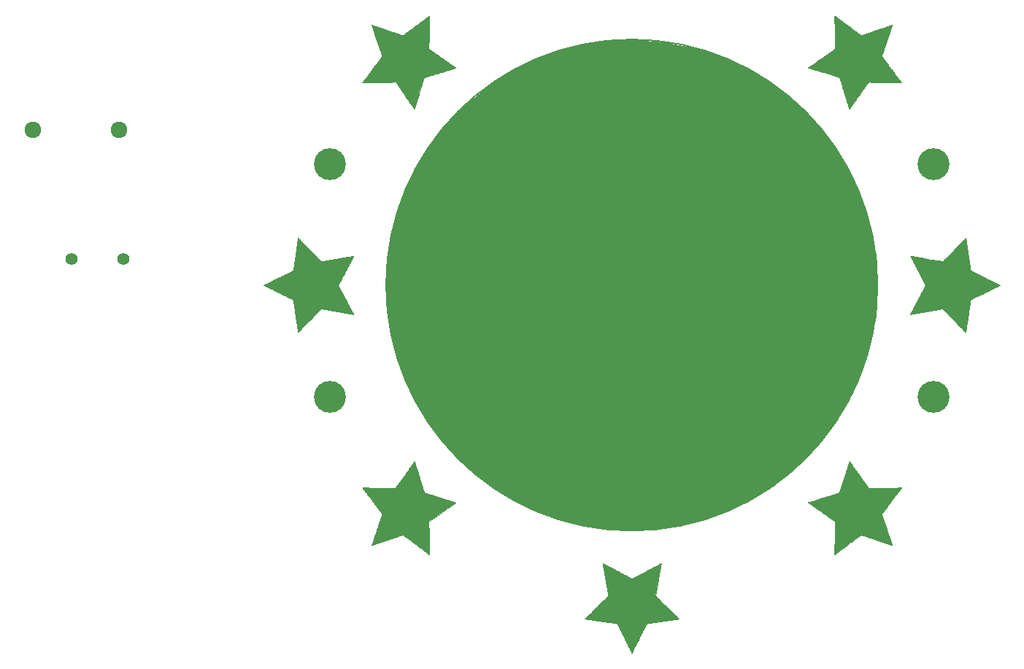
<source format=gbr>
G04 #@! TF.FileFunction,Soldermask,Bot*
%FSLAX46Y46*%
G04 Gerber Fmt 4.6, Leading zero omitted, Abs format (unit mm)*
G04 Created by KiCad (PCBNEW 4.0.6) date Mon Apr 24 00:01:32 2017*
%MOMM*%
%LPD*%
G01*
G04 APERTURE LIST*
%ADD10C,0.100000*%
%ADD11C,0.200000*%
%ADD12C,0.010000*%
%ADD13C,3.700000*%
%ADD14C,1.400000*%
%ADD15C,1.924000*%
%ADD16C,0.254000*%
G04 APERTURE END LIST*
D10*
D11*
X178500000Y-100000000D02*
G75*
G03X178500000Y-100000000I-28500000J0D01*
G01*
D12*
G36*
X180193388Y-69807558D02*
X180179182Y-69812075D01*
X180156019Y-69819629D01*
X180124232Y-69830106D01*
X180084155Y-69843395D01*
X180036119Y-69859384D01*
X179980457Y-69877961D01*
X179917504Y-69899015D01*
X179847593Y-69922433D01*
X179771054Y-69948104D01*
X179688222Y-69975916D01*
X179599431Y-70005756D01*
X179505012Y-70037514D01*
X179405299Y-70071076D01*
X179300625Y-70106331D01*
X179191323Y-70143168D01*
X179077725Y-70181475D01*
X178960165Y-70221139D01*
X178838976Y-70262048D01*
X178714490Y-70304091D01*
X178587041Y-70347157D01*
X178456961Y-70391132D01*
X178389640Y-70413900D01*
X178258295Y-70458312D01*
X178129386Y-70501878D01*
X178003248Y-70544485D01*
X177880214Y-70586021D01*
X177760619Y-70626372D01*
X177644798Y-70665428D01*
X177533083Y-70703076D01*
X177425811Y-70739203D01*
X177323314Y-70773698D01*
X177225927Y-70806448D01*
X177133984Y-70837341D01*
X177047819Y-70866265D01*
X176967767Y-70893109D01*
X176894162Y-70917758D01*
X176827338Y-70940101D01*
X176767628Y-70960028D01*
X176715368Y-70977423D01*
X176670892Y-70992176D01*
X176634532Y-71004174D01*
X176606625Y-71013306D01*
X176587504Y-71019459D01*
X176577503Y-71022520D01*
X176576025Y-71022856D01*
X176571478Y-71019696D01*
X176559082Y-71010659D01*
X176539124Y-70995961D01*
X176511889Y-70975812D01*
X176477661Y-70950425D01*
X176436725Y-70920014D01*
X176389367Y-70884792D01*
X176335874Y-70844969D01*
X176276528Y-70800762D01*
X176211617Y-70752380D01*
X176141426Y-70700039D01*
X176066238Y-70643949D01*
X175986341Y-70584324D01*
X175902019Y-70521378D01*
X175813558Y-70455323D01*
X175721242Y-70386370D01*
X175625358Y-70314733D01*
X175526190Y-70240625D01*
X175424023Y-70164260D01*
X175319145Y-70085849D01*
X175211837Y-70005605D01*
X175102387Y-69923743D01*
X175068827Y-69898638D01*
X174935085Y-69798587D01*
X174809239Y-69704444D01*
X174691049Y-69616027D01*
X174580275Y-69533160D01*
X174476677Y-69455664D01*
X174380014Y-69383359D01*
X174290047Y-69316068D01*
X174206535Y-69253612D01*
X174129239Y-69195813D01*
X174057918Y-69142490D01*
X173992333Y-69093467D01*
X173932242Y-69048563D01*
X173877406Y-69007602D01*
X173827585Y-68970404D01*
X173782539Y-68936790D01*
X173742027Y-68906583D01*
X173705810Y-68879602D01*
X173673648Y-68855670D01*
X173645300Y-68834608D01*
X173620526Y-68816238D01*
X173599085Y-68800381D01*
X173580739Y-68786857D01*
X173565248Y-68775490D01*
X173552370Y-68766100D01*
X173541866Y-68758507D01*
X173533496Y-68752535D01*
X173527018Y-68748003D01*
X173522195Y-68744734D01*
X173518784Y-68742550D01*
X173516548Y-68741271D01*
X173515244Y-68740718D01*
X173514632Y-68740713D01*
X173514474Y-68741079D01*
X173514530Y-68741634D01*
X173514557Y-68742202D01*
X173514513Y-68742378D01*
X173514466Y-68747666D01*
X173514541Y-68762754D01*
X173514734Y-68787280D01*
X173515040Y-68820886D01*
X173515456Y-68863210D01*
X173515977Y-68913892D01*
X173516600Y-68972573D01*
X173517320Y-69038891D01*
X173518133Y-69112486D01*
X173519035Y-69193001D01*
X173520022Y-69280072D01*
X173521090Y-69373341D01*
X173522235Y-69472447D01*
X173523453Y-69577031D01*
X173524738Y-69686730D01*
X173526089Y-69801187D01*
X173527499Y-69920040D01*
X173528966Y-70042929D01*
X173530485Y-70169494D01*
X173532052Y-70299376D01*
X173533662Y-70432214D01*
X173535299Y-70566469D01*
X173536963Y-70702811D01*
X173538597Y-70836981D01*
X173540196Y-70968598D01*
X173541757Y-71097281D01*
X173543273Y-71222645D01*
X173544741Y-71344308D01*
X173546156Y-71461888D01*
X173547514Y-71575002D01*
X173548811Y-71683267D01*
X173550040Y-71786301D01*
X173551199Y-71883721D01*
X173552282Y-71975145D01*
X173553285Y-72060188D01*
X173554203Y-72138470D01*
X173555033Y-72209608D01*
X173555769Y-72273218D01*
X173556406Y-72328917D01*
X173556941Y-72376325D01*
X173557368Y-72415058D01*
X173557684Y-72444732D01*
X173557883Y-72464965D01*
X173557958Y-72474646D01*
X173558373Y-72562318D01*
X172006692Y-73657900D01*
X171893600Y-73737748D01*
X171782589Y-73816121D01*
X171673949Y-73892815D01*
X171567969Y-73967626D01*
X171464941Y-74040348D01*
X171365153Y-74110778D01*
X171268896Y-74178711D01*
X171176458Y-74243942D01*
X171088132Y-74306268D01*
X171004204Y-74365484D01*
X170924967Y-74421383D01*
X170850711Y-74473765D01*
X170781723Y-74522422D01*
X170718296Y-74567151D01*
X170660717Y-74607746D01*
X170609277Y-74644005D01*
X170564266Y-74675723D01*
X170525976Y-74702694D01*
X170494693Y-74724714D01*
X170470709Y-74741578D01*
X170454314Y-74753084D01*
X170445798Y-74759025D01*
X170444612Y-74759829D01*
X170438003Y-74765708D01*
X170440364Y-74769950D01*
X170445609Y-74771720D01*
X170460219Y-74776406D01*
X170483854Y-74783902D01*
X170516180Y-74794104D01*
X170556858Y-74806906D01*
X170605554Y-74822202D01*
X170661929Y-74839887D01*
X170725646Y-74859857D01*
X170796370Y-74882004D01*
X170873761Y-74906225D01*
X170957486Y-74932414D01*
X171047207Y-74960467D01*
X171142586Y-74990275D01*
X171243286Y-75021736D01*
X171348971Y-75054745D01*
X171459306Y-75089194D01*
X171573951Y-75124979D01*
X171692571Y-75161995D01*
X171814828Y-75200136D01*
X171940386Y-75239299D01*
X172068909Y-75279375D01*
X172200059Y-75320260D01*
X172265578Y-75340683D01*
X174084640Y-75907640D01*
X174094052Y-75936213D01*
X174096234Y-75943122D01*
X174101317Y-75959389D01*
X174109193Y-75984673D01*
X174119756Y-76018625D01*
X174132898Y-76060902D01*
X174148512Y-76111159D01*
X174166493Y-76169049D01*
X174186730Y-76234230D01*
X174209120Y-76306355D01*
X174233553Y-76385080D01*
X174259924Y-76470060D01*
X174288124Y-76560950D01*
X174318047Y-76657403D01*
X174349587Y-76759077D01*
X174382636Y-76865625D01*
X174417086Y-76976703D01*
X174452831Y-77091965D01*
X174489764Y-77211067D01*
X174527778Y-77333663D01*
X174566766Y-77459409D01*
X174606618Y-77587960D01*
X174647233Y-77718970D01*
X174659774Y-77759428D01*
X174700511Y-77890835D01*
X174740485Y-78019756D01*
X174779590Y-78145853D01*
X174817720Y-78268787D01*
X174854771Y-78388223D01*
X174890639Y-78503819D01*
X174925216Y-78615239D01*
X174958399Y-78722144D01*
X174990083Y-78824195D01*
X175020162Y-78921055D01*
X175048532Y-79012384D01*
X175075086Y-79097845D01*
X175099722Y-79177101D01*
X175122331Y-79249810D01*
X175142811Y-79315638D01*
X175161055Y-79374244D01*
X175176959Y-79425292D01*
X175190419Y-79468441D01*
X175201327Y-79503353D01*
X175209580Y-79529692D01*
X175215071Y-79547118D01*
X175217698Y-79555293D01*
X175217919Y-79555906D01*
X175222480Y-79554593D01*
X175225243Y-79552253D01*
X175228548Y-79547753D01*
X175237520Y-79535249D01*
X175251955Y-79515030D01*
X175271647Y-79487385D01*
X175296394Y-79452600D01*
X175325991Y-79410966D01*
X175360232Y-79362769D01*
X175398914Y-79308297D01*
X175441832Y-79247840D01*
X175488782Y-79181686D01*
X175539557Y-79110122D01*
X175593957Y-79033436D01*
X175651774Y-78951918D01*
X175712805Y-78865856D01*
X175776846Y-78775536D01*
X175843690Y-78681248D01*
X175913136Y-78583281D01*
X175984977Y-78481921D01*
X176059011Y-78377458D01*
X176135030Y-78270178D01*
X176212833Y-78160372D01*
X176292213Y-78048326D01*
X176330228Y-77994663D01*
X176410243Y-77881713D01*
X176488754Y-77770886D01*
X176565559Y-77662470D01*
X176640453Y-77556753D01*
X176713235Y-77454020D01*
X176783699Y-77354561D01*
X176851643Y-77258661D01*
X176916863Y-77166608D01*
X176979156Y-77078689D01*
X177038318Y-76995190D01*
X177094147Y-76916400D01*
X177146439Y-76842604D01*
X177194989Y-76774089D01*
X177239596Y-76711144D01*
X177280054Y-76654056D01*
X177316162Y-76603110D01*
X177347714Y-76558595D01*
X177374510Y-76520797D01*
X177396344Y-76490004D01*
X177413014Y-76466502D01*
X177424315Y-76450578D01*
X177430044Y-76442521D01*
X177430756Y-76441531D01*
X177435853Y-76441524D01*
X177450758Y-76441653D01*
X177475119Y-76441912D01*
X177508588Y-76442297D01*
X177550811Y-76442802D01*
X177601439Y-76443424D01*
X177660121Y-76444158D01*
X177726506Y-76445000D01*
X177800243Y-76445945D01*
X177880980Y-76446987D01*
X177968368Y-76448123D01*
X178062055Y-76449349D01*
X178161690Y-76450659D01*
X178266923Y-76452049D01*
X178377401Y-76453514D01*
X178492777Y-76455050D01*
X178612696Y-76456652D01*
X178736809Y-76458315D01*
X178864765Y-76460036D01*
X178996214Y-76461809D01*
X179130803Y-76463631D01*
X179268182Y-76465495D01*
X179342411Y-76466504D01*
X179513201Y-76468820D01*
X179674096Y-76470986D01*
X179825356Y-76473002D01*
X179967245Y-76474871D01*
X180100026Y-76476596D01*
X180223960Y-76478179D01*
X180339309Y-76479623D01*
X180446337Y-76480929D01*
X180545306Y-76482100D01*
X180636478Y-76483138D01*
X180720117Y-76484047D01*
X180796483Y-76484826D01*
X180865840Y-76485481D01*
X180928451Y-76486012D01*
X180984577Y-76486422D01*
X181034481Y-76486713D01*
X181078427Y-76486888D01*
X181116675Y-76486948D01*
X181149489Y-76486897D01*
X181177130Y-76486736D01*
X181199863Y-76486468D01*
X181217948Y-76486096D01*
X181231649Y-76485621D01*
X181241228Y-76485046D01*
X181246947Y-76484373D01*
X181249069Y-76483604D01*
X181249074Y-76483411D01*
X181245782Y-76478718D01*
X181236627Y-76466164D01*
X181221820Y-76446034D01*
X181201574Y-76418611D01*
X181176097Y-76384180D01*
X181145604Y-76343023D01*
X181110304Y-76295426D01*
X181070407Y-76241673D01*
X181026127Y-76182047D01*
X180977673Y-76116832D01*
X180925257Y-76046314D01*
X180869090Y-75970774D01*
X180809383Y-75890498D01*
X180746347Y-75805769D01*
X180680194Y-75716872D01*
X180611135Y-75624091D01*
X180539379Y-75527708D01*
X180465141Y-75428010D01*
X180388629Y-75325279D01*
X180310056Y-75219799D01*
X180229632Y-75111855D01*
X180147569Y-75001731D01*
X180108710Y-74949591D01*
X180026003Y-74838617D01*
X179944855Y-74729726D01*
X179865477Y-74623202D01*
X179788079Y-74519324D01*
X179712871Y-74418376D01*
X179640063Y-74320641D01*
X179569866Y-74226401D01*
X179502489Y-74135936D01*
X179438143Y-74049531D01*
X179377036Y-73967467D01*
X179319381Y-73890027D01*
X179265387Y-73817493D01*
X179215263Y-73750146D01*
X179169221Y-73688270D01*
X179127470Y-73632146D01*
X179090220Y-73582057D01*
X179057681Y-73538285D01*
X179030064Y-73501112D01*
X179007579Y-73470820D01*
X178990435Y-73447693D01*
X178978844Y-73432012D01*
X178973014Y-73424058D01*
X178972324Y-73423069D01*
X178973943Y-73418183D01*
X178978719Y-73404012D01*
X178986541Y-73380886D01*
X178997296Y-73349139D01*
X179010870Y-73309105D01*
X179027150Y-73261117D01*
X179046024Y-73205505D01*
X179067378Y-73142603D01*
X179091098Y-73072745D01*
X179117073Y-72996261D01*
X179145190Y-72913487D01*
X179175334Y-72824753D01*
X179207394Y-72730394D01*
X179241255Y-72630741D01*
X179276806Y-72526126D01*
X179313933Y-72416885D01*
X179352523Y-72303349D01*
X179392463Y-72185849D01*
X179433639Y-72064720D01*
X179475939Y-71940294D01*
X179519251Y-71812903D01*
X179563460Y-71682882D01*
X179586414Y-71615376D01*
X179631036Y-71484125D01*
X179674806Y-71355329D01*
X179717611Y-71229319D01*
X179759341Y-71106429D01*
X179799881Y-70986992D01*
X179839120Y-70871340D01*
X179876943Y-70759808D01*
X179913239Y-70652728D01*
X179947896Y-70550432D01*
X179980800Y-70453254D01*
X180011840Y-70361528D01*
X180040901Y-70275586D01*
X180067872Y-70195761D01*
X180092641Y-70122386D01*
X180115092Y-70055794D01*
X180135117Y-69996319D01*
X180152600Y-69944294D01*
X180167429Y-69900050D01*
X180179493Y-69863922D01*
X180188678Y-69836242D01*
X180194871Y-69817345D01*
X180197960Y-69807561D01*
X180198304Y-69806188D01*
X180193388Y-69807558D01*
X180193388Y-69807558D01*
G37*
X180193388Y-69807558D02*
X180179182Y-69812075D01*
X180156019Y-69819629D01*
X180124232Y-69830106D01*
X180084155Y-69843395D01*
X180036119Y-69859384D01*
X179980457Y-69877961D01*
X179917504Y-69899015D01*
X179847593Y-69922433D01*
X179771054Y-69948104D01*
X179688222Y-69975916D01*
X179599431Y-70005756D01*
X179505012Y-70037514D01*
X179405299Y-70071076D01*
X179300625Y-70106331D01*
X179191323Y-70143168D01*
X179077725Y-70181475D01*
X178960165Y-70221139D01*
X178838976Y-70262048D01*
X178714490Y-70304091D01*
X178587041Y-70347157D01*
X178456961Y-70391132D01*
X178389640Y-70413900D01*
X178258295Y-70458312D01*
X178129386Y-70501878D01*
X178003248Y-70544485D01*
X177880214Y-70586021D01*
X177760619Y-70626372D01*
X177644798Y-70665428D01*
X177533083Y-70703076D01*
X177425811Y-70739203D01*
X177323314Y-70773698D01*
X177225927Y-70806448D01*
X177133984Y-70837341D01*
X177047819Y-70866265D01*
X176967767Y-70893109D01*
X176894162Y-70917758D01*
X176827338Y-70940101D01*
X176767628Y-70960028D01*
X176715368Y-70977423D01*
X176670892Y-70992176D01*
X176634532Y-71004174D01*
X176606625Y-71013306D01*
X176587504Y-71019459D01*
X176577503Y-71022520D01*
X176576025Y-71022856D01*
X176571478Y-71019696D01*
X176559082Y-71010659D01*
X176539124Y-70995961D01*
X176511889Y-70975812D01*
X176477661Y-70950425D01*
X176436725Y-70920014D01*
X176389367Y-70884792D01*
X176335874Y-70844969D01*
X176276528Y-70800762D01*
X176211617Y-70752380D01*
X176141426Y-70700039D01*
X176066238Y-70643949D01*
X175986341Y-70584324D01*
X175902019Y-70521378D01*
X175813558Y-70455323D01*
X175721242Y-70386370D01*
X175625358Y-70314733D01*
X175526190Y-70240625D01*
X175424023Y-70164260D01*
X175319145Y-70085849D01*
X175211837Y-70005605D01*
X175102387Y-69923743D01*
X175068827Y-69898638D01*
X174935085Y-69798587D01*
X174809239Y-69704444D01*
X174691049Y-69616027D01*
X174580275Y-69533160D01*
X174476677Y-69455664D01*
X174380014Y-69383359D01*
X174290047Y-69316068D01*
X174206535Y-69253612D01*
X174129239Y-69195813D01*
X174057918Y-69142490D01*
X173992333Y-69093467D01*
X173932242Y-69048563D01*
X173877406Y-69007602D01*
X173827585Y-68970404D01*
X173782539Y-68936790D01*
X173742027Y-68906583D01*
X173705810Y-68879602D01*
X173673648Y-68855670D01*
X173645300Y-68834608D01*
X173620526Y-68816238D01*
X173599085Y-68800381D01*
X173580739Y-68786857D01*
X173565248Y-68775490D01*
X173552370Y-68766100D01*
X173541866Y-68758507D01*
X173533496Y-68752535D01*
X173527018Y-68748003D01*
X173522195Y-68744734D01*
X173518784Y-68742550D01*
X173516548Y-68741271D01*
X173515244Y-68740718D01*
X173514632Y-68740713D01*
X173514474Y-68741079D01*
X173514530Y-68741634D01*
X173514557Y-68742202D01*
X173514513Y-68742378D01*
X173514466Y-68747666D01*
X173514541Y-68762754D01*
X173514734Y-68787280D01*
X173515040Y-68820886D01*
X173515456Y-68863210D01*
X173515977Y-68913892D01*
X173516600Y-68972573D01*
X173517320Y-69038891D01*
X173518133Y-69112486D01*
X173519035Y-69193001D01*
X173520022Y-69280072D01*
X173521090Y-69373341D01*
X173522235Y-69472447D01*
X173523453Y-69577031D01*
X173524738Y-69686730D01*
X173526089Y-69801187D01*
X173527499Y-69920040D01*
X173528966Y-70042929D01*
X173530485Y-70169494D01*
X173532052Y-70299376D01*
X173533662Y-70432214D01*
X173535299Y-70566469D01*
X173536963Y-70702811D01*
X173538597Y-70836981D01*
X173540196Y-70968598D01*
X173541757Y-71097281D01*
X173543273Y-71222645D01*
X173544741Y-71344308D01*
X173546156Y-71461888D01*
X173547514Y-71575002D01*
X173548811Y-71683267D01*
X173550040Y-71786301D01*
X173551199Y-71883721D01*
X173552282Y-71975145D01*
X173553285Y-72060188D01*
X173554203Y-72138470D01*
X173555033Y-72209608D01*
X173555769Y-72273218D01*
X173556406Y-72328917D01*
X173556941Y-72376325D01*
X173557368Y-72415058D01*
X173557684Y-72444732D01*
X173557883Y-72464965D01*
X173557958Y-72474646D01*
X173558373Y-72562318D01*
X172006692Y-73657900D01*
X171893600Y-73737748D01*
X171782589Y-73816121D01*
X171673949Y-73892815D01*
X171567969Y-73967626D01*
X171464941Y-74040348D01*
X171365153Y-74110778D01*
X171268896Y-74178711D01*
X171176458Y-74243942D01*
X171088132Y-74306268D01*
X171004204Y-74365484D01*
X170924967Y-74421383D01*
X170850711Y-74473765D01*
X170781723Y-74522422D01*
X170718296Y-74567151D01*
X170660717Y-74607746D01*
X170609277Y-74644005D01*
X170564266Y-74675723D01*
X170525976Y-74702694D01*
X170494693Y-74724714D01*
X170470709Y-74741578D01*
X170454314Y-74753084D01*
X170445798Y-74759025D01*
X170444612Y-74759829D01*
X170438003Y-74765708D01*
X170440364Y-74769950D01*
X170445609Y-74771720D01*
X170460219Y-74776406D01*
X170483854Y-74783902D01*
X170516180Y-74794104D01*
X170556858Y-74806906D01*
X170605554Y-74822202D01*
X170661929Y-74839887D01*
X170725646Y-74859857D01*
X170796370Y-74882004D01*
X170873761Y-74906225D01*
X170957486Y-74932414D01*
X171047207Y-74960467D01*
X171142586Y-74990275D01*
X171243286Y-75021736D01*
X171348971Y-75054745D01*
X171459306Y-75089194D01*
X171573951Y-75124979D01*
X171692571Y-75161995D01*
X171814828Y-75200136D01*
X171940386Y-75239299D01*
X172068909Y-75279375D01*
X172200059Y-75320260D01*
X172265578Y-75340683D01*
X174084640Y-75907640D01*
X174094052Y-75936213D01*
X174096234Y-75943122D01*
X174101317Y-75959389D01*
X174109193Y-75984673D01*
X174119756Y-76018625D01*
X174132898Y-76060902D01*
X174148512Y-76111159D01*
X174166493Y-76169049D01*
X174186730Y-76234230D01*
X174209120Y-76306355D01*
X174233553Y-76385080D01*
X174259924Y-76470060D01*
X174288124Y-76560950D01*
X174318047Y-76657403D01*
X174349587Y-76759077D01*
X174382636Y-76865625D01*
X174417086Y-76976703D01*
X174452831Y-77091965D01*
X174489764Y-77211067D01*
X174527778Y-77333663D01*
X174566766Y-77459409D01*
X174606618Y-77587960D01*
X174647233Y-77718970D01*
X174659774Y-77759428D01*
X174700511Y-77890835D01*
X174740485Y-78019756D01*
X174779590Y-78145853D01*
X174817720Y-78268787D01*
X174854771Y-78388223D01*
X174890639Y-78503819D01*
X174925216Y-78615239D01*
X174958399Y-78722144D01*
X174990083Y-78824195D01*
X175020162Y-78921055D01*
X175048532Y-79012384D01*
X175075086Y-79097845D01*
X175099722Y-79177101D01*
X175122331Y-79249810D01*
X175142811Y-79315638D01*
X175161055Y-79374244D01*
X175176959Y-79425292D01*
X175190419Y-79468441D01*
X175201327Y-79503353D01*
X175209580Y-79529692D01*
X175215071Y-79547118D01*
X175217698Y-79555293D01*
X175217919Y-79555906D01*
X175222480Y-79554593D01*
X175225243Y-79552253D01*
X175228548Y-79547753D01*
X175237520Y-79535249D01*
X175251955Y-79515030D01*
X175271647Y-79487385D01*
X175296394Y-79452600D01*
X175325991Y-79410966D01*
X175360232Y-79362769D01*
X175398914Y-79308297D01*
X175441832Y-79247840D01*
X175488782Y-79181686D01*
X175539557Y-79110122D01*
X175593957Y-79033436D01*
X175651774Y-78951918D01*
X175712805Y-78865856D01*
X175776846Y-78775536D01*
X175843690Y-78681248D01*
X175913136Y-78583281D01*
X175984977Y-78481921D01*
X176059011Y-78377458D01*
X176135030Y-78270178D01*
X176212833Y-78160372D01*
X176292213Y-78048326D01*
X176330228Y-77994663D01*
X176410243Y-77881713D01*
X176488754Y-77770886D01*
X176565559Y-77662470D01*
X176640453Y-77556753D01*
X176713235Y-77454020D01*
X176783699Y-77354561D01*
X176851643Y-77258661D01*
X176916863Y-77166608D01*
X176979156Y-77078689D01*
X177038318Y-76995190D01*
X177094147Y-76916400D01*
X177146439Y-76842604D01*
X177194989Y-76774089D01*
X177239596Y-76711144D01*
X177280054Y-76654056D01*
X177316162Y-76603110D01*
X177347714Y-76558595D01*
X177374510Y-76520797D01*
X177396344Y-76490004D01*
X177413014Y-76466502D01*
X177424315Y-76450578D01*
X177430044Y-76442521D01*
X177430756Y-76441531D01*
X177435853Y-76441524D01*
X177450758Y-76441653D01*
X177475119Y-76441912D01*
X177508588Y-76442297D01*
X177550811Y-76442802D01*
X177601439Y-76443424D01*
X177660121Y-76444158D01*
X177726506Y-76445000D01*
X177800243Y-76445945D01*
X177880980Y-76446987D01*
X177968368Y-76448123D01*
X178062055Y-76449349D01*
X178161690Y-76450659D01*
X178266923Y-76452049D01*
X178377401Y-76453514D01*
X178492777Y-76455050D01*
X178612696Y-76456652D01*
X178736809Y-76458315D01*
X178864765Y-76460036D01*
X178996214Y-76461809D01*
X179130803Y-76463631D01*
X179268182Y-76465495D01*
X179342411Y-76466504D01*
X179513201Y-76468820D01*
X179674096Y-76470986D01*
X179825356Y-76473002D01*
X179967245Y-76474871D01*
X180100026Y-76476596D01*
X180223960Y-76478179D01*
X180339309Y-76479623D01*
X180446337Y-76480929D01*
X180545306Y-76482100D01*
X180636478Y-76483138D01*
X180720117Y-76484047D01*
X180796483Y-76484826D01*
X180865840Y-76485481D01*
X180928451Y-76486012D01*
X180984577Y-76486422D01*
X181034481Y-76486713D01*
X181078427Y-76486888D01*
X181116675Y-76486948D01*
X181149489Y-76486897D01*
X181177130Y-76486736D01*
X181199863Y-76486468D01*
X181217948Y-76486096D01*
X181231649Y-76485621D01*
X181241228Y-76485046D01*
X181246947Y-76484373D01*
X181249069Y-76483604D01*
X181249074Y-76483411D01*
X181245782Y-76478718D01*
X181236627Y-76466164D01*
X181221820Y-76446034D01*
X181201574Y-76418611D01*
X181176097Y-76384180D01*
X181145604Y-76343023D01*
X181110304Y-76295426D01*
X181070407Y-76241673D01*
X181026127Y-76182047D01*
X180977673Y-76116832D01*
X180925257Y-76046314D01*
X180869090Y-75970774D01*
X180809383Y-75890498D01*
X180746347Y-75805769D01*
X180680194Y-75716872D01*
X180611135Y-75624091D01*
X180539379Y-75527708D01*
X180465141Y-75428010D01*
X180388629Y-75325279D01*
X180310056Y-75219799D01*
X180229632Y-75111855D01*
X180147569Y-75001731D01*
X180108710Y-74949591D01*
X180026003Y-74838617D01*
X179944855Y-74729726D01*
X179865477Y-74623202D01*
X179788079Y-74519324D01*
X179712871Y-74418376D01*
X179640063Y-74320641D01*
X179569866Y-74226401D01*
X179502489Y-74135936D01*
X179438143Y-74049531D01*
X179377036Y-73967467D01*
X179319381Y-73890027D01*
X179265387Y-73817493D01*
X179215263Y-73750146D01*
X179169221Y-73688270D01*
X179127470Y-73632146D01*
X179090220Y-73582057D01*
X179057681Y-73538285D01*
X179030064Y-73501112D01*
X179007579Y-73470820D01*
X178990435Y-73447693D01*
X178978844Y-73432012D01*
X178973014Y-73424058D01*
X178972324Y-73423069D01*
X178973943Y-73418183D01*
X178978719Y-73404012D01*
X178986541Y-73380886D01*
X178997296Y-73349139D01*
X179010870Y-73309105D01*
X179027150Y-73261117D01*
X179046024Y-73205505D01*
X179067378Y-73142603D01*
X179091098Y-73072745D01*
X179117073Y-72996261D01*
X179145190Y-72913487D01*
X179175334Y-72824753D01*
X179207394Y-72730394D01*
X179241255Y-72630741D01*
X179276806Y-72526126D01*
X179313933Y-72416885D01*
X179352523Y-72303349D01*
X179392463Y-72185849D01*
X179433639Y-72064720D01*
X179475939Y-71940294D01*
X179519251Y-71812903D01*
X179563460Y-71682882D01*
X179586414Y-71615376D01*
X179631036Y-71484125D01*
X179674806Y-71355329D01*
X179717611Y-71229319D01*
X179759341Y-71106429D01*
X179799881Y-70986992D01*
X179839120Y-70871340D01*
X179876943Y-70759808D01*
X179913239Y-70652728D01*
X179947896Y-70550432D01*
X179980800Y-70453254D01*
X180011840Y-70361528D01*
X180040901Y-70275586D01*
X180067872Y-70195761D01*
X180092641Y-70122386D01*
X180115092Y-70055794D01*
X180135117Y-69996319D01*
X180152600Y-69944294D01*
X180167429Y-69900050D01*
X180179493Y-69863922D01*
X180188678Y-69836242D01*
X180194871Y-69817345D01*
X180197960Y-69807561D01*
X180198304Y-69806188D01*
X180193388Y-69807558D01*
G36*
X192699230Y-100000669D02*
X192685991Y-99993818D01*
X192664271Y-99982780D01*
X192634386Y-99967712D01*
X192596650Y-99948770D01*
X192551378Y-99926109D01*
X192498883Y-99899887D01*
X192439481Y-99870260D01*
X192373487Y-99837384D01*
X192301214Y-99801415D01*
X192222977Y-99762510D01*
X192139092Y-99720825D01*
X192049872Y-99676517D01*
X191955632Y-99629741D01*
X191856687Y-99580655D01*
X191753351Y-99529414D01*
X191645938Y-99476175D01*
X191534764Y-99421094D01*
X191420143Y-99364328D01*
X191302389Y-99306032D01*
X191181817Y-99246364D01*
X191058742Y-99185479D01*
X190995040Y-99153975D01*
X190870760Y-99092504D01*
X190748802Y-99032158D01*
X190629481Y-98973092D01*
X190513113Y-98915464D01*
X190400014Y-98859430D01*
X190290499Y-98805149D01*
X190184884Y-98752776D01*
X190083485Y-98702469D01*
X189986617Y-98654384D01*
X189894596Y-98608679D01*
X189807738Y-98565510D01*
X189726358Y-98525035D01*
X189650771Y-98487411D01*
X189581295Y-98452794D01*
X189518244Y-98421341D01*
X189461933Y-98393210D01*
X189412679Y-98368557D01*
X189370798Y-98347539D01*
X189336604Y-98330313D01*
X189310413Y-98317037D01*
X189292542Y-98307867D01*
X189283306Y-98302960D01*
X189282023Y-98302152D01*
X189281042Y-98296703D01*
X189278667Y-98281548D01*
X189274948Y-98257042D01*
X189269937Y-98223536D01*
X189263685Y-98181382D01*
X189256243Y-98130932D01*
X189247662Y-98072539D01*
X189237995Y-98006555D01*
X189227291Y-97933332D01*
X189215603Y-97853222D01*
X189202981Y-97766578D01*
X189189477Y-97673751D01*
X189175142Y-97575094D01*
X189160027Y-97470960D01*
X189144184Y-97361700D01*
X189127664Y-97247666D01*
X189110518Y-97129211D01*
X189092798Y-97006686D01*
X189074554Y-96880445D01*
X189055838Y-96750840D01*
X189036701Y-96618221D01*
X189017194Y-96482943D01*
X189011215Y-96441460D01*
X188987392Y-96276144D01*
X188964975Y-96120588D01*
X188943922Y-95974495D01*
X188924189Y-95837570D01*
X188905732Y-95709517D01*
X188888508Y-95590039D01*
X188872474Y-95478841D01*
X188857585Y-95375626D01*
X188843799Y-95280099D01*
X188831072Y-95191963D01*
X188819361Y-95110922D01*
X188808622Y-95036680D01*
X188798811Y-94968941D01*
X188789885Y-94907409D01*
X188781801Y-94851788D01*
X188774515Y-94801782D01*
X188767984Y-94757095D01*
X188762164Y-94717430D01*
X188757012Y-94682492D01*
X188752484Y-94651984D01*
X188748536Y-94625611D01*
X188745126Y-94603076D01*
X188742210Y-94584084D01*
X188739744Y-94568338D01*
X188737685Y-94555542D01*
X188735989Y-94545400D01*
X188734613Y-94537615D01*
X188733514Y-94531893D01*
X188732647Y-94527937D01*
X188731970Y-94525451D01*
X188731439Y-94524138D01*
X188731010Y-94523702D01*
X188730640Y-94523849D01*
X188730286Y-94524281D01*
X188729904Y-94524702D01*
X188729749Y-94524795D01*
X188725976Y-94528501D01*
X188715360Y-94539223D01*
X188698154Y-94556702D01*
X188674608Y-94580681D01*
X188644974Y-94610903D01*
X188609505Y-94647109D01*
X188568452Y-94689043D01*
X188522067Y-94736446D01*
X188470602Y-94789061D01*
X188414307Y-94846631D01*
X188353437Y-94908898D01*
X188288241Y-94975604D01*
X188218972Y-95046492D01*
X188145881Y-95121305D01*
X188069221Y-95199783D01*
X187989243Y-95281671D01*
X187906198Y-95366710D01*
X187820340Y-95454643D01*
X187731919Y-95545213D01*
X187641187Y-95638161D01*
X187548395Y-95733230D01*
X187454619Y-95829320D01*
X187359388Y-95926905D01*
X187265671Y-96022933D01*
X187173734Y-96117131D01*
X187083845Y-96209227D01*
X186996271Y-96298945D01*
X186911280Y-96386012D01*
X186829140Y-96470154D01*
X186750116Y-96551098D01*
X186674478Y-96628570D01*
X186602491Y-96702295D01*
X186534424Y-96772001D01*
X186470544Y-96837413D01*
X186411118Y-96898257D01*
X186356414Y-96954260D01*
X186306699Y-97005149D01*
X186262240Y-97050648D01*
X186223305Y-97090484D01*
X186190161Y-97124385D01*
X186163075Y-97152075D01*
X186142315Y-97173281D01*
X186128149Y-97187729D01*
X186121357Y-97194627D01*
X186059657Y-97256914D01*
X184187759Y-96934404D01*
X184051330Y-96910897D01*
X183917415Y-96887818D01*
X183786364Y-96865229D01*
X183658526Y-96843189D01*
X183534252Y-96821759D01*
X183413889Y-96801000D01*
X183297789Y-96780972D01*
X183186301Y-96761734D01*
X183079773Y-96743349D01*
X182978556Y-96725875D01*
X182883000Y-96709373D01*
X182793453Y-96693905D01*
X182710266Y-96679529D01*
X182633788Y-96666307D01*
X182564368Y-96654298D01*
X182502356Y-96643564D01*
X182448101Y-96634164D01*
X182401954Y-96626160D01*
X182364263Y-96619610D01*
X182335379Y-96614576D01*
X182315650Y-96611119D01*
X182305427Y-96609298D01*
X182304020Y-96609028D01*
X182295190Y-96608511D01*
X182293860Y-96613181D01*
X182296317Y-96618141D01*
X182303334Y-96631785D01*
X182314746Y-96653798D01*
X182330390Y-96683870D01*
X182350102Y-96721686D01*
X182373719Y-96766935D01*
X182401077Y-96819303D01*
X182432011Y-96878479D01*
X182466360Y-96944149D01*
X182503957Y-97016000D01*
X182544641Y-97093721D01*
X182588247Y-97176999D01*
X182634612Y-97265520D01*
X182683572Y-97358972D01*
X182734962Y-97457043D01*
X182788621Y-97559421D01*
X182844383Y-97665791D01*
X182902086Y-97775842D01*
X182961565Y-97889261D01*
X183022656Y-98005736D01*
X183085197Y-98124954D01*
X183149024Y-98246601D01*
X183180912Y-98307371D01*
X184066284Y-99994541D01*
X184052735Y-100021401D01*
X184049393Y-100027829D01*
X184041484Y-100042926D01*
X184029175Y-100066373D01*
X184012636Y-100097850D01*
X183992035Y-100137037D01*
X183967539Y-100183615D01*
X183939318Y-100237264D01*
X183907538Y-100297664D01*
X183872370Y-100364496D01*
X183833980Y-100437440D01*
X183792537Y-100516177D01*
X183748209Y-100600386D01*
X183701165Y-100689748D01*
X183651573Y-100783944D01*
X183599601Y-100882654D01*
X183545417Y-100985558D01*
X183489190Y-101092336D01*
X183431088Y-101202669D01*
X183371279Y-101316238D01*
X183309932Y-101432722D01*
X183247213Y-101551801D01*
X183183293Y-101673158D01*
X183163553Y-101710634D01*
X183099440Y-101832358D01*
X183036545Y-101951785D01*
X182975032Y-102068600D01*
X182915066Y-102182490D01*
X182856812Y-102293143D01*
X182800435Y-102400244D01*
X182746099Y-102503480D01*
X182693970Y-102602537D01*
X182644213Y-102697102D01*
X182596992Y-102786861D01*
X182552473Y-102871501D01*
X182510819Y-102950708D01*
X182472197Y-103024170D01*
X182436771Y-103091571D01*
X182404705Y-103152600D01*
X182376165Y-103206941D01*
X182351315Y-103254283D01*
X182330321Y-103294311D01*
X182313348Y-103326711D01*
X182300559Y-103351171D01*
X182292120Y-103367376D01*
X182288197Y-103375014D01*
X182287920Y-103375604D01*
X182292073Y-103377901D01*
X182295681Y-103378200D01*
X182301200Y-103377355D01*
X182316386Y-103374857D01*
X182340890Y-103370767D01*
X182374363Y-103365144D01*
X182416458Y-103358046D01*
X182466826Y-103349534D01*
X182525119Y-103339666D01*
X182590988Y-103328501D01*
X182664085Y-103316099D01*
X182744062Y-103302519D01*
X182830569Y-103287820D01*
X182923260Y-103272061D01*
X183021785Y-103255302D01*
X183125796Y-103237602D01*
X183234945Y-103219020D01*
X183348883Y-103199615D01*
X183467262Y-103179447D01*
X183589734Y-103158574D01*
X183715950Y-103137057D01*
X183845562Y-103114953D01*
X183978222Y-103092323D01*
X184113580Y-103069225D01*
X184178406Y-103058160D01*
X184314853Y-103034871D01*
X184448735Y-103012020D01*
X184579706Y-102989668D01*
X184707418Y-102967873D01*
X184831525Y-102946694D01*
X184951679Y-102926192D01*
X185067534Y-102906424D01*
X185178743Y-102887450D01*
X185284959Y-102869330D01*
X185385836Y-102852121D01*
X185481026Y-102835885D01*
X185570183Y-102820679D01*
X185652961Y-102806562D01*
X185729011Y-102793595D01*
X185797987Y-102781836D01*
X185859543Y-102771344D01*
X185913331Y-102762178D01*
X185959006Y-102754398D01*
X185996219Y-102748063D01*
X186024624Y-102743232D01*
X186043875Y-102739963D01*
X186053624Y-102738317D01*
X186054827Y-102738120D01*
X186058436Y-102741720D01*
X186068884Y-102752350D01*
X186085927Y-102769759D01*
X186109321Y-102793697D01*
X186138820Y-102823911D01*
X186174180Y-102860150D01*
X186215155Y-102902164D01*
X186261501Y-102949700D01*
X186312973Y-103002508D01*
X186369326Y-103060335D01*
X186430315Y-103122931D01*
X186495695Y-103190044D01*
X186565221Y-103261423D01*
X186638649Y-103336817D01*
X186715733Y-103415973D01*
X186796230Y-103498642D01*
X186879893Y-103584570D01*
X186966478Y-103673508D01*
X187055740Y-103765203D01*
X187147434Y-103859405D01*
X187241315Y-103955862D01*
X187337139Y-104054322D01*
X187388913Y-104107523D01*
X187508042Y-104229928D01*
X187620280Y-104345229D01*
X187725812Y-104453612D01*
X187824821Y-104555264D01*
X187917491Y-104650374D01*
X188004006Y-104739128D01*
X188084549Y-104821713D01*
X188159306Y-104898317D01*
X188228460Y-104969127D01*
X188292194Y-105034329D01*
X188350693Y-105094113D01*
X188404141Y-105148663D01*
X188452721Y-105198169D01*
X188496618Y-105242817D01*
X188536016Y-105282794D01*
X188571097Y-105318287D01*
X188602048Y-105349485D01*
X188629051Y-105376573D01*
X188652290Y-105399740D01*
X188671949Y-105419172D01*
X188688213Y-105435057D01*
X188701264Y-105447582D01*
X188711288Y-105456934D01*
X188718468Y-105463301D01*
X188722988Y-105466869D01*
X188725032Y-105467826D01*
X188725172Y-105467693D01*
X188726163Y-105462046D01*
X188728566Y-105446696D01*
X188732330Y-105421992D01*
X188737405Y-105388284D01*
X188743737Y-105345923D01*
X188751277Y-105295259D01*
X188759972Y-105236642D01*
X188769770Y-105170422D01*
X188780621Y-105096949D01*
X188792473Y-105016573D01*
X188805273Y-104929645D01*
X188818972Y-104836514D01*
X188833516Y-104737531D01*
X188848856Y-104633046D01*
X188864938Y-104523409D01*
X188881712Y-104408970D01*
X188899126Y-104290079D01*
X188917129Y-104167087D01*
X188935669Y-104040343D01*
X188954695Y-103910198D01*
X188974154Y-103777002D01*
X188993996Y-103641105D01*
X189003387Y-103576759D01*
X189023375Y-103439806D01*
X189042992Y-103305428D01*
X189062188Y-103173975D01*
X189080912Y-103045794D01*
X189099113Y-102921233D01*
X189116739Y-102800641D01*
X189133740Y-102684366D01*
X189150065Y-102572755D01*
X189165663Y-102466158D01*
X189180482Y-102364921D01*
X189194472Y-102269394D01*
X189207582Y-102179925D01*
X189219761Y-102096861D01*
X189230957Y-102020551D01*
X189241120Y-101951343D01*
X189250199Y-101889585D01*
X189258142Y-101835625D01*
X189264899Y-101789812D01*
X189270419Y-101752493D01*
X189274650Y-101724017D01*
X189277542Y-101704732D01*
X189279044Y-101694986D01*
X189279255Y-101693799D01*
X189283855Y-101691488D01*
X189297253Y-101684845D01*
X189319136Y-101674024D01*
X189349189Y-101659180D01*
X189387096Y-101640470D01*
X189432541Y-101618049D01*
X189485210Y-101592071D01*
X189544788Y-101562692D01*
X189610958Y-101530068D01*
X189683407Y-101494353D01*
X189761819Y-101455704D01*
X189845878Y-101414275D01*
X189935270Y-101370223D01*
X190029679Y-101323701D01*
X190128791Y-101274866D01*
X190232289Y-101223873D01*
X190339858Y-101170878D01*
X190451185Y-101116035D01*
X190565952Y-101059500D01*
X190683845Y-101001428D01*
X190804550Y-100941975D01*
X190927750Y-100881297D01*
X190991715Y-100849794D01*
X191116075Y-100788538D01*
X191238098Y-100728415D01*
X191357468Y-100669581D01*
X191473872Y-100612192D01*
X191586993Y-100556403D01*
X191696517Y-100502371D01*
X191802127Y-100450251D01*
X191903510Y-100400199D01*
X192000350Y-100352371D01*
X192092332Y-100306923D01*
X192179140Y-100264011D01*
X192260460Y-100223790D01*
X192335976Y-100186417D01*
X192405374Y-100152047D01*
X192468337Y-100120835D01*
X192524552Y-100092939D01*
X192573702Y-100068514D01*
X192615473Y-100047715D01*
X192649550Y-100030699D01*
X192675617Y-100017621D01*
X192693359Y-100008638D01*
X192702461Y-100003904D01*
X192703675Y-100003176D01*
X192699230Y-100000669D01*
X192699230Y-100000669D01*
G37*
X192699230Y-100000669D02*
X192685991Y-99993818D01*
X192664271Y-99982780D01*
X192634386Y-99967712D01*
X192596650Y-99948770D01*
X192551378Y-99926109D01*
X192498883Y-99899887D01*
X192439481Y-99870260D01*
X192373487Y-99837384D01*
X192301214Y-99801415D01*
X192222977Y-99762510D01*
X192139092Y-99720825D01*
X192049872Y-99676517D01*
X191955632Y-99629741D01*
X191856687Y-99580655D01*
X191753351Y-99529414D01*
X191645938Y-99476175D01*
X191534764Y-99421094D01*
X191420143Y-99364328D01*
X191302389Y-99306032D01*
X191181817Y-99246364D01*
X191058742Y-99185479D01*
X190995040Y-99153975D01*
X190870760Y-99092504D01*
X190748802Y-99032158D01*
X190629481Y-98973092D01*
X190513113Y-98915464D01*
X190400014Y-98859430D01*
X190290499Y-98805149D01*
X190184884Y-98752776D01*
X190083485Y-98702469D01*
X189986617Y-98654384D01*
X189894596Y-98608679D01*
X189807738Y-98565510D01*
X189726358Y-98525035D01*
X189650771Y-98487411D01*
X189581295Y-98452794D01*
X189518244Y-98421341D01*
X189461933Y-98393210D01*
X189412679Y-98368557D01*
X189370798Y-98347539D01*
X189336604Y-98330313D01*
X189310413Y-98317037D01*
X189292542Y-98307867D01*
X189283306Y-98302960D01*
X189282023Y-98302152D01*
X189281042Y-98296703D01*
X189278667Y-98281548D01*
X189274948Y-98257042D01*
X189269937Y-98223536D01*
X189263685Y-98181382D01*
X189256243Y-98130932D01*
X189247662Y-98072539D01*
X189237995Y-98006555D01*
X189227291Y-97933332D01*
X189215603Y-97853222D01*
X189202981Y-97766578D01*
X189189477Y-97673751D01*
X189175142Y-97575094D01*
X189160027Y-97470960D01*
X189144184Y-97361700D01*
X189127664Y-97247666D01*
X189110518Y-97129211D01*
X189092798Y-97006686D01*
X189074554Y-96880445D01*
X189055838Y-96750840D01*
X189036701Y-96618221D01*
X189017194Y-96482943D01*
X189011215Y-96441460D01*
X188987392Y-96276144D01*
X188964975Y-96120588D01*
X188943922Y-95974495D01*
X188924189Y-95837570D01*
X188905732Y-95709517D01*
X188888508Y-95590039D01*
X188872474Y-95478841D01*
X188857585Y-95375626D01*
X188843799Y-95280099D01*
X188831072Y-95191963D01*
X188819361Y-95110922D01*
X188808622Y-95036680D01*
X188798811Y-94968941D01*
X188789885Y-94907409D01*
X188781801Y-94851788D01*
X188774515Y-94801782D01*
X188767984Y-94757095D01*
X188762164Y-94717430D01*
X188757012Y-94682492D01*
X188752484Y-94651984D01*
X188748536Y-94625611D01*
X188745126Y-94603076D01*
X188742210Y-94584084D01*
X188739744Y-94568338D01*
X188737685Y-94555542D01*
X188735989Y-94545400D01*
X188734613Y-94537615D01*
X188733514Y-94531893D01*
X188732647Y-94527937D01*
X188731970Y-94525451D01*
X188731439Y-94524138D01*
X188731010Y-94523702D01*
X188730640Y-94523849D01*
X188730286Y-94524281D01*
X188729904Y-94524702D01*
X188729749Y-94524795D01*
X188725976Y-94528501D01*
X188715360Y-94539223D01*
X188698154Y-94556702D01*
X188674608Y-94580681D01*
X188644974Y-94610903D01*
X188609505Y-94647109D01*
X188568452Y-94689043D01*
X188522067Y-94736446D01*
X188470602Y-94789061D01*
X188414307Y-94846631D01*
X188353437Y-94908898D01*
X188288241Y-94975604D01*
X188218972Y-95046492D01*
X188145881Y-95121305D01*
X188069221Y-95199783D01*
X187989243Y-95281671D01*
X187906198Y-95366710D01*
X187820340Y-95454643D01*
X187731919Y-95545213D01*
X187641187Y-95638161D01*
X187548395Y-95733230D01*
X187454619Y-95829320D01*
X187359388Y-95926905D01*
X187265671Y-96022933D01*
X187173734Y-96117131D01*
X187083845Y-96209227D01*
X186996271Y-96298945D01*
X186911280Y-96386012D01*
X186829140Y-96470154D01*
X186750116Y-96551098D01*
X186674478Y-96628570D01*
X186602491Y-96702295D01*
X186534424Y-96772001D01*
X186470544Y-96837413D01*
X186411118Y-96898257D01*
X186356414Y-96954260D01*
X186306699Y-97005149D01*
X186262240Y-97050648D01*
X186223305Y-97090484D01*
X186190161Y-97124385D01*
X186163075Y-97152075D01*
X186142315Y-97173281D01*
X186128149Y-97187729D01*
X186121357Y-97194627D01*
X186059657Y-97256914D01*
X184187759Y-96934404D01*
X184051330Y-96910897D01*
X183917415Y-96887818D01*
X183786364Y-96865229D01*
X183658526Y-96843189D01*
X183534252Y-96821759D01*
X183413889Y-96801000D01*
X183297789Y-96780972D01*
X183186301Y-96761734D01*
X183079773Y-96743349D01*
X182978556Y-96725875D01*
X182883000Y-96709373D01*
X182793453Y-96693905D01*
X182710266Y-96679529D01*
X182633788Y-96666307D01*
X182564368Y-96654298D01*
X182502356Y-96643564D01*
X182448101Y-96634164D01*
X182401954Y-96626160D01*
X182364263Y-96619610D01*
X182335379Y-96614576D01*
X182315650Y-96611119D01*
X182305427Y-96609298D01*
X182304020Y-96609028D01*
X182295190Y-96608511D01*
X182293860Y-96613181D01*
X182296317Y-96618141D01*
X182303334Y-96631785D01*
X182314746Y-96653798D01*
X182330390Y-96683870D01*
X182350102Y-96721686D01*
X182373719Y-96766935D01*
X182401077Y-96819303D01*
X182432011Y-96878479D01*
X182466360Y-96944149D01*
X182503957Y-97016000D01*
X182544641Y-97093721D01*
X182588247Y-97176999D01*
X182634612Y-97265520D01*
X182683572Y-97358972D01*
X182734962Y-97457043D01*
X182788621Y-97559421D01*
X182844383Y-97665791D01*
X182902086Y-97775842D01*
X182961565Y-97889261D01*
X183022656Y-98005736D01*
X183085197Y-98124954D01*
X183149024Y-98246601D01*
X183180912Y-98307371D01*
X184066284Y-99994541D01*
X184052735Y-100021401D01*
X184049393Y-100027829D01*
X184041484Y-100042926D01*
X184029175Y-100066373D01*
X184012636Y-100097850D01*
X183992035Y-100137037D01*
X183967539Y-100183615D01*
X183939318Y-100237264D01*
X183907538Y-100297664D01*
X183872370Y-100364496D01*
X183833980Y-100437440D01*
X183792537Y-100516177D01*
X183748209Y-100600386D01*
X183701165Y-100689748D01*
X183651573Y-100783944D01*
X183599601Y-100882654D01*
X183545417Y-100985558D01*
X183489190Y-101092336D01*
X183431088Y-101202669D01*
X183371279Y-101316238D01*
X183309932Y-101432722D01*
X183247213Y-101551801D01*
X183183293Y-101673158D01*
X183163553Y-101710634D01*
X183099440Y-101832358D01*
X183036545Y-101951785D01*
X182975032Y-102068600D01*
X182915066Y-102182490D01*
X182856812Y-102293143D01*
X182800435Y-102400244D01*
X182746099Y-102503480D01*
X182693970Y-102602537D01*
X182644213Y-102697102D01*
X182596992Y-102786861D01*
X182552473Y-102871501D01*
X182510819Y-102950708D01*
X182472197Y-103024170D01*
X182436771Y-103091571D01*
X182404705Y-103152600D01*
X182376165Y-103206941D01*
X182351315Y-103254283D01*
X182330321Y-103294311D01*
X182313348Y-103326711D01*
X182300559Y-103351171D01*
X182292120Y-103367376D01*
X182288197Y-103375014D01*
X182287920Y-103375604D01*
X182292073Y-103377901D01*
X182295681Y-103378200D01*
X182301200Y-103377355D01*
X182316386Y-103374857D01*
X182340890Y-103370767D01*
X182374363Y-103365144D01*
X182416458Y-103358046D01*
X182466826Y-103349534D01*
X182525119Y-103339666D01*
X182590988Y-103328501D01*
X182664085Y-103316099D01*
X182744062Y-103302519D01*
X182830569Y-103287820D01*
X182923260Y-103272061D01*
X183021785Y-103255302D01*
X183125796Y-103237602D01*
X183234945Y-103219020D01*
X183348883Y-103199615D01*
X183467262Y-103179447D01*
X183589734Y-103158574D01*
X183715950Y-103137057D01*
X183845562Y-103114953D01*
X183978222Y-103092323D01*
X184113580Y-103069225D01*
X184178406Y-103058160D01*
X184314853Y-103034871D01*
X184448735Y-103012020D01*
X184579706Y-102989668D01*
X184707418Y-102967873D01*
X184831525Y-102946694D01*
X184951679Y-102926192D01*
X185067534Y-102906424D01*
X185178743Y-102887450D01*
X185284959Y-102869330D01*
X185385836Y-102852121D01*
X185481026Y-102835885D01*
X185570183Y-102820679D01*
X185652961Y-102806562D01*
X185729011Y-102793595D01*
X185797987Y-102781836D01*
X185859543Y-102771344D01*
X185913331Y-102762178D01*
X185959006Y-102754398D01*
X185996219Y-102748063D01*
X186024624Y-102743232D01*
X186043875Y-102739963D01*
X186053624Y-102738317D01*
X186054827Y-102738120D01*
X186058436Y-102741720D01*
X186068884Y-102752350D01*
X186085927Y-102769759D01*
X186109321Y-102793697D01*
X186138820Y-102823911D01*
X186174180Y-102860150D01*
X186215155Y-102902164D01*
X186261501Y-102949700D01*
X186312973Y-103002508D01*
X186369326Y-103060335D01*
X186430315Y-103122931D01*
X186495695Y-103190044D01*
X186565221Y-103261423D01*
X186638649Y-103336817D01*
X186715733Y-103415973D01*
X186796230Y-103498642D01*
X186879893Y-103584570D01*
X186966478Y-103673508D01*
X187055740Y-103765203D01*
X187147434Y-103859405D01*
X187241315Y-103955862D01*
X187337139Y-104054322D01*
X187388913Y-104107523D01*
X187508042Y-104229928D01*
X187620280Y-104345229D01*
X187725812Y-104453612D01*
X187824821Y-104555264D01*
X187917491Y-104650374D01*
X188004006Y-104739128D01*
X188084549Y-104821713D01*
X188159306Y-104898317D01*
X188228460Y-104969127D01*
X188292194Y-105034329D01*
X188350693Y-105094113D01*
X188404141Y-105148663D01*
X188452721Y-105198169D01*
X188496618Y-105242817D01*
X188536016Y-105282794D01*
X188571097Y-105318287D01*
X188602048Y-105349485D01*
X188629051Y-105376573D01*
X188652290Y-105399740D01*
X188671949Y-105419172D01*
X188688213Y-105435057D01*
X188701264Y-105447582D01*
X188711288Y-105456934D01*
X188718468Y-105463301D01*
X188722988Y-105466869D01*
X188725032Y-105467826D01*
X188725172Y-105467693D01*
X188726163Y-105462046D01*
X188728566Y-105446696D01*
X188732330Y-105421992D01*
X188737405Y-105388284D01*
X188743737Y-105345923D01*
X188751277Y-105295259D01*
X188759972Y-105236642D01*
X188769770Y-105170422D01*
X188780621Y-105096949D01*
X188792473Y-105016573D01*
X188805273Y-104929645D01*
X188818972Y-104836514D01*
X188833516Y-104737531D01*
X188848856Y-104633046D01*
X188864938Y-104523409D01*
X188881712Y-104408970D01*
X188899126Y-104290079D01*
X188917129Y-104167087D01*
X188935669Y-104040343D01*
X188954695Y-103910198D01*
X188974154Y-103777002D01*
X188993996Y-103641105D01*
X189003387Y-103576759D01*
X189023375Y-103439806D01*
X189042992Y-103305428D01*
X189062188Y-103173975D01*
X189080912Y-103045794D01*
X189099113Y-102921233D01*
X189116739Y-102800641D01*
X189133740Y-102684366D01*
X189150065Y-102572755D01*
X189165663Y-102466158D01*
X189180482Y-102364921D01*
X189194472Y-102269394D01*
X189207582Y-102179925D01*
X189219761Y-102096861D01*
X189230957Y-102020551D01*
X189241120Y-101951343D01*
X189250199Y-101889585D01*
X189258142Y-101835625D01*
X189264899Y-101789812D01*
X189270419Y-101752493D01*
X189274650Y-101724017D01*
X189277542Y-101704732D01*
X189279044Y-101694986D01*
X189279255Y-101693799D01*
X189283855Y-101691488D01*
X189297253Y-101684845D01*
X189319136Y-101674024D01*
X189349189Y-101659180D01*
X189387096Y-101640470D01*
X189432541Y-101618049D01*
X189485210Y-101592071D01*
X189544788Y-101562692D01*
X189610958Y-101530068D01*
X189683407Y-101494353D01*
X189761819Y-101455704D01*
X189845878Y-101414275D01*
X189935270Y-101370223D01*
X190029679Y-101323701D01*
X190128791Y-101274866D01*
X190232289Y-101223873D01*
X190339858Y-101170878D01*
X190451185Y-101116035D01*
X190565952Y-101059500D01*
X190683845Y-101001428D01*
X190804550Y-100941975D01*
X190927750Y-100881297D01*
X190991715Y-100849794D01*
X191116075Y-100788538D01*
X191238098Y-100728415D01*
X191357468Y-100669581D01*
X191473872Y-100612192D01*
X191586993Y-100556403D01*
X191696517Y-100502371D01*
X191802127Y-100450251D01*
X191903510Y-100400199D01*
X192000350Y-100352371D01*
X192092332Y-100306923D01*
X192179140Y-100264011D01*
X192260460Y-100223790D01*
X192335976Y-100186417D01*
X192405374Y-100152047D01*
X192468337Y-100120835D01*
X192524552Y-100092939D01*
X192573702Y-100068514D01*
X192615473Y-100047715D01*
X192649550Y-100030699D01*
X192675617Y-100017621D01*
X192693359Y-100008638D01*
X192702461Y-100003904D01*
X192703675Y-100003176D01*
X192699230Y-100000669D01*
G36*
X180192442Y-130193388D02*
X180187925Y-130179182D01*
X180180371Y-130156019D01*
X180169894Y-130124232D01*
X180156605Y-130084155D01*
X180140616Y-130036119D01*
X180122039Y-129980457D01*
X180100985Y-129917504D01*
X180077567Y-129847593D01*
X180051896Y-129771054D01*
X180024084Y-129688222D01*
X179994244Y-129599431D01*
X179962486Y-129505012D01*
X179928924Y-129405299D01*
X179893669Y-129300625D01*
X179856832Y-129191323D01*
X179818525Y-129077725D01*
X179778861Y-128960165D01*
X179737952Y-128838976D01*
X179695909Y-128714490D01*
X179652843Y-128587041D01*
X179608868Y-128456961D01*
X179586100Y-128389640D01*
X179541688Y-128258295D01*
X179498122Y-128129386D01*
X179455515Y-128003248D01*
X179413979Y-127880214D01*
X179373628Y-127760619D01*
X179334572Y-127644798D01*
X179296924Y-127533083D01*
X179260797Y-127425811D01*
X179226302Y-127323314D01*
X179193552Y-127225927D01*
X179162659Y-127133984D01*
X179133735Y-127047819D01*
X179106891Y-126967767D01*
X179082242Y-126894162D01*
X179059899Y-126827338D01*
X179039972Y-126767628D01*
X179022577Y-126715368D01*
X179007824Y-126670892D01*
X178995826Y-126634532D01*
X178986694Y-126606625D01*
X178980541Y-126587504D01*
X178977480Y-126577503D01*
X178977144Y-126576025D01*
X178980304Y-126571478D01*
X178989341Y-126559082D01*
X179004039Y-126539124D01*
X179024188Y-126511889D01*
X179049575Y-126477661D01*
X179079986Y-126436725D01*
X179115208Y-126389367D01*
X179155031Y-126335874D01*
X179199238Y-126276528D01*
X179247620Y-126211617D01*
X179299961Y-126141426D01*
X179356051Y-126066238D01*
X179415676Y-125986341D01*
X179478622Y-125902019D01*
X179544677Y-125813558D01*
X179613630Y-125721242D01*
X179685267Y-125625358D01*
X179759375Y-125526190D01*
X179835740Y-125424023D01*
X179914151Y-125319145D01*
X179994395Y-125211837D01*
X180076257Y-125102387D01*
X180101362Y-125068827D01*
X180201413Y-124935085D01*
X180295556Y-124809239D01*
X180383973Y-124691049D01*
X180466840Y-124580275D01*
X180544336Y-124476677D01*
X180616641Y-124380014D01*
X180683932Y-124290047D01*
X180746388Y-124206535D01*
X180804187Y-124129239D01*
X180857510Y-124057918D01*
X180906533Y-123992333D01*
X180951437Y-123932242D01*
X180992398Y-123877406D01*
X181029596Y-123827585D01*
X181063210Y-123782539D01*
X181093417Y-123742027D01*
X181120398Y-123705810D01*
X181144330Y-123673648D01*
X181165392Y-123645300D01*
X181183762Y-123620526D01*
X181199619Y-123599085D01*
X181213143Y-123580739D01*
X181224510Y-123565248D01*
X181233900Y-123552370D01*
X181241493Y-123541866D01*
X181247465Y-123533496D01*
X181251997Y-123527018D01*
X181255266Y-123522195D01*
X181257450Y-123518784D01*
X181258729Y-123516548D01*
X181259282Y-123515244D01*
X181259287Y-123514632D01*
X181258921Y-123514474D01*
X181258366Y-123514530D01*
X181257798Y-123514557D01*
X181257622Y-123514513D01*
X181252334Y-123514466D01*
X181237246Y-123514541D01*
X181212720Y-123514734D01*
X181179114Y-123515040D01*
X181136790Y-123515456D01*
X181086108Y-123515977D01*
X181027427Y-123516600D01*
X180961109Y-123517320D01*
X180887514Y-123518133D01*
X180806999Y-123519035D01*
X180719928Y-123520022D01*
X180626659Y-123521090D01*
X180527553Y-123522235D01*
X180422969Y-123523453D01*
X180313270Y-123524738D01*
X180198813Y-123526089D01*
X180079960Y-123527499D01*
X179957071Y-123528966D01*
X179830506Y-123530485D01*
X179700624Y-123532052D01*
X179567786Y-123533662D01*
X179433531Y-123535299D01*
X179297189Y-123536963D01*
X179163019Y-123538597D01*
X179031402Y-123540196D01*
X178902719Y-123541757D01*
X178777355Y-123543273D01*
X178655692Y-123544741D01*
X178538112Y-123546156D01*
X178424998Y-123547514D01*
X178316733Y-123548811D01*
X178213699Y-123550040D01*
X178116279Y-123551199D01*
X178024855Y-123552282D01*
X177939812Y-123553285D01*
X177861530Y-123554203D01*
X177790392Y-123555033D01*
X177726782Y-123555769D01*
X177671083Y-123556406D01*
X177623675Y-123556941D01*
X177584942Y-123557368D01*
X177555268Y-123557684D01*
X177535035Y-123557883D01*
X177525354Y-123557958D01*
X177437682Y-123558373D01*
X176342100Y-122006692D01*
X176262252Y-121893600D01*
X176183879Y-121782589D01*
X176107185Y-121673949D01*
X176032374Y-121567969D01*
X175959652Y-121464941D01*
X175889222Y-121365153D01*
X175821289Y-121268896D01*
X175756058Y-121176458D01*
X175693732Y-121088132D01*
X175634516Y-121004204D01*
X175578617Y-120924967D01*
X175526235Y-120850711D01*
X175477578Y-120781723D01*
X175432849Y-120718296D01*
X175392254Y-120660717D01*
X175355995Y-120609277D01*
X175324277Y-120564266D01*
X175297306Y-120525976D01*
X175275286Y-120494693D01*
X175258422Y-120470709D01*
X175246916Y-120454314D01*
X175240975Y-120445798D01*
X175240171Y-120444612D01*
X175234292Y-120438003D01*
X175230050Y-120440364D01*
X175228280Y-120445609D01*
X175223594Y-120460219D01*
X175216098Y-120483854D01*
X175205896Y-120516180D01*
X175193094Y-120556858D01*
X175177798Y-120605554D01*
X175160113Y-120661929D01*
X175140143Y-120725646D01*
X175117996Y-120796370D01*
X175093775Y-120873761D01*
X175067586Y-120957486D01*
X175039533Y-121047207D01*
X175009725Y-121142586D01*
X174978264Y-121243286D01*
X174945255Y-121348971D01*
X174910806Y-121459306D01*
X174875021Y-121573951D01*
X174838005Y-121692571D01*
X174799864Y-121814828D01*
X174760701Y-121940386D01*
X174720625Y-122068909D01*
X174679740Y-122200059D01*
X174659317Y-122265578D01*
X174092360Y-124084640D01*
X174063787Y-124094052D01*
X174056878Y-124096234D01*
X174040611Y-124101317D01*
X174015327Y-124109193D01*
X173981375Y-124119756D01*
X173939098Y-124132898D01*
X173888841Y-124148512D01*
X173830951Y-124166493D01*
X173765770Y-124186730D01*
X173693645Y-124209120D01*
X173614920Y-124233553D01*
X173529940Y-124259924D01*
X173439050Y-124288124D01*
X173342597Y-124318047D01*
X173240923Y-124349587D01*
X173134375Y-124382636D01*
X173023297Y-124417086D01*
X172908035Y-124452831D01*
X172788933Y-124489764D01*
X172666337Y-124527778D01*
X172540591Y-124566766D01*
X172412040Y-124606618D01*
X172281030Y-124647233D01*
X172240572Y-124659774D01*
X172109165Y-124700511D01*
X171980244Y-124740485D01*
X171854147Y-124779590D01*
X171731213Y-124817720D01*
X171611777Y-124854771D01*
X171496181Y-124890639D01*
X171384761Y-124925216D01*
X171277856Y-124958399D01*
X171175805Y-124990083D01*
X171078945Y-125020162D01*
X170987616Y-125048532D01*
X170902155Y-125075086D01*
X170822899Y-125099722D01*
X170750190Y-125122331D01*
X170684362Y-125142811D01*
X170625756Y-125161055D01*
X170574708Y-125176959D01*
X170531559Y-125190419D01*
X170496647Y-125201327D01*
X170470308Y-125209580D01*
X170452882Y-125215071D01*
X170444707Y-125217698D01*
X170444094Y-125217919D01*
X170445407Y-125222480D01*
X170447747Y-125225243D01*
X170452247Y-125228548D01*
X170464751Y-125237520D01*
X170484970Y-125251955D01*
X170512615Y-125271647D01*
X170547400Y-125296394D01*
X170589034Y-125325991D01*
X170637231Y-125360232D01*
X170691703Y-125398914D01*
X170752160Y-125441832D01*
X170818314Y-125488782D01*
X170889878Y-125539557D01*
X170966564Y-125593957D01*
X171048082Y-125651774D01*
X171134144Y-125712805D01*
X171224464Y-125776846D01*
X171318752Y-125843690D01*
X171416719Y-125913136D01*
X171518079Y-125984977D01*
X171622542Y-126059011D01*
X171729822Y-126135030D01*
X171839628Y-126212833D01*
X171951674Y-126292213D01*
X172005337Y-126330228D01*
X172118287Y-126410243D01*
X172229114Y-126488754D01*
X172337530Y-126565559D01*
X172443247Y-126640453D01*
X172545980Y-126713235D01*
X172645439Y-126783699D01*
X172741339Y-126851643D01*
X172833392Y-126916863D01*
X172921311Y-126979156D01*
X173004810Y-127038318D01*
X173083600Y-127094147D01*
X173157396Y-127146439D01*
X173225911Y-127194989D01*
X173288856Y-127239596D01*
X173345944Y-127280054D01*
X173396890Y-127316162D01*
X173441405Y-127347714D01*
X173479203Y-127374510D01*
X173509996Y-127396344D01*
X173533498Y-127413014D01*
X173549422Y-127424315D01*
X173557479Y-127430044D01*
X173558469Y-127430756D01*
X173558476Y-127435853D01*
X173558347Y-127450758D01*
X173558088Y-127475119D01*
X173557703Y-127508588D01*
X173557198Y-127550811D01*
X173556576Y-127601439D01*
X173555842Y-127660121D01*
X173555000Y-127726506D01*
X173554055Y-127800243D01*
X173553013Y-127880980D01*
X173551877Y-127968368D01*
X173550651Y-128062055D01*
X173549341Y-128161690D01*
X173547951Y-128266923D01*
X173546486Y-128377401D01*
X173544950Y-128492777D01*
X173543348Y-128612696D01*
X173541685Y-128736809D01*
X173539964Y-128864765D01*
X173538191Y-128996214D01*
X173536369Y-129130803D01*
X173534505Y-129268182D01*
X173533496Y-129342411D01*
X173531180Y-129513201D01*
X173529014Y-129674096D01*
X173526998Y-129825356D01*
X173525129Y-129967245D01*
X173523404Y-130100026D01*
X173521821Y-130223960D01*
X173520377Y-130339309D01*
X173519071Y-130446337D01*
X173517900Y-130545306D01*
X173516862Y-130636478D01*
X173515953Y-130720117D01*
X173515174Y-130796483D01*
X173514519Y-130865840D01*
X173513988Y-130928451D01*
X173513578Y-130984577D01*
X173513287Y-131034481D01*
X173513112Y-131078427D01*
X173513052Y-131116675D01*
X173513103Y-131149489D01*
X173513264Y-131177130D01*
X173513532Y-131199863D01*
X173513904Y-131217948D01*
X173514379Y-131231649D01*
X173514954Y-131241228D01*
X173515627Y-131246947D01*
X173516396Y-131249069D01*
X173516589Y-131249074D01*
X173521282Y-131245782D01*
X173533836Y-131236627D01*
X173553966Y-131221820D01*
X173581389Y-131201574D01*
X173615820Y-131176097D01*
X173656977Y-131145604D01*
X173704574Y-131110304D01*
X173758327Y-131070407D01*
X173817953Y-131026127D01*
X173883168Y-130977673D01*
X173953686Y-130925257D01*
X174029226Y-130869090D01*
X174109502Y-130809383D01*
X174194231Y-130746347D01*
X174283128Y-130680194D01*
X174375909Y-130611135D01*
X174472292Y-130539379D01*
X174571990Y-130465141D01*
X174674721Y-130388629D01*
X174780201Y-130310056D01*
X174888145Y-130229632D01*
X174998269Y-130147569D01*
X175050409Y-130108710D01*
X175161383Y-130026003D01*
X175270274Y-129944855D01*
X175376798Y-129865477D01*
X175480676Y-129788079D01*
X175581624Y-129712871D01*
X175679359Y-129640063D01*
X175773599Y-129569866D01*
X175864064Y-129502489D01*
X175950469Y-129438143D01*
X176032533Y-129377036D01*
X176109973Y-129319381D01*
X176182507Y-129265387D01*
X176249854Y-129215263D01*
X176311730Y-129169221D01*
X176367854Y-129127470D01*
X176417943Y-129090220D01*
X176461715Y-129057681D01*
X176498888Y-129030064D01*
X176529180Y-129007579D01*
X176552307Y-128990435D01*
X176567988Y-128978844D01*
X176575942Y-128973014D01*
X176576931Y-128972324D01*
X176581817Y-128973943D01*
X176595988Y-128978719D01*
X176619114Y-128986541D01*
X176650861Y-128997296D01*
X176690895Y-129010870D01*
X176738883Y-129027150D01*
X176794495Y-129046024D01*
X176857397Y-129067378D01*
X176927255Y-129091098D01*
X177003739Y-129117073D01*
X177086513Y-129145190D01*
X177175247Y-129175334D01*
X177269606Y-129207394D01*
X177369259Y-129241255D01*
X177473874Y-129276806D01*
X177583115Y-129313933D01*
X177696651Y-129352523D01*
X177814151Y-129392463D01*
X177935280Y-129433639D01*
X178059706Y-129475939D01*
X178187097Y-129519251D01*
X178317118Y-129563460D01*
X178384624Y-129586414D01*
X178515875Y-129631036D01*
X178644671Y-129674806D01*
X178770681Y-129717611D01*
X178893571Y-129759341D01*
X179013008Y-129799881D01*
X179128660Y-129839120D01*
X179240192Y-129876943D01*
X179347272Y-129913239D01*
X179449568Y-129947896D01*
X179546746Y-129980800D01*
X179638472Y-130011840D01*
X179724414Y-130040901D01*
X179804239Y-130067872D01*
X179877614Y-130092641D01*
X179944206Y-130115092D01*
X180003681Y-130135117D01*
X180055706Y-130152600D01*
X180099950Y-130167429D01*
X180136078Y-130179493D01*
X180163758Y-130188678D01*
X180182655Y-130194871D01*
X180192439Y-130197960D01*
X180193812Y-130198304D01*
X180192442Y-130193388D01*
X180192442Y-130193388D01*
G37*
X180192442Y-130193388D02*
X180187925Y-130179182D01*
X180180371Y-130156019D01*
X180169894Y-130124232D01*
X180156605Y-130084155D01*
X180140616Y-130036119D01*
X180122039Y-129980457D01*
X180100985Y-129917504D01*
X180077567Y-129847593D01*
X180051896Y-129771054D01*
X180024084Y-129688222D01*
X179994244Y-129599431D01*
X179962486Y-129505012D01*
X179928924Y-129405299D01*
X179893669Y-129300625D01*
X179856832Y-129191323D01*
X179818525Y-129077725D01*
X179778861Y-128960165D01*
X179737952Y-128838976D01*
X179695909Y-128714490D01*
X179652843Y-128587041D01*
X179608868Y-128456961D01*
X179586100Y-128389640D01*
X179541688Y-128258295D01*
X179498122Y-128129386D01*
X179455515Y-128003248D01*
X179413979Y-127880214D01*
X179373628Y-127760619D01*
X179334572Y-127644798D01*
X179296924Y-127533083D01*
X179260797Y-127425811D01*
X179226302Y-127323314D01*
X179193552Y-127225927D01*
X179162659Y-127133984D01*
X179133735Y-127047819D01*
X179106891Y-126967767D01*
X179082242Y-126894162D01*
X179059899Y-126827338D01*
X179039972Y-126767628D01*
X179022577Y-126715368D01*
X179007824Y-126670892D01*
X178995826Y-126634532D01*
X178986694Y-126606625D01*
X178980541Y-126587504D01*
X178977480Y-126577503D01*
X178977144Y-126576025D01*
X178980304Y-126571478D01*
X178989341Y-126559082D01*
X179004039Y-126539124D01*
X179024188Y-126511889D01*
X179049575Y-126477661D01*
X179079986Y-126436725D01*
X179115208Y-126389367D01*
X179155031Y-126335874D01*
X179199238Y-126276528D01*
X179247620Y-126211617D01*
X179299961Y-126141426D01*
X179356051Y-126066238D01*
X179415676Y-125986341D01*
X179478622Y-125902019D01*
X179544677Y-125813558D01*
X179613630Y-125721242D01*
X179685267Y-125625358D01*
X179759375Y-125526190D01*
X179835740Y-125424023D01*
X179914151Y-125319145D01*
X179994395Y-125211837D01*
X180076257Y-125102387D01*
X180101362Y-125068827D01*
X180201413Y-124935085D01*
X180295556Y-124809239D01*
X180383973Y-124691049D01*
X180466840Y-124580275D01*
X180544336Y-124476677D01*
X180616641Y-124380014D01*
X180683932Y-124290047D01*
X180746388Y-124206535D01*
X180804187Y-124129239D01*
X180857510Y-124057918D01*
X180906533Y-123992333D01*
X180951437Y-123932242D01*
X180992398Y-123877406D01*
X181029596Y-123827585D01*
X181063210Y-123782539D01*
X181093417Y-123742027D01*
X181120398Y-123705810D01*
X181144330Y-123673648D01*
X181165392Y-123645300D01*
X181183762Y-123620526D01*
X181199619Y-123599085D01*
X181213143Y-123580739D01*
X181224510Y-123565248D01*
X181233900Y-123552370D01*
X181241493Y-123541866D01*
X181247465Y-123533496D01*
X181251997Y-123527018D01*
X181255266Y-123522195D01*
X181257450Y-123518784D01*
X181258729Y-123516548D01*
X181259282Y-123515244D01*
X181259287Y-123514632D01*
X181258921Y-123514474D01*
X181258366Y-123514530D01*
X181257798Y-123514557D01*
X181257622Y-123514513D01*
X181252334Y-123514466D01*
X181237246Y-123514541D01*
X181212720Y-123514734D01*
X181179114Y-123515040D01*
X181136790Y-123515456D01*
X181086108Y-123515977D01*
X181027427Y-123516600D01*
X180961109Y-123517320D01*
X180887514Y-123518133D01*
X180806999Y-123519035D01*
X180719928Y-123520022D01*
X180626659Y-123521090D01*
X180527553Y-123522235D01*
X180422969Y-123523453D01*
X180313270Y-123524738D01*
X180198813Y-123526089D01*
X180079960Y-123527499D01*
X179957071Y-123528966D01*
X179830506Y-123530485D01*
X179700624Y-123532052D01*
X179567786Y-123533662D01*
X179433531Y-123535299D01*
X179297189Y-123536963D01*
X179163019Y-123538597D01*
X179031402Y-123540196D01*
X178902719Y-123541757D01*
X178777355Y-123543273D01*
X178655692Y-123544741D01*
X178538112Y-123546156D01*
X178424998Y-123547514D01*
X178316733Y-123548811D01*
X178213699Y-123550040D01*
X178116279Y-123551199D01*
X178024855Y-123552282D01*
X177939812Y-123553285D01*
X177861530Y-123554203D01*
X177790392Y-123555033D01*
X177726782Y-123555769D01*
X177671083Y-123556406D01*
X177623675Y-123556941D01*
X177584942Y-123557368D01*
X177555268Y-123557684D01*
X177535035Y-123557883D01*
X177525354Y-123557958D01*
X177437682Y-123558373D01*
X176342100Y-122006692D01*
X176262252Y-121893600D01*
X176183879Y-121782589D01*
X176107185Y-121673949D01*
X176032374Y-121567969D01*
X175959652Y-121464941D01*
X175889222Y-121365153D01*
X175821289Y-121268896D01*
X175756058Y-121176458D01*
X175693732Y-121088132D01*
X175634516Y-121004204D01*
X175578617Y-120924967D01*
X175526235Y-120850711D01*
X175477578Y-120781723D01*
X175432849Y-120718296D01*
X175392254Y-120660717D01*
X175355995Y-120609277D01*
X175324277Y-120564266D01*
X175297306Y-120525976D01*
X175275286Y-120494693D01*
X175258422Y-120470709D01*
X175246916Y-120454314D01*
X175240975Y-120445798D01*
X175240171Y-120444612D01*
X175234292Y-120438003D01*
X175230050Y-120440364D01*
X175228280Y-120445609D01*
X175223594Y-120460219D01*
X175216098Y-120483854D01*
X175205896Y-120516180D01*
X175193094Y-120556858D01*
X175177798Y-120605554D01*
X175160113Y-120661929D01*
X175140143Y-120725646D01*
X175117996Y-120796370D01*
X175093775Y-120873761D01*
X175067586Y-120957486D01*
X175039533Y-121047207D01*
X175009725Y-121142586D01*
X174978264Y-121243286D01*
X174945255Y-121348971D01*
X174910806Y-121459306D01*
X174875021Y-121573951D01*
X174838005Y-121692571D01*
X174799864Y-121814828D01*
X174760701Y-121940386D01*
X174720625Y-122068909D01*
X174679740Y-122200059D01*
X174659317Y-122265578D01*
X174092360Y-124084640D01*
X174063787Y-124094052D01*
X174056878Y-124096234D01*
X174040611Y-124101317D01*
X174015327Y-124109193D01*
X173981375Y-124119756D01*
X173939098Y-124132898D01*
X173888841Y-124148512D01*
X173830951Y-124166493D01*
X173765770Y-124186730D01*
X173693645Y-124209120D01*
X173614920Y-124233553D01*
X173529940Y-124259924D01*
X173439050Y-124288124D01*
X173342597Y-124318047D01*
X173240923Y-124349587D01*
X173134375Y-124382636D01*
X173023297Y-124417086D01*
X172908035Y-124452831D01*
X172788933Y-124489764D01*
X172666337Y-124527778D01*
X172540591Y-124566766D01*
X172412040Y-124606618D01*
X172281030Y-124647233D01*
X172240572Y-124659774D01*
X172109165Y-124700511D01*
X171980244Y-124740485D01*
X171854147Y-124779590D01*
X171731213Y-124817720D01*
X171611777Y-124854771D01*
X171496181Y-124890639D01*
X171384761Y-124925216D01*
X171277856Y-124958399D01*
X171175805Y-124990083D01*
X171078945Y-125020162D01*
X170987616Y-125048532D01*
X170902155Y-125075086D01*
X170822899Y-125099722D01*
X170750190Y-125122331D01*
X170684362Y-125142811D01*
X170625756Y-125161055D01*
X170574708Y-125176959D01*
X170531559Y-125190419D01*
X170496647Y-125201327D01*
X170470308Y-125209580D01*
X170452882Y-125215071D01*
X170444707Y-125217698D01*
X170444094Y-125217919D01*
X170445407Y-125222480D01*
X170447747Y-125225243D01*
X170452247Y-125228548D01*
X170464751Y-125237520D01*
X170484970Y-125251955D01*
X170512615Y-125271647D01*
X170547400Y-125296394D01*
X170589034Y-125325991D01*
X170637231Y-125360232D01*
X170691703Y-125398914D01*
X170752160Y-125441832D01*
X170818314Y-125488782D01*
X170889878Y-125539557D01*
X170966564Y-125593957D01*
X171048082Y-125651774D01*
X171134144Y-125712805D01*
X171224464Y-125776846D01*
X171318752Y-125843690D01*
X171416719Y-125913136D01*
X171518079Y-125984977D01*
X171622542Y-126059011D01*
X171729822Y-126135030D01*
X171839628Y-126212833D01*
X171951674Y-126292213D01*
X172005337Y-126330228D01*
X172118287Y-126410243D01*
X172229114Y-126488754D01*
X172337530Y-126565559D01*
X172443247Y-126640453D01*
X172545980Y-126713235D01*
X172645439Y-126783699D01*
X172741339Y-126851643D01*
X172833392Y-126916863D01*
X172921311Y-126979156D01*
X173004810Y-127038318D01*
X173083600Y-127094147D01*
X173157396Y-127146439D01*
X173225911Y-127194989D01*
X173288856Y-127239596D01*
X173345944Y-127280054D01*
X173396890Y-127316162D01*
X173441405Y-127347714D01*
X173479203Y-127374510D01*
X173509996Y-127396344D01*
X173533498Y-127413014D01*
X173549422Y-127424315D01*
X173557479Y-127430044D01*
X173558469Y-127430756D01*
X173558476Y-127435853D01*
X173558347Y-127450758D01*
X173558088Y-127475119D01*
X173557703Y-127508588D01*
X173557198Y-127550811D01*
X173556576Y-127601439D01*
X173555842Y-127660121D01*
X173555000Y-127726506D01*
X173554055Y-127800243D01*
X173553013Y-127880980D01*
X173551877Y-127968368D01*
X173550651Y-128062055D01*
X173549341Y-128161690D01*
X173547951Y-128266923D01*
X173546486Y-128377401D01*
X173544950Y-128492777D01*
X173543348Y-128612696D01*
X173541685Y-128736809D01*
X173539964Y-128864765D01*
X173538191Y-128996214D01*
X173536369Y-129130803D01*
X173534505Y-129268182D01*
X173533496Y-129342411D01*
X173531180Y-129513201D01*
X173529014Y-129674096D01*
X173526998Y-129825356D01*
X173525129Y-129967245D01*
X173523404Y-130100026D01*
X173521821Y-130223960D01*
X173520377Y-130339309D01*
X173519071Y-130446337D01*
X173517900Y-130545306D01*
X173516862Y-130636478D01*
X173515953Y-130720117D01*
X173515174Y-130796483D01*
X173514519Y-130865840D01*
X173513988Y-130928451D01*
X173513578Y-130984577D01*
X173513287Y-131034481D01*
X173513112Y-131078427D01*
X173513052Y-131116675D01*
X173513103Y-131149489D01*
X173513264Y-131177130D01*
X173513532Y-131199863D01*
X173513904Y-131217948D01*
X173514379Y-131231649D01*
X173514954Y-131241228D01*
X173515627Y-131246947D01*
X173516396Y-131249069D01*
X173516589Y-131249074D01*
X173521282Y-131245782D01*
X173533836Y-131236627D01*
X173553966Y-131221820D01*
X173581389Y-131201574D01*
X173615820Y-131176097D01*
X173656977Y-131145604D01*
X173704574Y-131110304D01*
X173758327Y-131070407D01*
X173817953Y-131026127D01*
X173883168Y-130977673D01*
X173953686Y-130925257D01*
X174029226Y-130869090D01*
X174109502Y-130809383D01*
X174194231Y-130746347D01*
X174283128Y-130680194D01*
X174375909Y-130611135D01*
X174472292Y-130539379D01*
X174571990Y-130465141D01*
X174674721Y-130388629D01*
X174780201Y-130310056D01*
X174888145Y-130229632D01*
X174998269Y-130147569D01*
X175050409Y-130108710D01*
X175161383Y-130026003D01*
X175270274Y-129944855D01*
X175376798Y-129865477D01*
X175480676Y-129788079D01*
X175581624Y-129712871D01*
X175679359Y-129640063D01*
X175773599Y-129569866D01*
X175864064Y-129502489D01*
X175950469Y-129438143D01*
X176032533Y-129377036D01*
X176109973Y-129319381D01*
X176182507Y-129265387D01*
X176249854Y-129215263D01*
X176311730Y-129169221D01*
X176367854Y-129127470D01*
X176417943Y-129090220D01*
X176461715Y-129057681D01*
X176498888Y-129030064D01*
X176529180Y-129007579D01*
X176552307Y-128990435D01*
X176567988Y-128978844D01*
X176575942Y-128973014D01*
X176576931Y-128972324D01*
X176581817Y-128973943D01*
X176595988Y-128978719D01*
X176619114Y-128986541D01*
X176650861Y-128997296D01*
X176690895Y-129010870D01*
X176738883Y-129027150D01*
X176794495Y-129046024D01*
X176857397Y-129067378D01*
X176927255Y-129091098D01*
X177003739Y-129117073D01*
X177086513Y-129145190D01*
X177175247Y-129175334D01*
X177269606Y-129207394D01*
X177369259Y-129241255D01*
X177473874Y-129276806D01*
X177583115Y-129313933D01*
X177696651Y-129352523D01*
X177814151Y-129392463D01*
X177935280Y-129433639D01*
X178059706Y-129475939D01*
X178187097Y-129519251D01*
X178317118Y-129563460D01*
X178384624Y-129586414D01*
X178515875Y-129631036D01*
X178644671Y-129674806D01*
X178770681Y-129717611D01*
X178893571Y-129759341D01*
X179013008Y-129799881D01*
X179128660Y-129839120D01*
X179240192Y-129876943D01*
X179347272Y-129913239D01*
X179449568Y-129947896D01*
X179546746Y-129980800D01*
X179638472Y-130011840D01*
X179724414Y-130040901D01*
X179804239Y-130067872D01*
X179877614Y-130092641D01*
X179944206Y-130115092D01*
X180003681Y-130135117D01*
X180055706Y-130152600D01*
X180099950Y-130167429D01*
X180136078Y-130179493D01*
X180163758Y-130188678D01*
X180182655Y-130194871D01*
X180192439Y-130197960D01*
X180193812Y-130198304D01*
X180192442Y-130193388D01*
G36*
X149999331Y-142699230D02*
X150006182Y-142685991D01*
X150017220Y-142664271D01*
X150032288Y-142634386D01*
X150051230Y-142596650D01*
X150073891Y-142551378D01*
X150100113Y-142498883D01*
X150129740Y-142439481D01*
X150162616Y-142373487D01*
X150198585Y-142301214D01*
X150237490Y-142222977D01*
X150279175Y-142139092D01*
X150323483Y-142049872D01*
X150370259Y-141955632D01*
X150419345Y-141856687D01*
X150470586Y-141753351D01*
X150523825Y-141645938D01*
X150578906Y-141534764D01*
X150635672Y-141420143D01*
X150693968Y-141302389D01*
X150753636Y-141181817D01*
X150814521Y-141058742D01*
X150846025Y-140995040D01*
X150907496Y-140870760D01*
X150967842Y-140748802D01*
X151026908Y-140629481D01*
X151084536Y-140513113D01*
X151140570Y-140400014D01*
X151194851Y-140290499D01*
X151247224Y-140184884D01*
X151297531Y-140083485D01*
X151345616Y-139986617D01*
X151391321Y-139894596D01*
X151434490Y-139807738D01*
X151474965Y-139726358D01*
X151512589Y-139650771D01*
X151547206Y-139581295D01*
X151578659Y-139518244D01*
X151606790Y-139461933D01*
X151631443Y-139412679D01*
X151652461Y-139370798D01*
X151669687Y-139336604D01*
X151682963Y-139310413D01*
X151692133Y-139292542D01*
X151697040Y-139283306D01*
X151697848Y-139282023D01*
X151703297Y-139281042D01*
X151718452Y-139278667D01*
X151742958Y-139274948D01*
X151776464Y-139269937D01*
X151818618Y-139263685D01*
X151869068Y-139256243D01*
X151927461Y-139247662D01*
X151993445Y-139237995D01*
X152066668Y-139227291D01*
X152146778Y-139215603D01*
X152233422Y-139202981D01*
X152326249Y-139189477D01*
X152424906Y-139175142D01*
X152529040Y-139160027D01*
X152638300Y-139144184D01*
X152752334Y-139127664D01*
X152870789Y-139110518D01*
X152993314Y-139092798D01*
X153119555Y-139074554D01*
X153249160Y-139055838D01*
X153381779Y-139036701D01*
X153517057Y-139017194D01*
X153558540Y-139011215D01*
X153723856Y-138987392D01*
X153879412Y-138964975D01*
X154025505Y-138943922D01*
X154162430Y-138924189D01*
X154290483Y-138905732D01*
X154409961Y-138888508D01*
X154521159Y-138872474D01*
X154624374Y-138857585D01*
X154719901Y-138843799D01*
X154808037Y-138831072D01*
X154889078Y-138819361D01*
X154963320Y-138808622D01*
X155031059Y-138798811D01*
X155092591Y-138789885D01*
X155148212Y-138781801D01*
X155198218Y-138774515D01*
X155242905Y-138767984D01*
X155282570Y-138762164D01*
X155317508Y-138757012D01*
X155348016Y-138752484D01*
X155374389Y-138748536D01*
X155396924Y-138745126D01*
X155415916Y-138742210D01*
X155431662Y-138739744D01*
X155444458Y-138737685D01*
X155454600Y-138735989D01*
X155462385Y-138734613D01*
X155468107Y-138733514D01*
X155472063Y-138732647D01*
X155474549Y-138731970D01*
X155475862Y-138731439D01*
X155476298Y-138731010D01*
X155476151Y-138730640D01*
X155475719Y-138730286D01*
X155475298Y-138729904D01*
X155475205Y-138729749D01*
X155471499Y-138725976D01*
X155460777Y-138715360D01*
X155443298Y-138698154D01*
X155419319Y-138674608D01*
X155389097Y-138644974D01*
X155352891Y-138609505D01*
X155310957Y-138568452D01*
X155263554Y-138522067D01*
X155210939Y-138470602D01*
X155153369Y-138414307D01*
X155091102Y-138353437D01*
X155024396Y-138288241D01*
X154953508Y-138218972D01*
X154878695Y-138145881D01*
X154800217Y-138069221D01*
X154718329Y-137989243D01*
X154633290Y-137906198D01*
X154545357Y-137820340D01*
X154454787Y-137731919D01*
X154361839Y-137641187D01*
X154266770Y-137548395D01*
X154170680Y-137454619D01*
X154073095Y-137359388D01*
X153977067Y-137265671D01*
X153882869Y-137173734D01*
X153790773Y-137083845D01*
X153701055Y-136996271D01*
X153613988Y-136911280D01*
X153529846Y-136829140D01*
X153448902Y-136750116D01*
X153371430Y-136674478D01*
X153297705Y-136602491D01*
X153227999Y-136534424D01*
X153162587Y-136470544D01*
X153101743Y-136411118D01*
X153045740Y-136356414D01*
X152994851Y-136306699D01*
X152949352Y-136262240D01*
X152909516Y-136223305D01*
X152875615Y-136190161D01*
X152847925Y-136163075D01*
X152826719Y-136142315D01*
X152812271Y-136128149D01*
X152805373Y-136121357D01*
X152743086Y-136059657D01*
X153065596Y-134187759D01*
X153089103Y-134051330D01*
X153112182Y-133917415D01*
X153134771Y-133786364D01*
X153156811Y-133658526D01*
X153178241Y-133534252D01*
X153199000Y-133413889D01*
X153219028Y-133297789D01*
X153238266Y-133186301D01*
X153256651Y-133079773D01*
X153274125Y-132978556D01*
X153290627Y-132883000D01*
X153306095Y-132793453D01*
X153320471Y-132710266D01*
X153333693Y-132633788D01*
X153345702Y-132564368D01*
X153356436Y-132502356D01*
X153365836Y-132448101D01*
X153373840Y-132401954D01*
X153380390Y-132364263D01*
X153385424Y-132335379D01*
X153388881Y-132315650D01*
X153390702Y-132305427D01*
X153390972Y-132304020D01*
X153391489Y-132295190D01*
X153386819Y-132293860D01*
X153381859Y-132296317D01*
X153368215Y-132303334D01*
X153346202Y-132314746D01*
X153316130Y-132330390D01*
X153278314Y-132350102D01*
X153233065Y-132373719D01*
X153180697Y-132401077D01*
X153121521Y-132432011D01*
X153055851Y-132466360D01*
X152984000Y-132503957D01*
X152906279Y-132544641D01*
X152823001Y-132588247D01*
X152734480Y-132634612D01*
X152641028Y-132683572D01*
X152542957Y-132734962D01*
X152440579Y-132788621D01*
X152334209Y-132844383D01*
X152224158Y-132902086D01*
X152110739Y-132961565D01*
X151994264Y-133022656D01*
X151875046Y-133085197D01*
X151753399Y-133149024D01*
X151692629Y-133180912D01*
X150005459Y-134066284D01*
X149978599Y-134052735D01*
X149972171Y-134049393D01*
X149957074Y-134041484D01*
X149933627Y-134029175D01*
X149902150Y-134012636D01*
X149862963Y-133992035D01*
X149816385Y-133967539D01*
X149762736Y-133939318D01*
X149702336Y-133907538D01*
X149635504Y-133872370D01*
X149562560Y-133833980D01*
X149483823Y-133792537D01*
X149399614Y-133748209D01*
X149310252Y-133701165D01*
X149216056Y-133651573D01*
X149117346Y-133599601D01*
X149014442Y-133545417D01*
X148907664Y-133489190D01*
X148797331Y-133431088D01*
X148683762Y-133371279D01*
X148567278Y-133309932D01*
X148448199Y-133247213D01*
X148326842Y-133183293D01*
X148289366Y-133163553D01*
X148167642Y-133099440D01*
X148048215Y-133036545D01*
X147931400Y-132975032D01*
X147817510Y-132915066D01*
X147706857Y-132856812D01*
X147599756Y-132800435D01*
X147496520Y-132746099D01*
X147397463Y-132693970D01*
X147302898Y-132644213D01*
X147213139Y-132596992D01*
X147128499Y-132552473D01*
X147049292Y-132510819D01*
X146975830Y-132472197D01*
X146908429Y-132436771D01*
X146847400Y-132404705D01*
X146793059Y-132376165D01*
X146745717Y-132351315D01*
X146705689Y-132330321D01*
X146673289Y-132313348D01*
X146648829Y-132300559D01*
X146632624Y-132292120D01*
X146624986Y-132288197D01*
X146624396Y-132287920D01*
X146622099Y-132292073D01*
X146621800Y-132295681D01*
X146622645Y-132301200D01*
X146625143Y-132316386D01*
X146629233Y-132340890D01*
X146634856Y-132374363D01*
X146641954Y-132416458D01*
X146650466Y-132466826D01*
X146660334Y-132525119D01*
X146671499Y-132590988D01*
X146683901Y-132664085D01*
X146697481Y-132744062D01*
X146712180Y-132830569D01*
X146727939Y-132923260D01*
X146744698Y-133021785D01*
X146762398Y-133125796D01*
X146780980Y-133234945D01*
X146800385Y-133348883D01*
X146820553Y-133467262D01*
X146841426Y-133589734D01*
X146862943Y-133715950D01*
X146885047Y-133845562D01*
X146907677Y-133978222D01*
X146930775Y-134113580D01*
X146941840Y-134178406D01*
X146965129Y-134314853D01*
X146987980Y-134448735D01*
X147010332Y-134579706D01*
X147032127Y-134707418D01*
X147053306Y-134831525D01*
X147073808Y-134951679D01*
X147093576Y-135067534D01*
X147112550Y-135178743D01*
X147130670Y-135284959D01*
X147147879Y-135385836D01*
X147164115Y-135481026D01*
X147179321Y-135570183D01*
X147193438Y-135652961D01*
X147206405Y-135729011D01*
X147218164Y-135797987D01*
X147228656Y-135859543D01*
X147237822Y-135913331D01*
X147245602Y-135959006D01*
X147251937Y-135996219D01*
X147256768Y-136024624D01*
X147260037Y-136043875D01*
X147261683Y-136053624D01*
X147261880Y-136054827D01*
X147258280Y-136058436D01*
X147247650Y-136068884D01*
X147230241Y-136085927D01*
X147206303Y-136109321D01*
X147176089Y-136138820D01*
X147139850Y-136174180D01*
X147097836Y-136215155D01*
X147050300Y-136261501D01*
X146997492Y-136312973D01*
X146939665Y-136369326D01*
X146877069Y-136430315D01*
X146809956Y-136495695D01*
X146738577Y-136565221D01*
X146663183Y-136638649D01*
X146584027Y-136715733D01*
X146501358Y-136796230D01*
X146415430Y-136879893D01*
X146326492Y-136966478D01*
X146234797Y-137055740D01*
X146140595Y-137147434D01*
X146044138Y-137241315D01*
X145945678Y-137337139D01*
X145892477Y-137388913D01*
X145770072Y-137508042D01*
X145654771Y-137620280D01*
X145546388Y-137725812D01*
X145444736Y-137824821D01*
X145349626Y-137917491D01*
X145260872Y-138004006D01*
X145178287Y-138084549D01*
X145101683Y-138159306D01*
X145030873Y-138228460D01*
X144965671Y-138292194D01*
X144905887Y-138350693D01*
X144851337Y-138404141D01*
X144801831Y-138452721D01*
X144757183Y-138496618D01*
X144717206Y-138536016D01*
X144681713Y-138571097D01*
X144650515Y-138602048D01*
X144623427Y-138629051D01*
X144600260Y-138652290D01*
X144580828Y-138671949D01*
X144564943Y-138688213D01*
X144552418Y-138701264D01*
X144543066Y-138711288D01*
X144536699Y-138718468D01*
X144533131Y-138722988D01*
X144532174Y-138725032D01*
X144532307Y-138725172D01*
X144537954Y-138726163D01*
X144553304Y-138728566D01*
X144578008Y-138732330D01*
X144611716Y-138737405D01*
X144654077Y-138743737D01*
X144704741Y-138751277D01*
X144763358Y-138759972D01*
X144829578Y-138769770D01*
X144903051Y-138780621D01*
X144983427Y-138792473D01*
X145070355Y-138805273D01*
X145163486Y-138818972D01*
X145262469Y-138833516D01*
X145366954Y-138848856D01*
X145476591Y-138864938D01*
X145591030Y-138881712D01*
X145709921Y-138899126D01*
X145832913Y-138917129D01*
X145959657Y-138935669D01*
X146089802Y-138954695D01*
X146222998Y-138974154D01*
X146358895Y-138993996D01*
X146423241Y-139003387D01*
X146560194Y-139023375D01*
X146694572Y-139042992D01*
X146826025Y-139062188D01*
X146954206Y-139080912D01*
X147078767Y-139099113D01*
X147199359Y-139116739D01*
X147315634Y-139133740D01*
X147427245Y-139150065D01*
X147533842Y-139165663D01*
X147635079Y-139180482D01*
X147730606Y-139194472D01*
X147820075Y-139207582D01*
X147903139Y-139219761D01*
X147979449Y-139230957D01*
X148048657Y-139241120D01*
X148110415Y-139250199D01*
X148164375Y-139258142D01*
X148210188Y-139264899D01*
X148247507Y-139270419D01*
X148275983Y-139274650D01*
X148295268Y-139277542D01*
X148305014Y-139279044D01*
X148306201Y-139279255D01*
X148308512Y-139283855D01*
X148315155Y-139297253D01*
X148325976Y-139319136D01*
X148340820Y-139349189D01*
X148359530Y-139387096D01*
X148381951Y-139432541D01*
X148407929Y-139485210D01*
X148437308Y-139544788D01*
X148469932Y-139610958D01*
X148505647Y-139683407D01*
X148544296Y-139761819D01*
X148585725Y-139845878D01*
X148629777Y-139935270D01*
X148676299Y-140029679D01*
X148725134Y-140128791D01*
X148776127Y-140232289D01*
X148829122Y-140339858D01*
X148883965Y-140451185D01*
X148940500Y-140565952D01*
X148998572Y-140683845D01*
X149058025Y-140804550D01*
X149118703Y-140927750D01*
X149150206Y-140991715D01*
X149211462Y-141116075D01*
X149271585Y-141238098D01*
X149330419Y-141357468D01*
X149387808Y-141473872D01*
X149443597Y-141586993D01*
X149497629Y-141696517D01*
X149549749Y-141802127D01*
X149599801Y-141903510D01*
X149647629Y-142000350D01*
X149693077Y-142092332D01*
X149735989Y-142179140D01*
X149776210Y-142260460D01*
X149813583Y-142335976D01*
X149847953Y-142405374D01*
X149879165Y-142468337D01*
X149907061Y-142524552D01*
X149931486Y-142573702D01*
X149952285Y-142615473D01*
X149969301Y-142649550D01*
X149982379Y-142675617D01*
X149991362Y-142693359D01*
X149996096Y-142702461D01*
X149996824Y-142703675D01*
X149999331Y-142699230D01*
X149999331Y-142699230D01*
G37*
X149999331Y-142699230D02*
X150006182Y-142685991D01*
X150017220Y-142664271D01*
X150032288Y-142634386D01*
X150051230Y-142596650D01*
X150073891Y-142551378D01*
X150100113Y-142498883D01*
X150129740Y-142439481D01*
X150162616Y-142373487D01*
X150198585Y-142301214D01*
X150237490Y-142222977D01*
X150279175Y-142139092D01*
X150323483Y-142049872D01*
X150370259Y-141955632D01*
X150419345Y-141856687D01*
X150470586Y-141753351D01*
X150523825Y-141645938D01*
X150578906Y-141534764D01*
X150635672Y-141420143D01*
X150693968Y-141302389D01*
X150753636Y-141181817D01*
X150814521Y-141058742D01*
X150846025Y-140995040D01*
X150907496Y-140870760D01*
X150967842Y-140748802D01*
X151026908Y-140629481D01*
X151084536Y-140513113D01*
X151140570Y-140400014D01*
X151194851Y-140290499D01*
X151247224Y-140184884D01*
X151297531Y-140083485D01*
X151345616Y-139986617D01*
X151391321Y-139894596D01*
X151434490Y-139807738D01*
X151474965Y-139726358D01*
X151512589Y-139650771D01*
X151547206Y-139581295D01*
X151578659Y-139518244D01*
X151606790Y-139461933D01*
X151631443Y-139412679D01*
X151652461Y-139370798D01*
X151669687Y-139336604D01*
X151682963Y-139310413D01*
X151692133Y-139292542D01*
X151697040Y-139283306D01*
X151697848Y-139282023D01*
X151703297Y-139281042D01*
X151718452Y-139278667D01*
X151742958Y-139274948D01*
X151776464Y-139269937D01*
X151818618Y-139263685D01*
X151869068Y-139256243D01*
X151927461Y-139247662D01*
X151993445Y-139237995D01*
X152066668Y-139227291D01*
X152146778Y-139215603D01*
X152233422Y-139202981D01*
X152326249Y-139189477D01*
X152424906Y-139175142D01*
X152529040Y-139160027D01*
X152638300Y-139144184D01*
X152752334Y-139127664D01*
X152870789Y-139110518D01*
X152993314Y-139092798D01*
X153119555Y-139074554D01*
X153249160Y-139055838D01*
X153381779Y-139036701D01*
X153517057Y-139017194D01*
X153558540Y-139011215D01*
X153723856Y-138987392D01*
X153879412Y-138964975D01*
X154025505Y-138943922D01*
X154162430Y-138924189D01*
X154290483Y-138905732D01*
X154409961Y-138888508D01*
X154521159Y-138872474D01*
X154624374Y-138857585D01*
X154719901Y-138843799D01*
X154808037Y-138831072D01*
X154889078Y-138819361D01*
X154963320Y-138808622D01*
X155031059Y-138798811D01*
X155092591Y-138789885D01*
X155148212Y-138781801D01*
X155198218Y-138774515D01*
X155242905Y-138767984D01*
X155282570Y-138762164D01*
X155317508Y-138757012D01*
X155348016Y-138752484D01*
X155374389Y-138748536D01*
X155396924Y-138745126D01*
X155415916Y-138742210D01*
X155431662Y-138739744D01*
X155444458Y-138737685D01*
X155454600Y-138735989D01*
X155462385Y-138734613D01*
X155468107Y-138733514D01*
X155472063Y-138732647D01*
X155474549Y-138731970D01*
X155475862Y-138731439D01*
X155476298Y-138731010D01*
X155476151Y-138730640D01*
X155475719Y-138730286D01*
X155475298Y-138729904D01*
X155475205Y-138729749D01*
X155471499Y-138725976D01*
X155460777Y-138715360D01*
X155443298Y-138698154D01*
X155419319Y-138674608D01*
X155389097Y-138644974D01*
X155352891Y-138609505D01*
X155310957Y-138568452D01*
X155263554Y-138522067D01*
X155210939Y-138470602D01*
X155153369Y-138414307D01*
X155091102Y-138353437D01*
X155024396Y-138288241D01*
X154953508Y-138218972D01*
X154878695Y-138145881D01*
X154800217Y-138069221D01*
X154718329Y-137989243D01*
X154633290Y-137906198D01*
X154545357Y-137820340D01*
X154454787Y-137731919D01*
X154361839Y-137641187D01*
X154266770Y-137548395D01*
X154170680Y-137454619D01*
X154073095Y-137359388D01*
X153977067Y-137265671D01*
X153882869Y-137173734D01*
X153790773Y-137083845D01*
X153701055Y-136996271D01*
X153613988Y-136911280D01*
X153529846Y-136829140D01*
X153448902Y-136750116D01*
X153371430Y-136674478D01*
X153297705Y-136602491D01*
X153227999Y-136534424D01*
X153162587Y-136470544D01*
X153101743Y-136411118D01*
X153045740Y-136356414D01*
X152994851Y-136306699D01*
X152949352Y-136262240D01*
X152909516Y-136223305D01*
X152875615Y-136190161D01*
X152847925Y-136163075D01*
X152826719Y-136142315D01*
X152812271Y-136128149D01*
X152805373Y-136121357D01*
X152743086Y-136059657D01*
X153065596Y-134187759D01*
X153089103Y-134051330D01*
X153112182Y-133917415D01*
X153134771Y-133786364D01*
X153156811Y-133658526D01*
X153178241Y-133534252D01*
X153199000Y-133413889D01*
X153219028Y-133297789D01*
X153238266Y-133186301D01*
X153256651Y-133079773D01*
X153274125Y-132978556D01*
X153290627Y-132883000D01*
X153306095Y-132793453D01*
X153320471Y-132710266D01*
X153333693Y-132633788D01*
X153345702Y-132564368D01*
X153356436Y-132502356D01*
X153365836Y-132448101D01*
X153373840Y-132401954D01*
X153380390Y-132364263D01*
X153385424Y-132335379D01*
X153388881Y-132315650D01*
X153390702Y-132305427D01*
X153390972Y-132304020D01*
X153391489Y-132295190D01*
X153386819Y-132293860D01*
X153381859Y-132296317D01*
X153368215Y-132303334D01*
X153346202Y-132314746D01*
X153316130Y-132330390D01*
X153278314Y-132350102D01*
X153233065Y-132373719D01*
X153180697Y-132401077D01*
X153121521Y-132432011D01*
X153055851Y-132466360D01*
X152984000Y-132503957D01*
X152906279Y-132544641D01*
X152823001Y-132588247D01*
X152734480Y-132634612D01*
X152641028Y-132683572D01*
X152542957Y-132734962D01*
X152440579Y-132788621D01*
X152334209Y-132844383D01*
X152224158Y-132902086D01*
X152110739Y-132961565D01*
X151994264Y-133022656D01*
X151875046Y-133085197D01*
X151753399Y-133149024D01*
X151692629Y-133180912D01*
X150005459Y-134066284D01*
X149978599Y-134052735D01*
X149972171Y-134049393D01*
X149957074Y-134041484D01*
X149933627Y-134029175D01*
X149902150Y-134012636D01*
X149862963Y-133992035D01*
X149816385Y-133967539D01*
X149762736Y-133939318D01*
X149702336Y-133907538D01*
X149635504Y-133872370D01*
X149562560Y-133833980D01*
X149483823Y-133792537D01*
X149399614Y-133748209D01*
X149310252Y-133701165D01*
X149216056Y-133651573D01*
X149117346Y-133599601D01*
X149014442Y-133545417D01*
X148907664Y-133489190D01*
X148797331Y-133431088D01*
X148683762Y-133371279D01*
X148567278Y-133309932D01*
X148448199Y-133247213D01*
X148326842Y-133183293D01*
X148289366Y-133163553D01*
X148167642Y-133099440D01*
X148048215Y-133036545D01*
X147931400Y-132975032D01*
X147817510Y-132915066D01*
X147706857Y-132856812D01*
X147599756Y-132800435D01*
X147496520Y-132746099D01*
X147397463Y-132693970D01*
X147302898Y-132644213D01*
X147213139Y-132596992D01*
X147128499Y-132552473D01*
X147049292Y-132510819D01*
X146975830Y-132472197D01*
X146908429Y-132436771D01*
X146847400Y-132404705D01*
X146793059Y-132376165D01*
X146745717Y-132351315D01*
X146705689Y-132330321D01*
X146673289Y-132313348D01*
X146648829Y-132300559D01*
X146632624Y-132292120D01*
X146624986Y-132288197D01*
X146624396Y-132287920D01*
X146622099Y-132292073D01*
X146621800Y-132295681D01*
X146622645Y-132301200D01*
X146625143Y-132316386D01*
X146629233Y-132340890D01*
X146634856Y-132374363D01*
X146641954Y-132416458D01*
X146650466Y-132466826D01*
X146660334Y-132525119D01*
X146671499Y-132590988D01*
X146683901Y-132664085D01*
X146697481Y-132744062D01*
X146712180Y-132830569D01*
X146727939Y-132923260D01*
X146744698Y-133021785D01*
X146762398Y-133125796D01*
X146780980Y-133234945D01*
X146800385Y-133348883D01*
X146820553Y-133467262D01*
X146841426Y-133589734D01*
X146862943Y-133715950D01*
X146885047Y-133845562D01*
X146907677Y-133978222D01*
X146930775Y-134113580D01*
X146941840Y-134178406D01*
X146965129Y-134314853D01*
X146987980Y-134448735D01*
X147010332Y-134579706D01*
X147032127Y-134707418D01*
X147053306Y-134831525D01*
X147073808Y-134951679D01*
X147093576Y-135067534D01*
X147112550Y-135178743D01*
X147130670Y-135284959D01*
X147147879Y-135385836D01*
X147164115Y-135481026D01*
X147179321Y-135570183D01*
X147193438Y-135652961D01*
X147206405Y-135729011D01*
X147218164Y-135797987D01*
X147228656Y-135859543D01*
X147237822Y-135913331D01*
X147245602Y-135959006D01*
X147251937Y-135996219D01*
X147256768Y-136024624D01*
X147260037Y-136043875D01*
X147261683Y-136053624D01*
X147261880Y-136054827D01*
X147258280Y-136058436D01*
X147247650Y-136068884D01*
X147230241Y-136085927D01*
X147206303Y-136109321D01*
X147176089Y-136138820D01*
X147139850Y-136174180D01*
X147097836Y-136215155D01*
X147050300Y-136261501D01*
X146997492Y-136312973D01*
X146939665Y-136369326D01*
X146877069Y-136430315D01*
X146809956Y-136495695D01*
X146738577Y-136565221D01*
X146663183Y-136638649D01*
X146584027Y-136715733D01*
X146501358Y-136796230D01*
X146415430Y-136879893D01*
X146326492Y-136966478D01*
X146234797Y-137055740D01*
X146140595Y-137147434D01*
X146044138Y-137241315D01*
X145945678Y-137337139D01*
X145892477Y-137388913D01*
X145770072Y-137508042D01*
X145654771Y-137620280D01*
X145546388Y-137725812D01*
X145444736Y-137824821D01*
X145349626Y-137917491D01*
X145260872Y-138004006D01*
X145178287Y-138084549D01*
X145101683Y-138159306D01*
X145030873Y-138228460D01*
X144965671Y-138292194D01*
X144905887Y-138350693D01*
X144851337Y-138404141D01*
X144801831Y-138452721D01*
X144757183Y-138496618D01*
X144717206Y-138536016D01*
X144681713Y-138571097D01*
X144650515Y-138602048D01*
X144623427Y-138629051D01*
X144600260Y-138652290D01*
X144580828Y-138671949D01*
X144564943Y-138688213D01*
X144552418Y-138701264D01*
X144543066Y-138711288D01*
X144536699Y-138718468D01*
X144533131Y-138722988D01*
X144532174Y-138725032D01*
X144532307Y-138725172D01*
X144537954Y-138726163D01*
X144553304Y-138728566D01*
X144578008Y-138732330D01*
X144611716Y-138737405D01*
X144654077Y-138743737D01*
X144704741Y-138751277D01*
X144763358Y-138759972D01*
X144829578Y-138769770D01*
X144903051Y-138780621D01*
X144983427Y-138792473D01*
X145070355Y-138805273D01*
X145163486Y-138818972D01*
X145262469Y-138833516D01*
X145366954Y-138848856D01*
X145476591Y-138864938D01*
X145591030Y-138881712D01*
X145709921Y-138899126D01*
X145832913Y-138917129D01*
X145959657Y-138935669D01*
X146089802Y-138954695D01*
X146222998Y-138974154D01*
X146358895Y-138993996D01*
X146423241Y-139003387D01*
X146560194Y-139023375D01*
X146694572Y-139042992D01*
X146826025Y-139062188D01*
X146954206Y-139080912D01*
X147078767Y-139099113D01*
X147199359Y-139116739D01*
X147315634Y-139133740D01*
X147427245Y-139150065D01*
X147533842Y-139165663D01*
X147635079Y-139180482D01*
X147730606Y-139194472D01*
X147820075Y-139207582D01*
X147903139Y-139219761D01*
X147979449Y-139230957D01*
X148048657Y-139241120D01*
X148110415Y-139250199D01*
X148164375Y-139258142D01*
X148210188Y-139264899D01*
X148247507Y-139270419D01*
X148275983Y-139274650D01*
X148295268Y-139277542D01*
X148305014Y-139279044D01*
X148306201Y-139279255D01*
X148308512Y-139283855D01*
X148315155Y-139297253D01*
X148325976Y-139319136D01*
X148340820Y-139349189D01*
X148359530Y-139387096D01*
X148381951Y-139432541D01*
X148407929Y-139485210D01*
X148437308Y-139544788D01*
X148469932Y-139610958D01*
X148505647Y-139683407D01*
X148544296Y-139761819D01*
X148585725Y-139845878D01*
X148629777Y-139935270D01*
X148676299Y-140029679D01*
X148725134Y-140128791D01*
X148776127Y-140232289D01*
X148829122Y-140339858D01*
X148883965Y-140451185D01*
X148940500Y-140565952D01*
X148998572Y-140683845D01*
X149058025Y-140804550D01*
X149118703Y-140927750D01*
X149150206Y-140991715D01*
X149211462Y-141116075D01*
X149271585Y-141238098D01*
X149330419Y-141357468D01*
X149387808Y-141473872D01*
X149443597Y-141586993D01*
X149497629Y-141696517D01*
X149549749Y-141802127D01*
X149599801Y-141903510D01*
X149647629Y-142000350D01*
X149693077Y-142092332D01*
X149735989Y-142179140D01*
X149776210Y-142260460D01*
X149813583Y-142335976D01*
X149847953Y-142405374D01*
X149879165Y-142468337D01*
X149907061Y-142524552D01*
X149931486Y-142573702D01*
X149952285Y-142615473D01*
X149969301Y-142649550D01*
X149982379Y-142675617D01*
X149991362Y-142693359D01*
X149996096Y-142702461D01*
X149996824Y-142703675D01*
X149999331Y-142699230D01*
G36*
X119806612Y-130192442D02*
X119820818Y-130187925D01*
X119843981Y-130180371D01*
X119875768Y-130169894D01*
X119915845Y-130156605D01*
X119963881Y-130140616D01*
X120019543Y-130122039D01*
X120082496Y-130100985D01*
X120152407Y-130077567D01*
X120228946Y-130051896D01*
X120311778Y-130024084D01*
X120400569Y-129994244D01*
X120494988Y-129962486D01*
X120594701Y-129928924D01*
X120699375Y-129893669D01*
X120808677Y-129856832D01*
X120922275Y-129818525D01*
X121039835Y-129778861D01*
X121161024Y-129737952D01*
X121285510Y-129695909D01*
X121412959Y-129652843D01*
X121543039Y-129608868D01*
X121610360Y-129586100D01*
X121741705Y-129541688D01*
X121870614Y-129498122D01*
X121996752Y-129455515D01*
X122119786Y-129413979D01*
X122239381Y-129373628D01*
X122355202Y-129334572D01*
X122466917Y-129296924D01*
X122574189Y-129260797D01*
X122676686Y-129226302D01*
X122774073Y-129193552D01*
X122866016Y-129162659D01*
X122952181Y-129133735D01*
X123032233Y-129106891D01*
X123105838Y-129082242D01*
X123172662Y-129059899D01*
X123232372Y-129039972D01*
X123284632Y-129022577D01*
X123329108Y-129007824D01*
X123365468Y-128995826D01*
X123393375Y-128986694D01*
X123412496Y-128980541D01*
X123422497Y-128977480D01*
X123423975Y-128977144D01*
X123428522Y-128980304D01*
X123440918Y-128989341D01*
X123460876Y-129004039D01*
X123488111Y-129024188D01*
X123522339Y-129049575D01*
X123563275Y-129079986D01*
X123610633Y-129115208D01*
X123664126Y-129155031D01*
X123723472Y-129199238D01*
X123788383Y-129247620D01*
X123858574Y-129299961D01*
X123933762Y-129356051D01*
X124013659Y-129415676D01*
X124097981Y-129478622D01*
X124186442Y-129544677D01*
X124278758Y-129613630D01*
X124374642Y-129685267D01*
X124473810Y-129759375D01*
X124575977Y-129835740D01*
X124680855Y-129914151D01*
X124788163Y-129994395D01*
X124897613Y-130076257D01*
X124931173Y-130101362D01*
X125064915Y-130201413D01*
X125190761Y-130295556D01*
X125308951Y-130383973D01*
X125419725Y-130466840D01*
X125523323Y-130544336D01*
X125619986Y-130616641D01*
X125709953Y-130683932D01*
X125793465Y-130746388D01*
X125870761Y-130804187D01*
X125942082Y-130857510D01*
X126007667Y-130906533D01*
X126067758Y-130951437D01*
X126122594Y-130992398D01*
X126172415Y-131029596D01*
X126217461Y-131063210D01*
X126257973Y-131093417D01*
X126294190Y-131120398D01*
X126326352Y-131144330D01*
X126354700Y-131165392D01*
X126379474Y-131183762D01*
X126400915Y-131199619D01*
X126419261Y-131213143D01*
X126434752Y-131224510D01*
X126447630Y-131233900D01*
X126458134Y-131241493D01*
X126466504Y-131247465D01*
X126472982Y-131251997D01*
X126477805Y-131255266D01*
X126481216Y-131257450D01*
X126483452Y-131258729D01*
X126484756Y-131259282D01*
X126485368Y-131259287D01*
X126485526Y-131258921D01*
X126485470Y-131258366D01*
X126485443Y-131257798D01*
X126485487Y-131257622D01*
X126485534Y-131252334D01*
X126485459Y-131237246D01*
X126485266Y-131212720D01*
X126484960Y-131179114D01*
X126484544Y-131136790D01*
X126484023Y-131086108D01*
X126483400Y-131027427D01*
X126482680Y-130961109D01*
X126481867Y-130887514D01*
X126480965Y-130806999D01*
X126479978Y-130719928D01*
X126478910Y-130626659D01*
X126477765Y-130527553D01*
X126476547Y-130422969D01*
X126475262Y-130313270D01*
X126473911Y-130198813D01*
X126472501Y-130079960D01*
X126471034Y-129957071D01*
X126469515Y-129830506D01*
X126467948Y-129700624D01*
X126466338Y-129567786D01*
X126464701Y-129433531D01*
X126463037Y-129297189D01*
X126461403Y-129163019D01*
X126459804Y-129031402D01*
X126458243Y-128902719D01*
X126456727Y-128777355D01*
X126455259Y-128655692D01*
X126453844Y-128538112D01*
X126452486Y-128424998D01*
X126451189Y-128316733D01*
X126449960Y-128213699D01*
X126448801Y-128116279D01*
X126447718Y-128024855D01*
X126446715Y-127939812D01*
X126445797Y-127861530D01*
X126444967Y-127790392D01*
X126444231Y-127726782D01*
X126443594Y-127671083D01*
X126443059Y-127623675D01*
X126442632Y-127584942D01*
X126442316Y-127555268D01*
X126442117Y-127535035D01*
X126442042Y-127525354D01*
X126441627Y-127437682D01*
X127993308Y-126342100D01*
X128106400Y-126262252D01*
X128217411Y-126183879D01*
X128326051Y-126107185D01*
X128432031Y-126032374D01*
X128535059Y-125959652D01*
X128634847Y-125889222D01*
X128731104Y-125821289D01*
X128823542Y-125756058D01*
X128911868Y-125693732D01*
X128995796Y-125634516D01*
X129075033Y-125578617D01*
X129149289Y-125526235D01*
X129218277Y-125477578D01*
X129281704Y-125432849D01*
X129339283Y-125392254D01*
X129390723Y-125355995D01*
X129435734Y-125324277D01*
X129474024Y-125297306D01*
X129505307Y-125275286D01*
X129529291Y-125258422D01*
X129545686Y-125246916D01*
X129554202Y-125240975D01*
X129555388Y-125240171D01*
X129561997Y-125234292D01*
X129559636Y-125230050D01*
X129554391Y-125228280D01*
X129539781Y-125223594D01*
X129516146Y-125216098D01*
X129483820Y-125205896D01*
X129443142Y-125193094D01*
X129394446Y-125177798D01*
X129338071Y-125160113D01*
X129274354Y-125140143D01*
X129203630Y-125117996D01*
X129126239Y-125093775D01*
X129042514Y-125067586D01*
X128952793Y-125039533D01*
X128857414Y-125009725D01*
X128756714Y-124978264D01*
X128651029Y-124945255D01*
X128540694Y-124910806D01*
X128426049Y-124875021D01*
X128307429Y-124838005D01*
X128185172Y-124799864D01*
X128059614Y-124760701D01*
X127931091Y-124720625D01*
X127799941Y-124679740D01*
X127734422Y-124659317D01*
X125915360Y-124092360D01*
X125905948Y-124063787D01*
X125903766Y-124056878D01*
X125898683Y-124040611D01*
X125890807Y-124015327D01*
X125880244Y-123981375D01*
X125867102Y-123939098D01*
X125851488Y-123888841D01*
X125833507Y-123830951D01*
X125813270Y-123765770D01*
X125790880Y-123693645D01*
X125766447Y-123614920D01*
X125740076Y-123529940D01*
X125711876Y-123439050D01*
X125681953Y-123342597D01*
X125650413Y-123240923D01*
X125617364Y-123134375D01*
X125582914Y-123023297D01*
X125547169Y-122908035D01*
X125510236Y-122788933D01*
X125472222Y-122666337D01*
X125433234Y-122540591D01*
X125393382Y-122412040D01*
X125352767Y-122281030D01*
X125340226Y-122240572D01*
X125299489Y-122109165D01*
X125259515Y-121980244D01*
X125220410Y-121854147D01*
X125182280Y-121731213D01*
X125145229Y-121611777D01*
X125109361Y-121496181D01*
X125074784Y-121384761D01*
X125041601Y-121277856D01*
X125009917Y-121175805D01*
X124979838Y-121078945D01*
X124951468Y-120987616D01*
X124924914Y-120902155D01*
X124900278Y-120822899D01*
X124877669Y-120750190D01*
X124857189Y-120684362D01*
X124838945Y-120625756D01*
X124823041Y-120574708D01*
X124809581Y-120531559D01*
X124798673Y-120496647D01*
X124790420Y-120470308D01*
X124784929Y-120452882D01*
X124782302Y-120444707D01*
X124782081Y-120444094D01*
X124777520Y-120445407D01*
X124774757Y-120447747D01*
X124771452Y-120452247D01*
X124762480Y-120464751D01*
X124748045Y-120484970D01*
X124728353Y-120512615D01*
X124703606Y-120547400D01*
X124674009Y-120589034D01*
X124639768Y-120637231D01*
X124601086Y-120691703D01*
X124558168Y-120752160D01*
X124511218Y-120818314D01*
X124460443Y-120889878D01*
X124406043Y-120966564D01*
X124348226Y-121048082D01*
X124287195Y-121134144D01*
X124223154Y-121224464D01*
X124156310Y-121318752D01*
X124086864Y-121416719D01*
X124015023Y-121518079D01*
X123940989Y-121622542D01*
X123864970Y-121729822D01*
X123787167Y-121839628D01*
X123707787Y-121951674D01*
X123669772Y-122005337D01*
X123589757Y-122118287D01*
X123511246Y-122229114D01*
X123434441Y-122337530D01*
X123359547Y-122443247D01*
X123286765Y-122545980D01*
X123216301Y-122645439D01*
X123148357Y-122741339D01*
X123083137Y-122833392D01*
X123020844Y-122921311D01*
X122961682Y-123004810D01*
X122905853Y-123083600D01*
X122853561Y-123157396D01*
X122805011Y-123225911D01*
X122760404Y-123288856D01*
X122719946Y-123345944D01*
X122683838Y-123396890D01*
X122652286Y-123441405D01*
X122625490Y-123479203D01*
X122603656Y-123509996D01*
X122586986Y-123533498D01*
X122575685Y-123549422D01*
X122569956Y-123557479D01*
X122569244Y-123558469D01*
X122564147Y-123558476D01*
X122549242Y-123558347D01*
X122524881Y-123558088D01*
X122491412Y-123557703D01*
X122449189Y-123557198D01*
X122398561Y-123556576D01*
X122339879Y-123555842D01*
X122273494Y-123555000D01*
X122199757Y-123554055D01*
X122119020Y-123553013D01*
X122031632Y-123551877D01*
X121937945Y-123550651D01*
X121838310Y-123549341D01*
X121733077Y-123547951D01*
X121622599Y-123546486D01*
X121507223Y-123544950D01*
X121387304Y-123543348D01*
X121263191Y-123541685D01*
X121135235Y-123539964D01*
X121003786Y-123538191D01*
X120869197Y-123536369D01*
X120731818Y-123534505D01*
X120657589Y-123533496D01*
X120486799Y-123531180D01*
X120325904Y-123529014D01*
X120174644Y-123526998D01*
X120032755Y-123525129D01*
X119899974Y-123523404D01*
X119776040Y-123521821D01*
X119660691Y-123520377D01*
X119553663Y-123519071D01*
X119454694Y-123517900D01*
X119363522Y-123516862D01*
X119279883Y-123515953D01*
X119203517Y-123515174D01*
X119134160Y-123514519D01*
X119071549Y-123513988D01*
X119015423Y-123513578D01*
X118965519Y-123513287D01*
X118921573Y-123513112D01*
X118883325Y-123513052D01*
X118850511Y-123513103D01*
X118822870Y-123513264D01*
X118800137Y-123513532D01*
X118782052Y-123513904D01*
X118768351Y-123514379D01*
X118758772Y-123514954D01*
X118753053Y-123515627D01*
X118750931Y-123516396D01*
X118750926Y-123516589D01*
X118754218Y-123521282D01*
X118763373Y-123533836D01*
X118778180Y-123553966D01*
X118798426Y-123581389D01*
X118823903Y-123615820D01*
X118854396Y-123656977D01*
X118889696Y-123704574D01*
X118929593Y-123758327D01*
X118973873Y-123817953D01*
X119022327Y-123883168D01*
X119074743Y-123953686D01*
X119130910Y-124029226D01*
X119190617Y-124109502D01*
X119253653Y-124194231D01*
X119319806Y-124283128D01*
X119388865Y-124375909D01*
X119460621Y-124472292D01*
X119534859Y-124571990D01*
X119611371Y-124674721D01*
X119689944Y-124780201D01*
X119770368Y-124888145D01*
X119852431Y-124998269D01*
X119891290Y-125050409D01*
X119973997Y-125161383D01*
X120055145Y-125270274D01*
X120134523Y-125376798D01*
X120211921Y-125480676D01*
X120287129Y-125581624D01*
X120359937Y-125679359D01*
X120430134Y-125773599D01*
X120497511Y-125864064D01*
X120561857Y-125950469D01*
X120622964Y-126032533D01*
X120680619Y-126109973D01*
X120734613Y-126182507D01*
X120784737Y-126249854D01*
X120830779Y-126311730D01*
X120872530Y-126367854D01*
X120909780Y-126417943D01*
X120942319Y-126461715D01*
X120969936Y-126498888D01*
X120992421Y-126529180D01*
X121009565Y-126552307D01*
X121021156Y-126567988D01*
X121026986Y-126575942D01*
X121027676Y-126576931D01*
X121026057Y-126581817D01*
X121021281Y-126595988D01*
X121013459Y-126619114D01*
X121002704Y-126650861D01*
X120989130Y-126690895D01*
X120972850Y-126738883D01*
X120953976Y-126794495D01*
X120932622Y-126857397D01*
X120908902Y-126927255D01*
X120882927Y-127003739D01*
X120854810Y-127086513D01*
X120824666Y-127175247D01*
X120792606Y-127269606D01*
X120758745Y-127369259D01*
X120723194Y-127473874D01*
X120686067Y-127583115D01*
X120647477Y-127696651D01*
X120607537Y-127814151D01*
X120566361Y-127935280D01*
X120524061Y-128059706D01*
X120480749Y-128187097D01*
X120436540Y-128317118D01*
X120413586Y-128384624D01*
X120368964Y-128515875D01*
X120325194Y-128644671D01*
X120282389Y-128770681D01*
X120240659Y-128893571D01*
X120200119Y-129013008D01*
X120160880Y-129128660D01*
X120123057Y-129240192D01*
X120086761Y-129347272D01*
X120052104Y-129449568D01*
X120019200Y-129546746D01*
X119988160Y-129638472D01*
X119959099Y-129724414D01*
X119932128Y-129804239D01*
X119907359Y-129877614D01*
X119884908Y-129944206D01*
X119864883Y-130003681D01*
X119847400Y-130055706D01*
X119832571Y-130099950D01*
X119820507Y-130136078D01*
X119811322Y-130163758D01*
X119805129Y-130182655D01*
X119802040Y-130192439D01*
X119801696Y-130193812D01*
X119806612Y-130192442D01*
X119806612Y-130192442D01*
G37*
X119806612Y-130192442D02*
X119820818Y-130187925D01*
X119843981Y-130180371D01*
X119875768Y-130169894D01*
X119915845Y-130156605D01*
X119963881Y-130140616D01*
X120019543Y-130122039D01*
X120082496Y-130100985D01*
X120152407Y-130077567D01*
X120228946Y-130051896D01*
X120311778Y-130024084D01*
X120400569Y-129994244D01*
X120494988Y-129962486D01*
X120594701Y-129928924D01*
X120699375Y-129893669D01*
X120808677Y-129856832D01*
X120922275Y-129818525D01*
X121039835Y-129778861D01*
X121161024Y-129737952D01*
X121285510Y-129695909D01*
X121412959Y-129652843D01*
X121543039Y-129608868D01*
X121610360Y-129586100D01*
X121741705Y-129541688D01*
X121870614Y-129498122D01*
X121996752Y-129455515D01*
X122119786Y-129413979D01*
X122239381Y-129373628D01*
X122355202Y-129334572D01*
X122466917Y-129296924D01*
X122574189Y-129260797D01*
X122676686Y-129226302D01*
X122774073Y-129193552D01*
X122866016Y-129162659D01*
X122952181Y-129133735D01*
X123032233Y-129106891D01*
X123105838Y-129082242D01*
X123172662Y-129059899D01*
X123232372Y-129039972D01*
X123284632Y-129022577D01*
X123329108Y-129007824D01*
X123365468Y-128995826D01*
X123393375Y-128986694D01*
X123412496Y-128980541D01*
X123422497Y-128977480D01*
X123423975Y-128977144D01*
X123428522Y-128980304D01*
X123440918Y-128989341D01*
X123460876Y-129004039D01*
X123488111Y-129024188D01*
X123522339Y-129049575D01*
X123563275Y-129079986D01*
X123610633Y-129115208D01*
X123664126Y-129155031D01*
X123723472Y-129199238D01*
X123788383Y-129247620D01*
X123858574Y-129299961D01*
X123933762Y-129356051D01*
X124013659Y-129415676D01*
X124097981Y-129478622D01*
X124186442Y-129544677D01*
X124278758Y-129613630D01*
X124374642Y-129685267D01*
X124473810Y-129759375D01*
X124575977Y-129835740D01*
X124680855Y-129914151D01*
X124788163Y-129994395D01*
X124897613Y-130076257D01*
X124931173Y-130101362D01*
X125064915Y-130201413D01*
X125190761Y-130295556D01*
X125308951Y-130383973D01*
X125419725Y-130466840D01*
X125523323Y-130544336D01*
X125619986Y-130616641D01*
X125709953Y-130683932D01*
X125793465Y-130746388D01*
X125870761Y-130804187D01*
X125942082Y-130857510D01*
X126007667Y-130906533D01*
X126067758Y-130951437D01*
X126122594Y-130992398D01*
X126172415Y-131029596D01*
X126217461Y-131063210D01*
X126257973Y-131093417D01*
X126294190Y-131120398D01*
X126326352Y-131144330D01*
X126354700Y-131165392D01*
X126379474Y-131183762D01*
X126400915Y-131199619D01*
X126419261Y-131213143D01*
X126434752Y-131224510D01*
X126447630Y-131233900D01*
X126458134Y-131241493D01*
X126466504Y-131247465D01*
X126472982Y-131251997D01*
X126477805Y-131255266D01*
X126481216Y-131257450D01*
X126483452Y-131258729D01*
X126484756Y-131259282D01*
X126485368Y-131259287D01*
X126485526Y-131258921D01*
X126485470Y-131258366D01*
X126485443Y-131257798D01*
X126485487Y-131257622D01*
X126485534Y-131252334D01*
X126485459Y-131237246D01*
X126485266Y-131212720D01*
X126484960Y-131179114D01*
X126484544Y-131136790D01*
X126484023Y-131086108D01*
X126483400Y-131027427D01*
X126482680Y-130961109D01*
X126481867Y-130887514D01*
X126480965Y-130806999D01*
X126479978Y-130719928D01*
X126478910Y-130626659D01*
X126477765Y-130527553D01*
X126476547Y-130422969D01*
X126475262Y-130313270D01*
X126473911Y-130198813D01*
X126472501Y-130079960D01*
X126471034Y-129957071D01*
X126469515Y-129830506D01*
X126467948Y-129700624D01*
X126466338Y-129567786D01*
X126464701Y-129433531D01*
X126463037Y-129297189D01*
X126461403Y-129163019D01*
X126459804Y-129031402D01*
X126458243Y-128902719D01*
X126456727Y-128777355D01*
X126455259Y-128655692D01*
X126453844Y-128538112D01*
X126452486Y-128424998D01*
X126451189Y-128316733D01*
X126449960Y-128213699D01*
X126448801Y-128116279D01*
X126447718Y-128024855D01*
X126446715Y-127939812D01*
X126445797Y-127861530D01*
X126444967Y-127790392D01*
X126444231Y-127726782D01*
X126443594Y-127671083D01*
X126443059Y-127623675D01*
X126442632Y-127584942D01*
X126442316Y-127555268D01*
X126442117Y-127535035D01*
X126442042Y-127525354D01*
X126441627Y-127437682D01*
X127993308Y-126342100D01*
X128106400Y-126262252D01*
X128217411Y-126183879D01*
X128326051Y-126107185D01*
X128432031Y-126032374D01*
X128535059Y-125959652D01*
X128634847Y-125889222D01*
X128731104Y-125821289D01*
X128823542Y-125756058D01*
X128911868Y-125693732D01*
X128995796Y-125634516D01*
X129075033Y-125578617D01*
X129149289Y-125526235D01*
X129218277Y-125477578D01*
X129281704Y-125432849D01*
X129339283Y-125392254D01*
X129390723Y-125355995D01*
X129435734Y-125324277D01*
X129474024Y-125297306D01*
X129505307Y-125275286D01*
X129529291Y-125258422D01*
X129545686Y-125246916D01*
X129554202Y-125240975D01*
X129555388Y-125240171D01*
X129561997Y-125234292D01*
X129559636Y-125230050D01*
X129554391Y-125228280D01*
X129539781Y-125223594D01*
X129516146Y-125216098D01*
X129483820Y-125205896D01*
X129443142Y-125193094D01*
X129394446Y-125177798D01*
X129338071Y-125160113D01*
X129274354Y-125140143D01*
X129203630Y-125117996D01*
X129126239Y-125093775D01*
X129042514Y-125067586D01*
X128952793Y-125039533D01*
X128857414Y-125009725D01*
X128756714Y-124978264D01*
X128651029Y-124945255D01*
X128540694Y-124910806D01*
X128426049Y-124875021D01*
X128307429Y-124838005D01*
X128185172Y-124799864D01*
X128059614Y-124760701D01*
X127931091Y-124720625D01*
X127799941Y-124679740D01*
X127734422Y-124659317D01*
X125915360Y-124092360D01*
X125905948Y-124063787D01*
X125903766Y-124056878D01*
X125898683Y-124040611D01*
X125890807Y-124015327D01*
X125880244Y-123981375D01*
X125867102Y-123939098D01*
X125851488Y-123888841D01*
X125833507Y-123830951D01*
X125813270Y-123765770D01*
X125790880Y-123693645D01*
X125766447Y-123614920D01*
X125740076Y-123529940D01*
X125711876Y-123439050D01*
X125681953Y-123342597D01*
X125650413Y-123240923D01*
X125617364Y-123134375D01*
X125582914Y-123023297D01*
X125547169Y-122908035D01*
X125510236Y-122788933D01*
X125472222Y-122666337D01*
X125433234Y-122540591D01*
X125393382Y-122412040D01*
X125352767Y-122281030D01*
X125340226Y-122240572D01*
X125299489Y-122109165D01*
X125259515Y-121980244D01*
X125220410Y-121854147D01*
X125182280Y-121731213D01*
X125145229Y-121611777D01*
X125109361Y-121496181D01*
X125074784Y-121384761D01*
X125041601Y-121277856D01*
X125009917Y-121175805D01*
X124979838Y-121078945D01*
X124951468Y-120987616D01*
X124924914Y-120902155D01*
X124900278Y-120822899D01*
X124877669Y-120750190D01*
X124857189Y-120684362D01*
X124838945Y-120625756D01*
X124823041Y-120574708D01*
X124809581Y-120531559D01*
X124798673Y-120496647D01*
X124790420Y-120470308D01*
X124784929Y-120452882D01*
X124782302Y-120444707D01*
X124782081Y-120444094D01*
X124777520Y-120445407D01*
X124774757Y-120447747D01*
X124771452Y-120452247D01*
X124762480Y-120464751D01*
X124748045Y-120484970D01*
X124728353Y-120512615D01*
X124703606Y-120547400D01*
X124674009Y-120589034D01*
X124639768Y-120637231D01*
X124601086Y-120691703D01*
X124558168Y-120752160D01*
X124511218Y-120818314D01*
X124460443Y-120889878D01*
X124406043Y-120966564D01*
X124348226Y-121048082D01*
X124287195Y-121134144D01*
X124223154Y-121224464D01*
X124156310Y-121318752D01*
X124086864Y-121416719D01*
X124015023Y-121518079D01*
X123940989Y-121622542D01*
X123864970Y-121729822D01*
X123787167Y-121839628D01*
X123707787Y-121951674D01*
X123669772Y-122005337D01*
X123589757Y-122118287D01*
X123511246Y-122229114D01*
X123434441Y-122337530D01*
X123359547Y-122443247D01*
X123286765Y-122545980D01*
X123216301Y-122645439D01*
X123148357Y-122741339D01*
X123083137Y-122833392D01*
X123020844Y-122921311D01*
X122961682Y-123004810D01*
X122905853Y-123083600D01*
X122853561Y-123157396D01*
X122805011Y-123225911D01*
X122760404Y-123288856D01*
X122719946Y-123345944D01*
X122683838Y-123396890D01*
X122652286Y-123441405D01*
X122625490Y-123479203D01*
X122603656Y-123509996D01*
X122586986Y-123533498D01*
X122575685Y-123549422D01*
X122569956Y-123557479D01*
X122569244Y-123558469D01*
X122564147Y-123558476D01*
X122549242Y-123558347D01*
X122524881Y-123558088D01*
X122491412Y-123557703D01*
X122449189Y-123557198D01*
X122398561Y-123556576D01*
X122339879Y-123555842D01*
X122273494Y-123555000D01*
X122199757Y-123554055D01*
X122119020Y-123553013D01*
X122031632Y-123551877D01*
X121937945Y-123550651D01*
X121838310Y-123549341D01*
X121733077Y-123547951D01*
X121622599Y-123546486D01*
X121507223Y-123544950D01*
X121387304Y-123543348D01*
X121263191Y-123541685D01*
X121135235Y-123539964D01*
X121003786Y-123538191D01*
X120869197Y-123536369D01*
X120731818Y-123534505D01*
X120657589Y-123533496D01*
X120486799Y-123531180D01*
X120325904Y-123529014D01*
X120174644Y-123526998D01*
X120032755Y-123525129D01*
X119899974Y-123523404D01*
X119776040Y-123521821D01*
X119660691Y-123520377D01*
X119553663Y-123519071D01*
X119454694Y-123517900D01*
X119363522Y-123516862D01*
X119279883Y-123515953D01*
X119203517Y-123515174D01*
X119134160Y-123514519D01*
X119071549Y-123513988D01*
X119015423Y-123513578D01*
X118965519Y-123513287D01*
X118921573Y-123513112D01*
X118883325Y-123513052D01*
X118850511Y-123513103D01*
X118822870Y-123513264D01*
X118800137Y-123513532D01*
X118782052Y-123513904D01*
X118768351Y-123514379D01*
X118758772Y-123514954D01*
X118753053Y-123515627D01*
X118750931Y-123516396D01*
X118750926Y-123516589D01*
X118754218Y-123521282D01*
X118763373Y-123533836D01*
X118778180Y-123553966D01*
X118798426Y-123581389D01*
X118823903Y-123615820D01*
X118854396Y-123656977D01*
X118889696Y-123704574D01*
X118929593Y-123758327D01*
X118973873Y-123817953D01*
X119022327Y-123883168D01*
X119074743Y-123953686D01*
X119130910Y-124029226D01*
X119190617Y-124109502D01*
X119253653Y-124194231D01*
X119319806Y-124283128D01*
X119388865Y-124375909D01*
X119460621Y-124472292D01*
X119534859Y-124571990D01*
X119611371Y-124674721D01*
X119689944Y-124780201D01*
X119770368Y-124888145D01*
X119852431Y-124998269D01*
X119891290Y-125050409D01*
X119973997Y-125161383D01*
X120055145Y-125270274D01*
X120134523Y-125376798D01*
X120211921Y-125480676D01*
X120287129Y-125581624D01*
X120359937Y-125679359D01*
X120430134Y-125773599D01*
X120497511Y-125864064D01*
X120561857Y-125950469D01*
X120622964Y-126032533D01*
X120680619Y-126109973D01*
X120734613Y-126182507D01*
X120784737Y-126249854D01*
X120830779Y-126311730D01*
X120872530Y-126367854D01*
X120909780Y-126417943D01*
X120942319Y-126461715D01*
X120969936Y-126498888D01*
X120992421Y-126529180D01*
X121009565Y-126552307D01*
X121021156Y-126567988D01*
X121026986Y-126575942D01*
X121027676Y-126576931D01*
X121026057Y-126581817D01*
X121021281Y-126595988D01*
X121013459Y-126619114D01*
X121002704Y-126650861D01*
X120989130Y-126690895D01*
X120972850Y-126738883D01*
X120953976Y-126794495D01*
X120932622Y-126857397D01*
X120908902Y-126927255D01*
X120882927Y-127003739D01*
X120854810Y-127086513D01*
X120824666Y-127175247D01*
X120792606Y-127269606D01*
X120758745Y-127369259D01*
X120723194Y-127473874D01*
X120686067Y-127583115D01*
X120647477Y-127696651D01*
X120607537Y-127814151D01*
X120566361Y-127935280D01*
X120524061Y-128059706D01*
X120480749Y-128187097D01*
X120436540Y-128317118D01*
X120413586Y-128384624D01*
X120368964Y-128515875D01*
X120325194Y-128644671D01*
X120282389Y-128770681D01*
X120240659Y-128893571D01*
X120200119Y-129013008D01*
X120160880Y-129128660D01*
X120123057Y-129240192D01*
X120086761Y-129347272D01*
X120052104Y-129449568D01*
X120019200Y-129546746D01*
X119988160Y-129638472D01*
X119959099Y-129724414D01*
X119932128Y-129804239D01*
X119907359Y-129877614D01*
X119884908Y-129944206D01*
X119864883Y-130003681D01*
X119847400Y-130055706D01*
X119832571Y-130099950D01*
X119820507Y-130136078D01*
X119811322Y-130163758D01*
X119805129Y-130182655D01*
X119802040Y-130192439D01*
X119801696Y-130193812D01*
X119806612Y-130192442D01*
G36*
X107300770Y-99999331D02*
X107314009Y-100006182D01*
X107335729Y-100017220D01*
X107365614Y-100032288D01*
X107403350Y-100051230D01*
X107448622Y-100073891D01*
X107501117Y-100100113D01*
X107560519Y-100129740D01*
X107626513Y-100162616D01*
X107698786Y-100198585D01*
X107777023Y-100237490D01*
X107860908Y-100279175D01*
X107950128Y-100323483D01*
X108044368Y-100370259D01*
X108143313Y-100419345D01*
X108246649Y-100470586D01*
X108354062Y-100523825D01*
X108465236Y-100578906D01*
X108579857Y-100635672D01*
X108697611Y-100693968D01*
X108818183Y-100753636D01*
X108941258Y-100814521D01*
X109004960Y-100846025D01*
X109129240Y-100907496D01*
X109251198Y-100967842D01*
X109370519Y-101026908D01*
X109486887Y-101084536D01*
X109599986Y-101140570D01*
X109709501Y-101194851D01*
X109815116Y-101247224D01*
X109916515Y-101297531D01*
X110013383Y-101345616D01*
X110105404Y-101391321D01*
X110192262Y-101434490D01*
X110273642Y-101474965D01*
X110349229Y-101512589D01*
X110418705Y-101547206D01*
X110481756Y-101578659D01*
X110538067Y-101606790D01*
X110587321Y-101631443D01*
X110629202Y-101652461D01*
X110663396Y-101669687D01*
X110689587Y-101682963D01*
X110707458Y-101692133D01*
X110716694Y-101697040D01*
X110717977Y-101697848D01*
X110718958Y-101703297D01*
X110721333Y-101718452D01*
X110725052Y-101742958D01*
X110730063Y-101776464D01*
X110736315Y-101818618D01*
X110743757Y-101869068D01*
X110752338Y-101927461D01*
X110762005Y-101993445D01*
X110772709Y-102066668D01*
X110784397Y-102146778D01*
X110797019Y-102233422D01*
X110810523Y-102326249D01*
X110824858Y-102424906D01*
X110839973Y-102529040D01*
X110855816Y-102638300D01*
X110872336Y-102752334D01*
X110889482Y-102870789D01*
X110907202Y-102993314D01*
X110925446Y-103119555D01*
X110944162Y-103249160D01*
X110963299Y-103381779D01*
X110982806Y-103517057D01*
X110988785Y-103558540D01*
X111012608Y-103723856D01*
X111035025Y-103879412D01*
X111056078Y-104025505D01*
X111075811Y-104162430D01*
X111094268Y-104290483D01*
X111111492Y-104409961D01*
X111127526Y-104521159D01*
X111142415Y-104624374D01*
X111156201Y-104719901D01*
X111168928Y-104808037D01*
X111180639Y-104889078D01*
X111191378Y-104963320D01*
X111201189Y-105031059D01*
X111210115Y-105092591D01*
X111218199Y-105148212D01*
X111225485Y-105198218D01*
X111232016Y-105242905D01*
X111237836Y-105282570D01*
X111242988Y-105317508D01*
X111247516Y-105348016D01*
X111251464Y-105374389D01*
X111254874Y-105396924D01*
X111257790Y-105415916D01*
X111260256Y-105431662D01*
X111262315Y-105444458D01*
X111264011Y-105454600D01*
X111265387Y-105462385D01*
X111266486Y-105468107D01*
X111267353Y-105472063D01*
X111268030Y-105474549D01*
X111268561Y-105475862D01*
X111268990Y-105476298D01*
X111269360Y-105476151D01*
X111269714Y-105475719D01*
X111270096Y-105475298D01*
X111270251Y-105475205D01*
X111274024Y-105471499D01*
X111284640Y-105460777D01*
X111301846Y-105443298D01*
X111325392Y-105419319D01*
X111355026Y-105389097D01*
X111390495Y-105352891D01*
X111431548Y-105310957D01*
X111477933Y-105263554D01*
X111529398Y-105210939D01*
X111585693Y-105153369D01*
X111646563Y-105091102D01*
X111711759Y-105024396D01*
X111781028Y-104953508D01*
X111854119Y-104878695D01*
X111930779Y-104800217D01*
X112010757Y-104718329D01*
X112093802Y-104633290D01*
X112179660Y-104545357D01*
X112268081Y-104454787D01*
X112358813Y-104361839D01*
X112451605Y-104266770D01*
X112545381Y-104170680D01*
X112640612Y-104073095D01*
X112734329Y-103977067D01*
X112826266Y-103882869D01*
X112916155Y-103790773D01*
X113003729Y-103701055D01*
X113088720Y-103613988D01*
X113170860Y-103529846D01*
X113249884Y-103448902D01*
X113325522Y-103371430D01*
X113397509Y-103297705D01*
X113465576Y-103227999D01*
X113529456Y-103162587D01*
X113588882Y-103101743D01*
X113643586Y-103045740D01*
X113693301Y-102994851D01*
X113737760Y-102949352D01*
X113776695Y-102909516D01*
X113809839Y-102875615D01*
X113836925Y-102847925D01*
X113857685Y-102826719D01*
X113871851Y-102812271D01*
X113878643Y-102805373D01*
X113940343Y-102743086D01*
X115812241Y-103065596D01*
X115948670Y-103089103D01*
X116082585Y-103112182D01*
X116213636Y-103134771D01*
X116341474Y-103156811D01*
X116465748Y-103178241D01*
X116586111Y-103199000D01*
X116702211Y-103219028D01*
X116813699Y-103238266D01*
X116920227Y-103256651D01*
X117021444Y-103274125D01*
X117117000Y-103290627D01*
X117206547Y-103306095D01*
X117289734Y-103320471D01*
X117366212Y-103333693D01*
X117435632Y-103345702D01*
X117497644Y-103356436D01*
X117551899Y-103365836D01*
X117598046Y-103373840D01*
X117635737Y-103380390D01*
X117664621Y-103385424D01*
X117684350Y-103388881D01*
X117694573Y-103390702D01*
X117695980Y-103390972D01*
X117704810Y-103391489D01*
X117706140Y-103386819D01*
X117703683Y-103381859D01*
X117696666Y-103368215D01*
X117685254Y-103346202D01*
X117669610Y-103316130D01*
X117649898Y-103278314D01*
X117626281Y-103233065D01*
X117598923Y-103180697D01*
X117567989Y-103121521D01*
X117533640Y-103055851D01*
X117496043Y-102984000D01*
X117455359Y-102906279D01*
X117411753Y-102823001D01*
X117365388Y-102734480D01*
X117316428Y-102641028D01*
X117265038Y-102542957D01*
X117211379Y-102440579D01*
X117155617Y-102334209D01*
X117097914Y-102224158D01*
X117038435Y-102110739D01*
X116977344Y-101994264D01*
X116914803Y-101875046D01*
X116850976Y-101753399D01*
X116819088Y-101692629D01*
X115933716Y-100005459D01*
X115947265Y-99978599D01*
X115950607Y-99972171D01*
X115958516Y-99957074D01*
X115970825Y-99933627D01*
X115987364Y-99902150D01*
X116007965Y-99862963D01*
X116032461Y-99816385D01*
X116060682Y-99762736D01*
X116092462Y-99702336D01*
X116127630Y-99635504D01*
X116166020Y-99562560D01*
X116207463Y-99483823D01*
X116251791Y-99399614D01*
X116298835Y-99310252D01*
X116348427Y-99216056D01*
X116400399Y-99117346D01*
X116454583Y-99014442D01*
X116510810Y-98907664D01*
X116568912Y-98797331D01*
X116628721Y-98683762D01*
X116690068Y-98567278D01*
X116752787Y-98448199D01*
X116816707Y-98326842D01*
X116836447Y-98289366D01*
X116900560Y-98167642D01*
X116963455Y-98048215D01*
X117024968Y-97931400D01*
X117084934Y-97817510D01*
X117143188Y-97706857D01*
X117199565Y-97599756D01*
X117253901Y-97496520D01*
X117306030Y-97397463D01*
X117355787Y-97302898D01*
X117403008Y-97213139D01*
X117447527Y-97128499D01*
X117489181Y-97049292D01*
X117527803Y-96975830D01*
X117563229Y-96908429D01*
X117595295Y-96847400D01*
X117623835Y-96793059D01*
X117648685Y-96745717D01*
X117669679Y-96705689D01*
X117686652Y-96673289D01*
X117699441Y-96648829D01*
X117707880Y-96632624D01*
X117711803Y-96624986D01*
X117712080Y-96624396D01*
X117707927Y-96622099D01*
X117704319Y-96621800D01*
X117698800Y-96622645D01*
X117683614Y-96625143D01*
X117659110Y-96629233D01*
X117625637Y-96634856D01*
X117583542Y-96641954D01*
X117533174Y-96650466D01*
X117474881Y-96660334D01*
X117409012Y-96671499D01*
X117335915Y-96683901D01*
X117255938Y-96697481D01*
X117169431Y-96712180D01*
X117076740Y-96727939D01*
X116978215Y-96744698D01*
X116874204Y-96762398D01*
X116765055Y-96780980D01*
X116651117Y-96800385D01*
X116532738Y-96820553D01*
X116410266Y-96841426D01*
X116284050Y-96862943D01*
X116154438Y-96885047D01*
X116021778Y-96907677D01*
X115886420Y-96930775D01*
X115821594Y-96941840D01*
X115685147Y-96965129D01*
X115551265Y-96987980D01*
X115420294Y-97010332D01*
X115292582Y-97032127D01*
X115168475Y-97053306D01*
X115048321Y-97073808D01*
X114932466Y-97093576D01*
X114821257Y-97112550D01*
X114715041Y-97130670D01*
X114614164Y-97147879D01*
X114518974Y-97164115D01*
X114429817Y-97179321D01*
X114347039Y-97193438D01*
X114270989Y-97206405D01*
X114202013Y-97218164D01*
X114140457Y-97228656D01*
X114086669Y-97237822D01*
X114040994Y-97245602D01*
X114003781Y-97251937D01*
X113975376Y-97256768D01*
X113956125Y-97260037D01*
X113946376Y-97261683D01*
X113945173Y-97261880D01*
X113941564Y-97258280D01*
X113931116Y-97247650D01*
X113914073Y-97230241D01*
X113890679Y-97206303D01*
X113861180Y-97176089D01*
X113825820Y-97139850D01*
X113784845Y-97097836D01*
X113738499Y-97050300D01*
X113687027Y-96997492D01*
X113630674Y-96939665D01*
X113569685Y-96877069D01*
X113504305Y-96809956D01*
X113434779Y-96738577D01*
X113361351Y-96663183D01*
X113284267Y-96584027D01*
X113203770Y-96501358D01*
X113120107Y-96415430D01*
X113033522Y-96326492D01*
X112944260Y-96234797D01*
X112852566Y-96140595D01*
X112758685Y-96044138D01*
X112662861Y-95945678D01*
X112611087Y-95892477D01*
X112491958Y-95770072D01*
X112379720Y-95654771D01*
X112274188Y-95546388D01*
X112175179Y-95444736D01*
X112082509Y-95349626D01*
X111995994Y-95260872D01*
X111915451Y-95178287D01*
X111840694Y-95101683D01*
X111771540Y-95030873D01*
X111707806Y-94965671D01*
X111649307Y-94905887D01*
X111595859Y-94851337D01*
X111547279Y-94801831D01*
X111503382Y-94757183D01*
X111463984Y-94717206D01*
X111428903Y-94681713D01*
X111397952Y-94650515D01*
X111370949Y-94623427D01*
X111347710Y-94600260D01*
X111328051Y-94580828D01*
X111311787Y-94564943D01*
X111298736Y-94552418D01*
X111288712Y-94543066D01*
X111281532Y-94536699D01*
X111277012Y-94533131D01*
X111274968Y-94532174D01*
X111274828Y-94532307D01*
X111273837Y-94537954D01*
X111271434Y-94553304D01*
X111267670Y-94578008D01*
X111262595Y-94611716D01*
X111256263Y-94654077D01*
X111248723Y-94704741D01*
X111240028Y-94763358D01*
X111230230Y-94829578D01*
X111219379Y-94903051D01*
X111207527Y-94983427D01*
X111194727Y-95070355D01*
X111181028Y-95163486D01*
X111166484Y-95262469D01*
X111151144Y-95366954D01*
X111135062Y-95476591D01*
X111118288Y-95591030D01*
X111100874Y-95709921D01*
X111082871Y-95832913D01*
X111064331Y-95959657D01*
X111045305Y-96089802D01*
X111025846Y-96222998D01*
X111006004Y-96358895D01*
X110996613Y-96423241D01*
X110976625Y-96560194D01*
X110957008Y-96694572D01*
X110937812Y-96826025D01*
X110919088Y-96954206D01*
X110900887Y-97078767D01*
X110883261Y-97199359D01*
X110866260Y-97315634D01*
X110849935Y-97427245D01*
X110834337Y-97533842D01*
X110819518Y-97635079D01*
X110805528Y-97730606D01*
X110792418Y-97820075D01*
X110780239Y-97903139D01*
X110769043Y-97979449D01*
X110758880Y-98048657D01*
X110749801Y-98110415D01*
X110741858Y-98164375D01*
X110735101Y-98210188D01*
X110729581Y-98247507D01*
X110725350Y-98275983D01*
X110722458Y-98295268D01*
X110720956Y-98305014D01*
X110720745Y-98306201D01*
X110716145Y-98308512D01*
X110702747Y-98315155D01*
X110680864Y-98325976D01*
X110650811Y-98340820D01*
X110612904Y-98359530D01*
X110567459Y-98381951D01*
X110514790Y-98407929D01*
X110455212Y-98437308D01*
X110389042Y-98469932D01*
X110316593Y-98505647D01*
X110238181Y-98544296D01*
X110154122Y-98585725D01*
X110064730Y-98629777D01*
X109970321Y-98676299D01*
X109871209Y-98725134D01*
X109767711Y-98776127D01*
X109660142Y-98829122D01*
X109548815Y-98883965D01*
X109434048Y-98940500D01*
X109316155Y-98998572D01*
X109195450Y-99058025D01*
X109072250Y-99118703D01*
X109008285Y-99150206D01*
X108883925Y-99211462D01*
X108761902Y-99271585D01*
X108642532Y-99330419D01*
X108526128Y-99387808D01*
X108413007Y-99443597D01*
X108303483Y-99497629D01*
X108197873Y-99549749D01*
X108096490Y-99599801D01*
X107999650Y-99647629D01*
X107907668Y-99693077D01*
X107820860Y-99735989D01*
X107739540Y-99776210D01*
X107664024Y-99813583D01*
X107594626Y-99847953D01*
X107531663Y-99879165D01*
X107475448Y-99907061D01*
X107426298Y-99931486D01*
X107384527Y-99952285D01*
X107350450Y-99969301D01*
X107324383Y-99982379D01*
X107306641Y-99991362D01*
X107297539Y-99996096D01*
X107296325Y-99996824D01*
X107300770Y-99999331D01*
X107300770Y-99999331D01*
G37*
X107300770Y-99999331D02*
X107314009Y-100006182D01*
X107335729Y-100017220D01*
X107365614Y-100032288D01*
X107403350Y-100051230D01*
X107448622Y-100073891D01*
X107501117Y-100100113D01*
X107560519Y-100129740D01*
X107626513Y-100162616D01*
X107698786Y-100198585D01*
X107777023Y-100237490D01*
X107860908Y-100279175D01*
X107950128Y-100323483D01*
X108044368Y-100370259D01*
X108143313Y-100419345D01*
X108246649Y-100470586D01*
X108354062Y-100523825D01*
X108465236Y-100578906D01*
X108579857Y-100635672D01*
X108697611Y-100693968D01*
X108818183Y-100753636D01*
X108941258Y-100814521D01*
X109004960Y-100846025D01*
X109129240Y-100907496D01*
X109251198Y-100967842D01*
X109370519Y-101026908D01*
X109486887Y-101084536D01*
X109599986Y-101140570D01*
X109709501Y-101194851D01*
X109815116Y-101247224D01*
X109916515Y-101297531D01*
X110013383Y-101345616D01*
X110105404Y-101391321D01*
X110192262Y-101434490D01*
X110273642Y-101474965D01*
X110349229Y-101512589D01*
X110418705Y-101547206D01*
X110481756Y-101578659D01*
X110538067Y-101606790D01*
X110587321Y-101631443D01*
X110629202Y-101652461D01*
X110663396Y-101669687D01*
X110689587Y-101682963D01*
X110707458Y-101692133D01*
X110716694Y-101697040D01*
X110717977Y-101697848D01*
X110718958Y-101703297D01*
X110721333Y-101718452D01*
X110725052Y-101742958D01*
X110730063Y-101776464D01*
X110736315Y-101818618D01*
X110743757Y-101869068D01*
X110752338Y-101927461D01*
X110762005Y-101993445D01*
X110772709Y-102066668D01*
X110784397Y-102146778D01*
X110797019Y-102233422D01*
X110810523Y-102326249D01*
X110824858Y-102424906D01*
X110839973Y-102529040D01*
X110855816Y-102638300D01*
X110872336Y-102752334D01*
X110889482Y-102870789D01*
X110907202Y-102993314D01*
X110925446Y-103119555D01*
X110944162Y-103249160D01*
X110963299Y-103381779D01*
X110982806Y-103517057D01*
X110988785Y-103558540D01*
X111012608Y-103723856D01*
X111035025Y-103879412D01*
X111056078Y-104025505D01*
X111075811Y-104162430D01*
X111094268Y-104290483D01*
X111111492Y-104409961D01*
X111127526Y-104521159D01*
X111142415Y-104624374D01*
X111156201Y-104719901D01*
X111168928Y-104808037D01*
X111180639Y-104889078D01*
X111191378Y-104963320D01*
X111201189Y-105031059D01*
X111210115Y-105092591D01*
X111218199Y-105148212D01*
X111225485Y-105198218D01*
X111232016Y-105242905D01*
X111237836Y-105282570D01*
X111242988Y-105317508D01*
X111247516Y-105348016D01*
X111251464Y-105374389D01*
X111254874Y-105396924D01*
X111257790Y-105415916D01*
X111260256Y-105431662D01*
X111262315Y-105444458D01*
X111264011Y-105454600D01*
X111265387Y-105462385D01*
X111266486Y-105468107D01*
X111267353Y-105472063D01*
X111268030Y-105474549D01*
X111268561Y-105475862D01*
X111268990Y-105476298D01*
X111269360Y-105476151D01*
X111269714Y-105475719D01*
X111270096Y-105475298D01*
X111270251Y-105475205D01*
X111274024Y-105471499D01*
X111284640Y-105460777D01*
X111301846Y-105443298D01*
X111325392Y-105419319D01*
X111355026Y-105389097D01*
X111390495Y-105352891D01*
X111431548Y-105310957D01*
X111477933Y-105263554D01*
X111529398Y-105210939D01*
X111585693Y-105153369D01*
X111646563Y-105091102D01*
X111711759Y-105024396D01*
X111781028Y-104953508D01*
X111854119Y-104878695D01*
X111930779Y-104800217D01*
X112010757Y-104718329D01*
X112093802Y-104633290D01*
X112179660Y-104545357D01*
X112268081Y-104454787D01*
X112358813Y-104361839D01*
X112451605Y-104266770D01*
X112545381Y-104170680D01*
X112640612Y-104073095D01*
X112734329Y-103977067D01*
X112826266Y-103882869D01*
X112916155Y-103790773D01*
X113003729Y-103701055D01*
X113088720Y-103613988D01*
X113170860Y-103529846D01*
X113249884Y-103448902D01*
X113325522Y-103371430D01*
X113397509Y-103297705D01*
X113465576Y-103227999D01*
X113529456Y-103162587D01*
X113588882Y-103101743D01*
X113643586Y-103045740D01*
X113693301Y-102994851D01*
X113737760Y-102949352D01*
X113776695Y-102909516D01*
X113809839Y-102875615D01*
X113836925Y-102847925D01*
X113857685Y-102826719D01*
X113871851Y-102812271D01*
X113878643Y-102805373D01*
X113940343Y-102743086D01*
X115812241Y-103065596D01*
X115948670Y-103089103D01*
X116082585Y-103112182D01*
X116213636Y-103134771D01*
X116341474Y-103156811D01*
X116465748Y-103178241D01*
X116586111Y-103199000D01*
X116702211Y-103219028D01*
X116813699Y-103238266D01*
X116920227Y-103256651D01*
X117021444Y-103274125D01*
X117117000Y-103290627D01*
X117206547Y-103306095D01*
X117289734Y-103320471D01*
X117366212Y-103333693D01*
X117435632Y-103345702D01*
X117497644Y-103356436D01*
X117551899Y-103365836D01*
X117598046Y-103373840D01*
X117635737Y-103380390D01*
X117664621Y-103385424D01*
X117684350Y-103388881D01*
X117694573Y-103390702D01*
X117695980Y-103390972D01*
X117704810Y-103391489D01*
X117706140Y-103386819D01*
X117703683Y-103381859D01*
X117696666Y-103368215D01*
X117685254Y-103346202D01*
X117669610Y-103316130D01*
X117649898Y-103278314D01*
X117626281Y-103233065D01*
X117598923Y-103180697D01*
X117567989Y-103121521D01*
X117533640Y-103055851D01*
X117496043Y-102984000D01*
X117455359Y-102906279D01*
X117411753Y-102823001D01*
X117365388Y-102734480D01*
X117316428Y-102641028D01*
X117265038Y-102542957D01*
X117211379Y-102440579D01*
X117155617Y-102334209D01*
X117097914Y-102224158D01*
X117038435Y-102110739D01*
X116977344Y-101994264D01*
X116914803Y-101875046D01*
X116850976Y-101753399D01*
X116819088Y-101692629D01*
X115933716Y-100005459D01*
X115947265Y-99978599D01*
X115950607Y-99972171D01*
X115958516Y-99957074D01*
X115970825Y-99933627D01*
X115987364Y-99902150D01*
X116007965Y-99862963D01*
X116032461Y-99816385D01*
X116060682Y-99762736D01*
X116092462Y-99702336D01*
X116127630Y-99635504D01*
X116166020Y-99562560D01*
X116207463Y-99483823D01*
X116251791Y-99399614D01*
X116298835Y-99310252D01*
X116348427Y-99216056D01*
X116400399Y-99117346D01*
X116454583Y-99014442D01*
X116510810Y-98907664D01*
X116568912Y-98797331D01*
X116628721Y-98683762D01*
X116690068Y-98567278D01*
X116752787Y-98448199D01*
X116816707Y-98326842D01*
X116836447Y-98289366D01*
X116900560Y-98167642D01*
X116963455Y-98048215D01*
X117024968Y-97931400D01*
X117084934Y-97817510D01*
X117143188Y-97706857D01*
X117199565Y-97599756D01*
X117253901Y-97496520D01*
X117306030Y-97397463D01*
X117355787Y-97302898D01*
X117403008Y-97213139D01*
X117447527Y-97128499D01*
X117489181Y-97049292D01*
X117527803Y-96975830D01*
X117563229Y-96908429D01*
X117595295Y-96847400D01*
X117623835Y-96793059D01*
X117648685Y-96745717D01*
X117669679Y-96705689D01*
X117686652Y-96673289D01*
X117699441Y-96648829D01*
X117707880Y-96632624D01*
X117711803Y-96624986D01*
X117712080Y-96624396D01*
X117707927Y-96622099D01*
X117704319Y-96621800D01*
X117698800Y-96622645D01*
X117683614Y-96625143D01*
X117659110Y-96629233D01*
X117625637Y-96634856D01*
X117583542Y-96641954D01*
X117533174Y-96650466D01*
X117474881Y-96660334D01*
X117409012Y-96671499D01*
X117335915Y-96683901D01*
X117255938Y-96697481D01*
X117169431Y-96712180D01*
X117076740Y-96727939D01*
X116978215Y-96744698D01*
X116874204Y-96762398D01*
X116765055Y-96780980D01*
X116651117Y-96800385D01*
X116532738Y-96820553D01*
X116410266Y-96841426D01*
X116284050Y-96862943D01*
X116154438Y-96885047D01*
X116021778Y-96907677D01*
X115886420Y-96930775D01*
X115821594Y-96941840D01*
X115685147Y-96965129D01*
X115551265Y-96987980D01*
X115420294Y-97010332D01*
X115292582Y-97032127D01*
X115168475Y-97053306D01*
X115048321Y-97073808D01*
X114932466Y-97093576D01*
X114821257Y-97112550D01*
X114715041Y-97130670D01*
X114614164Y-97147879D01*
X114518974Y-97164115D01*
X114429817Y-97179321D01*
X114347039Y-97193438D01*
X114270989Y-97206405D01*
X114202013Y-97218164D01*
X114140457Y-97228656D01*
X114086669Y-97237822D01*
X114040994Y-97245602D01*
X114003781Y-97251937D01*
X113975376Y-97256768D01*
X113956125Y-97260037D01*
X113946376Y-97261683D01*
X113945173Y-97261880D01*
X113941564Y-97258280D01*
X113931116Y-97247650D01*
X113914073Y-97230241D01*
X113890679Y-97206303D01*
X113861180Y-97176089D01*
X113825820Y-97139850D01*
X113784845Y-97097836D01*
X113738499Y-97050300D01*
X113687027Y-96997492D01*
X113630674Y-96939665D01*
X113569685Y-96877069D01*
X113504305Y-96809956D01*
X113434779Y-96738577D01*
X113361351Y-96663183D01*
X113284267Y-96584027D01*
X113203770Y-96501358D01*
X113120107Y-96415430D01*
X113033522Y-96326492D01*
X112944260Y-96234797D01*
X112852566Y-96140595D01*
X112758685Y-96044138D01*
X112662861Y-95945678D01*
X112611087Y-95892477D01*
X112491958Y-95770072D01*
X112379720Y-95654771D01*
X112274188Y-95546388D01*
X112175179Y-95444736D01*
X112082509Y-95349626D01*
X111995994Y-95260872D01*
X111915451Y-95178287D01*
X111840694Y-95101683D01*
X111771540Y-95030873D01*
X111707806Y-94965671D01*
X111649307Y-94905887D01*
X111595859Y-94851337D01*
X111547279Y-94801831D01*
X111503382Y-94757183D01*
X111463984Y-94717206D01*
X111428903Y-94681713D01*
X111397952Y-94650515D01*
X111370949Y-94623427D01*
X111347710Y-94600260D01*
X111328051Y-94580828D01*
X111311787Y-94564943D01*
X111298736Y-94552418D01*
X111288712Y-94543066D01*
X111281532Y-94536699D01*
X111277012Y-94533131D01*
X111274968Y-94532174D01*
X111274828Y-94532307D01*
X111273837Y-94537954D01*
X111271434Y-94553304D01*
X111267670Y-94578008D01*
X111262595Y-94611716D01*
X111256263Y-94654077D01*
X111248723Y-94704741D01*
X111240028Y-94763358D01*
X111230230Y-94829578D01*
X111219379Y-94903051D01*
X111207527Y-94983427D01*
X111194727Y-95070355D01*
X111181028Y-95163486D01*
X111166484Y-95262469D01*
X111151144Y-95366954D01*
X111135062Y-95476591D01*
X111118288Y-95591030D01*
X111100874Y-95709921D01*
X111082871Y-95832913D01*
X111064331Y-95959657D01*
X111045305Y-96089802D01*
X111025846Y-96222998D01*
X111006004Y-96358895D01*
X110996613Y-96423241D01*
X110976625Y-96560194D01*
X110957008Y-96694572D01*
X110937812Y-96826025D01*
X110919088Y-96954206D01*
X110900887Y-97078767D01*
X110883261Y-97199359D01*
X110866260Y-97315634D01*
X110849935Y-97427245D01*
X110834337Y-97533842D01*
X110819518Y-97635079D01*
X110805528Y-97730606D01*
X110792418Y-97820075D01*
X110780239Y-97903139D01*
X110769043Y-97979449D01*
X110758880Y-98048657D01*
X110749801Y-98110415D01*
X110741858Y-98164375D01*
X110735101Y-98210188D01*
X110729581Y-98247507D01*
X110725350Y-98275983D01*
X110722458Y-98295268D01*
X110720956Y-98305014D01*
X110720745Y-98306201D01*
X110716145Y-98308512D01*
X110702747Y-98315155D01*
X110680864Y-98325976D01*
X110650811Y-98340820D01*
X110612904Y-98359530D01*
X110567459Y-98381951D01*
X110514790Y-98407929D01*
X110455212Y-98437308D01*
X110389042Y-98469932D01*
X110316593Y-98505647D01*
X110238181Y-98544296D01*
X110154122Y-98585725D01*
X110064730Y-98629777D01*
X109970321Y-98676299D01*
X109871209Y-98725134D01*
X109767711Y-98776127D01*
X109660142Y-98829122D01*
X109548815Y-98883965D01*
X109434048Y-98940500D01*
X109316155Y-98998572D01*
X109195450Y-99058025D01*
X109072250Y-99118703D01*
X109008285Y-99150206D01*
X108883925Y-99211462D01*
X108761902Y-99271585D01*
X108642532Y-99330419D01*
X108526128Y-99387808D01*
X108413007Y-99443597D01*
X108303483Y-99497629D01*
X108197873Y-99549749D01*
X108096490Y-99599801D01*
X107999650Y-99647629D01*
X107907668Y-99693077D01*
X107820860Y-99735989D01*
X107739540Y-99776210D01*
X107664024Y-99813583D01*
X107594626Y-99847953D01*
X107531663Y-99879165D01*
X107475448Y-99907061D01*
X107426298Y-99931486D01*
X107384527Y-99952285D01*
X107350450Y-99969301D01*
X107324383Y-99982379D01*
X107306641Y-99991362D01*
X107297539Y-99996096D01*
X107296325Y-99996824D01*
X107300770Y-99999331D01*
G36*
X119807558Y-69806612D02*
X119812075Y-69820818D01*
X119819629Y-69843981D01*
X119830106Y-69875768D01*
X119843395Y-69915845D01*
X119859384Y-69963881D01*
X119877961Y-70019543D01*
X119899015Y-70082496D01*
X119922433Y-70152407D01*
X119948104Y-70228946D01*
X119975916Y-70311778D01*
X120005756Y-70400569D01*
X120037514Y-70494988D01*
X120071076Y-70594701D01*
X120106331Y-70699375D01*
X120143168Y-70808677D01*
X120181475Y-70922275D01*
X120221139Y-71039835D01*
X120262048Y-71161024D01*
X120304091Y-71285510D01*
X120347157Y-71412959D01*
X120391132Y-71543039D01*
X120413900Y-71610360D01*
X120458312Y-71741705D01*
X120501878Y-71870614D01*
X120544485Y-71996752D01*
X120586021Y-72119786D01*
X120626372Y-72239381D01*
X120665428Y-72355202D01*
X120703076Y-72466917D01*
X120739203Y-72574189D01*
X120773698Y-72676686D01*
X120806448Y-72774073D01*
X120837341Y-72866016D01*
X120866265Y-72952181D01*
X120893109Y-73032233D01*
X120917758Y-73105838D01*
X120940101Y-73172662D01*
X120960028Y-73232372D01*
X120977423Y-73284632D01*
X120992176Y-73329108D01*
X121004174Y-73365468D01*
X121013306Y-73393375D01*
X121019459Y-73412496D01*
X121022520Y-73422497D01*
X121022856Y-73423975D01*
X121019696Y-73428522D01*
X121010659Y-73440918D01*
X120995961Y-73460876D01*
X120975812Y-73488111D01*
X120950425Y-73522339D01*
X120920014Y-73563275D01*
X120884792Y-73610633D01*
X120844969Y-73664126D01*
X120800762Y-73723472D01*
X120752380Y-73788383D01*
X120700039Y-73858574D01*
X120643949Y-73933762D01*
X120584324Y-74013659D01*
X120521378Y-74097981D01*
X120455323Y-74186442D01*
X120386370Y-74278758D01*
X120314733Y-74374642D01*
X120240625Y-74473810D01*
X120164260Y-74575977D01*
X120085849Y-74680855D01*
X120005605Y-74788163D01*
X119923743Y-74897613D01*
X119898638Y-74931173D01*
X119798587Y-75064915D01*
X119704444Y-75190761D01*
X119616027Y-75308951D01*
X119533160Y-75419725D01*
X119455664Y-75523323D01*
X119383359Y-75619986D01*
X119316068Y-75709953D01*
X119253612Y-75793465D01*
X119195813Y-75870761D01*
X119142490Y-75942082D01*
X119093467Y-76007667D01*
X119048563Y-76067758D01*
X119007602Y-76122594D01*
X118970404Y-76172415D01*
X118936790Y-76217461D01*
X118906583Y-76257973D01*
X118879602Y-76294190D01*
X118855670Y-76326352D01*
X118834608Y-76354700D01*
X118816238Y-76379474D01*
X118800381Y-76400915D01*
X118786857Y-76419261D01*
X118775490Y-76434752D01*
X118766100Y-76447630D01*
X118758507Y-76458134D01*
X118752535Y-76466504D01*
X118748003Y-76472982D01*
X118744734Y-76477805D01*
X118742550Y-76481216D01*
X118741271Y-76483452D01*
X118740718Y-76484756D01*
X118740713Y-76485368D01*
X118741079Y-76485526D01*
X118741634Y-76485470D01*
X118742202Y-76485443D01*
X118742378Y-76485487D01*
X118747666Y-76485534D01*
X118762754Y-76485459D01*
X118787280Y-76485266D01*
X118820886Y-76484960D01*
X118863210Y-76484544D01*
X118913892Y-76484023D01*
X118972573Y-76483400D01*
X119038891Y-76482680D01*
X119112486Y-76481867D01*
X119193001Y-76480965D01*
X119280072Y-76479978D01*
X119373341Y-76478910D01*
X119472447Y-76477765D01*
X119577031Y-76476547D01*
X119686730Y-76475262D01*
X119801187Y-76473911D01*
X119920040Y-76472501D01*
X120042929Y-76471034D01*
X120169494Y-76469515D01*
X120299376Y-76467948D01*
X120432214Y-76466338D01*
X120566469Y-76464701D01*
X120702811Y-76463037D01*
X120836981Y-76461403D01*
X120968598Y-76459804D01*
X121097281Y-76458243D01*
X121222645Y-76456727D01*
X121344308Y-76455259D01*
X121461888Y-76453844D01*
X121575002Y-76452486D01*
X121683267Y-76451189D01*
X121786301Y-76449960D01*
X121883721Y-76448801D01*
X121975145Y-76447718D01*
X122060188Y-76446715D01*
X122138470Y-76445797D01*
X122209608Y-76444967D01*
X122273218Y-76444231D01*
X122328917Y-76443594D01*
X122376325Y-76443059D01*
X122415058Y-76442632D01*
X122444732Y-76442316D01*
X122464965Y-76442117D01*
X122474646Y-76442042D01*
X122562318Y-76441627D01*
X123657900Y-77993308D01*
X123737748Y-78106400D01*
X123816121Y-78217411D01*
X123892815Y-78326051D01*
X123967626Y-78432031D01*
X124040348Y-78535059D01*
X124110778Y-78634847D01*
X124178711Y-78731104D01*
X124243942Y-78823542D01*
X124306268Y-78911868D01*
X124365484Y-78995796D01*
X124421383Y-79075033D01*
X124473765Y-79149289D01*
X124522422Y-79218277D01*
X124567151Y-79281704D01*
X124607746Y-79339283D01*
X124644005Y-79390723D01*
X124675723Y-79435734D01*
X124702694Y-79474024D01*
X124724714Y-79505307D01*
X124741578Y-79529291D01*
X124753084Y-79545686D01*
X124759025Y-79554202D01*
X124759829Y-79555388D01*
X124765708Y-79561997D01*
X124769950Y-79559636D01*
X124771720Y-79554391D01*
X124776406Y-79539781D01*
X124783902Y-79516146D01*
X124794104Y-79483820D01*
X124806906Y-79443142D01*
X124822202Y-79394446D01*
X124839887Y-79338071D01*
X124859857Y-79274354D01*
X124882004Y-79203630D01*
X124906225Y-79126239D01*
X124932414Y-79042514D01*
X124960467Y-78952793D01*
X124990275Y-78857414D01*
X125021736Y-78756714D01*
X125054745Y-78651029D01*
X125089194Y-78540694D01*
X125124979Y-78426049D01*
X125161995Y-78307429D01*
X125200136Y-78185172D01*
X125239299Y-78059614D01*
X125279375Y-77931091D01*
X125320260Y-77799941D01*
X125340683Y-77734422D01*
X125907640Y-75915360D01*
X125936213Y-75905948D01*
X125943122Y-75903766D01*
X125959389Y-75898683D01*
X125984673Y-75890807D01*
X126018625Y-75880244D01*
X126060902Y-75867102D01*
X126111159Y-75851488D01*
X126169049Y-75833507D01*
X126234230Y-75813270D01*
X126306355Y-75790880D01*
X126385080Y-75766447D01*
X126470060Y-75740076D01*
X126560950Y-75711876D01*
X126657403Y-75681953D01*
X126759077Y-75650413D01*
X126865625Y-75617364D01*
X126976703Y-75582914D01*
X127091965Y-75547169D01*
X127211067Y-75510236D01*
X127333663Y-75472222D01*
X127459409Y-75433234D01*
X127587960Y-75393382D01*
X127718970Y-75352767D01*
X127759428Y-75340226D01*
X127890835Y-75299489D01*
X128019756Y-75259515D01*
X128145853Y-75220410D01*
X128268787Y-75182280D01*
X128388223Y-75145229D01*
X128503819Y-75109361D01*
X128615239Y-75074784D01*
X128722144Y-75041601D01*
X128824195Y-75009917D01*
X128921055Y-74979838D01*
X129012384Y-74951468D01*
X129097845Y-74924914D01*
X129177101Y-74900278D01*
X129249810Y-74877669D01*
X129315638Y-74857189D01*
X129374244Y-74838945D01*
X129425292Y-74823041D01*
X129468441Y-74809581D01*
X129503353Y-74798673D01*
X129529692Y-74790420D01*
X129547118Y-74784929D01*
X129555293Y-74782302D01*
X129555906Y-74782081D01*
X129554593Y-74777520D01*
X129552253Y-74774757D01*
X129547753Y-74771452D01*
X129535249Y-74762480D01*
X129515030Y-74748045D01*
X129487385Y-74728353D01*
X129452600Y-74703606D01*
X129410966Y-74674009D01*
X129362769Y-74639768D01*
X129308297Y-74601086D01*
X129247840Y-74558168D01*
X129181686Y-74511218D01*
X129110122Y-74460443D01*
X129033436Y-74406043D01*
X128951918Y-74348226D01*
X128865856Y-74287195D01*
X128775536Y-74223154D01*
X128681248Y-74156310D01*
X128583281Y-74086864D01*
X128481921Y-74015023D01*
X128377458Y-73940989D01*
X128270178Y-73864970D01*
X128160372Y-73787167D01*
X128048326Y-73707787D01*
X127994663Y-73669772D01*
X127881713Y-73589757D01*
X127770886Y-73511246D01*
X127662470Y-73434441D01*
X127556753Y-73359547D01*
X127454020Y-73286765D01*
X127354561Y-73216301D01*
X127258661Y-73148357D01*
X127166608Y-73083137D01*
X127078689Y-73020844D01*
X126995190Y-72961682D01*
X126916400Y-72905853D01*
X126842604Y-72853561D01*
X126774089Y-72805011D01*
X126711144Y-72760404D01*
X126654056Y-72719946D01*
X126603110Y-72683838D01*
X126558595Y-72652286D01*
X126520797Y-72625490D01*
X126490004Y-72603656D01*
X126466502Y-72586986D01*
X126450578Y-72575685D01*
X126442521Y-72569956D01*
X126441531Y-72569244D01*
X126441524Y-72564147D01*
X126441653Y-72549242D01*
X126441912Y-72524881D01*
X126442297Y-72491412D01*
X126442802Y-72449189D01*
X126443424Y-72398561D01*
X126444158Y-72339879D01*
X126445000Y-72273494D01*
X126445945Y-72199757D01*
X126446987Y-72119020D01*
X126448123Y-72031632D01*
X126449349Y-71937945D01*
X126450659Y-71838310D01*
X126452049Y-71733077D01*
X126453514Y-71622599D01*
X126455050Y-71507223D01*
X126456652Y-71387304D01*
X126458315Y-71263191D01*
X126460036Y-71135235D01*
X126461809Y-71003786D01*
X126463631Y-70869197D01*
X126465495Y-70731818D01*
X126466504Y-70657589D01*
X126468820Y-70486799D01*
X126470986Y-70325904D01*
X126473002Y-70174644D01*
X126474871Y-70032755D01*
X126476596Y-69899974D01*
X126478179Y-69776040D01*
X126479623Y-69660691D01*
X126480929Y-69553663D01*
X126482100Y-69454694D01*
X126483138Y-69363522D01*
X126484047Y-69279883D01*
X126484826Y-69203517D01*
X126485481Y-69134160D01*
X126486012Y-69071549D01*
X126486422Y-69015423D01*
X126486713Y-68965519D01*
X126486888Y-68921573D01*
X126486948Y-68883325D01*
X126486897Y-68850511D01*
X126486736Y-68822870D01*
X126486468Y-68800137D01*
X126486096Y-68782052D01*
X126485621Y-68768351D01*
X126485046Y-68758772D01*
X126484373Y-68753053D01*
X126483604Y-68750931D01*
X126483411Y-68750926D01*
X126478718Y-68754218D01*
X126466164Y-68763373D01*
X126446034Y-68778180D01*
X126418611Y-68798426D01*
X126384180Y-68823903D01*
X126343023Y-68854396D01*
X126295426Y-68889696D01*
X126241673Y-68929593D01*
X126182047Y-68973873D01*
X126116832Y-69022327D01*
X126046314Y-69074743D01*
X125970774Y-69130910D01*
X125890498Y-69190617D01*
X125805769Y-69253653D01*
X125716872Y-69319806D01*
X125624091Y-69388865D01*
X125527708Y-69460621D01*
X125428010Y-69534859D01*
X125325279Y-69611371D01*
X125219799Y-69689944D01*
X125111855Y-69770368D01*
X125001731Y-69852431D01*
X124949591Y-69891290D01*
X124838617Y-69973997D01*
X124729726Y-70055145D01*
X124623202Y-70134523D01*
X124519324Y-70211921D01*
X124418376Y-70287129D01*
X124320641Y-70359937D01*
X124226401Y-70430134D01*
X124135936Y-70497511D01*
X124049531Y-70561857D01*
X123967467Y-70622964D01*
X123890027Y-70680619D01*
X123817493Y-70734613D01*
X123750146Y-70784737D01*
X123688270Y-70830779D01*
X123632146Y-70872530D01*
X123582057Y-70909780D01*
X123538285Y-70942319D01*
X123501112Y-70969936D01*
X123470820Y-70992421D01*
X123447693Y-71009565D01*
X123432012Y-71021156D01*
X123424058Y-71026986D01*
X123423069Y-71027676D01*
X123418183Y-71026057D01*
X123404012Y-71021281D01*
X123380886Y-71013459D01*
X123349139Y-71002704D01*
X123309105Y-70989130D01*
X123261117Y-70972850D01*
X123205505Y-70953976D01*
X123142603Y-70932622D01*
X123072745Y-70908902D01*
X122996261Y-70882927D01*
X122913487Y-70854810D01*
X122824753Y-70824666D01*
X122730394Y-70792606D01*
X122630741Y-70758745D01*
X122526126Y-70723194D01*
X122416885Y-70686067D01*
X122303349Y-70647477D01*
X122185849Y-70607537D01*
X122064720Y-70566361D01*
X121940294Y-70524061D01*
X121812903Y-70480749D01*
X121682882Y-70436540D01*
X121615376Y-70413586D01*
X121484125Y-70368964D01*
X121355329Y-70325194D01*
X121229319Y-70282389D01*
X121106429Y-70240659D01*
X120986992Y-70200119D01*
X120871340Y-70160880D01*
X120759808Y-70123057D01*
X120652728Y-70086761D01*
X120550432Y-70052104D01*
X120453254Y-70019200D01*
X120361528Y-69988160D01*
X120275586Y-69959099D01*
X120195761Y-69932128D01*
X120122386Y-69907359D01*
X120055794Y-69884908D01*
X119996319Y-69864883D01*
X119944294Y-69847400D01*
X119900050Y-69832571D01*
X119863922Y-69820507D01*
X119836242Y-69811322D01*
X119817345Y-69805129D01*
X119807561Y-69802040D01*
X119806188Y-69801696D01*
X119807558Y-69806612D01*
X119807558Y-69806612D01*
G37*
X119807558Y-69806612D02*
X119812075Y-69820818D01*
X119819629Y-69843981D01*
X119830106Y-69875768D01*
X119843395Y-69915845D01*
X119859384Y-69963881D01*
X119877961Y-70019543D01*
X119899015Y-70082496D01*
X119922433Y-70152407D01*
X119948104Y-70228946D01*
X119975916Y-70311778D01*
X120005756Y-70400569D01*
X120037514Y-70494988D01*
X120071076Y-70594701D01*
X120106331Y-70699375D01*
X120143168Y-70808677D01*
X120181475Y-70922275D01*
X120221139Y-71039835D01*
X120262048Y-71161024D01*
X120304091Y-71285510D01*
X120347157Y-71412959D01*
X120391132Y-71543039D01*
X120413900Y-71610360D01*
X120458312Y-71741705D01*
X120501878Y-71870614D01*
X120544485Y-71996752D01*
X120586021Y-72119786D01*
X120626372Y-72239381D01*
X120665428Y-72355202D01*
X120703076Y-72466917D01*
X120739203Y-72574189D01*
X120773698Y-72676686D01*
X120806448Y-72774073D01*
X120837341Y-72866016D01*
X120866265Y-72952181D01*
X120893109Y-73032233D01*
X120917758Y-73105838D01*
X120940101Y-73172662D01*
X120960028Y-73232372D01*
X120977423Y-73284632D01*
X120992176Y-73329108D01*
X121004174Y-73365468D01*
X121013306Y-73393375D01*
X121019459Y-73412496D01*
X121022520Y-73422497D01*
X121022856Y-73423975D01*
X121019696Y-73428522D01*
X121010659Y-73440918D01*
X120995961Y-73460876D01*
X120975812Y-73488111D01*
X120950425Y-73522339D01*
X120920014Y-73563275D01*
X120884792Y-73610633D01*
X120844969Y-73664126D01*
X120800762Y-73723472D01*
X120752380Y-73788383D01*
X120700039Y-73858574D01*
X120643949Y-73933762D01*
X120584324Y-74013659D01*
X120521378Y-74097981D01*
X120455323Y-74186442D01*
X120386370Y-74278758D01*
X120314733Y-74374642D01*
X120240625Y-74473810D01*
X120164260Y-74575977D01*
X120085849Y-74680855D01*
X120005605Y-74788163D01*
X119923743Y-74897613D01*
X119898638Y-74931173D01*
X119798587Y-75064915D01*
X119704444Y-75190761D01*
X119616027Y-75308951D01*
X119533160Y-75419725D01*
X119455664Y-75523323D01*
X119383359Y-75619986D01*
X119316068Y-75709953D01*
X119253612Y-75793465D01*
X119195813Y-75870761D01*
X119142490Y-75942082D01*
X119093467Y-76007667D01*
X119048563Y-76067758D01*
X119007602Y-76122594D01*
X118970404Y-76172415D01*
X118936790Y-76217461D01*
X118906583Y-76257973D01*
X118879602Y-76294190D01*
X118855670Y-76326352D01*
X118834608Y-76354700D01*
X118816238Y-76379474D01*
X118800381Y-76400915D01*
X118786857Y-76419261D01*
X118775490Y-76434752D01*
X118766100Y-76447630D01*
X118758507Y-76458134D01*
X118752535Y-76466504D01*
X118748003Y-76472982D01*
X118744734Y-76477805D01*
X118742550Y-76481216D01*
X118741271Y-76483452D01*
X118740718Y-76484756D01*
X118740713Y-76485368D01*
X118741079Y-76485526D01*
X118741634Y-76485470D01*
X118742202Y-76485443D01*
X118742378Y-76485487D01*
X118747666Y-76485534D01*
X118762754Y-76485459D01*
X118787280Y-76485266D01*
X118820886Y-76484960D01*
X118863210Y-76484544D01*
X118913892Y-76484023D01*
X118972573Y-76483400D01*
X119038891Y-76482680D01*
X119112486Y-76481867D01*
X119193001Y-76480965D01*
X119280072Y-76479978D01*
X119373341Y-76478910D01*
X119472447Y-76477765D01*
X119577031Y-76476547D01*
X119686730Y-76475262D01*
X119801187Y-76473911D01*
X119920040Y-76472501D01*
X120042929Y-76471034D01*
X120169494Y-76469515D01*
X120299376Y-76467948D01*
X120432214Y-76466338D01*
X120566469Y-76464701D01*
X120702811Y-76463037D01*
X120836981Y-76461403D01*
X120968598Y-76459804D01*
X121097281Y-76458243D01*
X121222645Y-76456727D01*
X121344308Y-76455259D01*
X121461888Y-76453844D01*
X121575002Y-76452486D01*
X121683267Y-76451189D01*
X121786301Y-76449960D01*
X121883721Y-76448801D01*
X121975145Y-76447718D01*
X122060188Y-76446715D01*
X122138470Y-76445797D01*
X122209608Y-76444967D01*
X122273218Y-76444231D01*
X122328917Y-76443594D01*
X122376325Y-76443059D01*
X122415058Y-76442632D01*
X122444732Y-76442316D01*
X122464965Y-76442117D01*
X122474646Y-76442042D01*
X122562318Y-76441627D01*
X123657900Y-77993308D01*
X123737748Y-78106400D01*
X123816121Y-78217411D01*
X123892815Y-78326051D01*
X123967626Y-78432031D01*
X124040348Y-78535059D01*
X124110778Y-78634847D01*
X124178711Y-78731104D01*
X124243942Y-78823542D01*
X124306268Y-78911868D01*
X124365484Y-78995796D01*
X124421383Y-79075033D01*
X124473765Y-79149289D01*
X124522422Y-79218277D01*
X124567151Y-79281704D01*
X124607746Y-79339283D01*
X124644005Y-79390723D01*
X124675723Y-79435734D01*
X124702694Y-79474024D01*
X124724714Y-79505307D01*
X124741578Y-79529291D01*
X124753084Y-79545686D01*
X124759025Y-79554202D01*
X124759829Y-79555388D01*
X124765708Y-79561997D01*
X124769950Y-79559636D01*
X124771720Y-79554391D01*
X124776406Y-79539781D01*
X124783902Y-79516146D01*
X124794104Y-79483820D01*
X124806906Y-79443142D01*
X124822202Y-79394446D01*
X124839887Y-79338071D01*
X124859857Y-79274354D01*
X124882004Y-79203630D01*
X124906225Y-79126239D01*
X124932414Y-79042514D01*
X124960467Y-78952793D01*
X124990275Y-78857414D01*
X125021736Y-78756714D01*
X125054745Y-78651029D01*
X125089194Y-78540694D01*
X125124979Y-78426049D01*
X125161995Y-78307429D01*
X125200136Y-78185172D01*
X125239299Y-78059614D01*
X125279375Y-77931091D01*
X125320260Y-77799941D01*
X125340683Y-77734422D01*
X125907640Y-75915360D01*
X125936213Y-75905948D01*
X125943122Y-75903766D01*
X125959389Y-75898683D01*
X125984673Y-75890807D01*
X126018625Y-75880244D01*
X126060902Y-75867102D01*
X126111159Y-75851488D01*
X126169049Y-75833507D01*
X126234230Y-75813270D01*
X126306355Y-75790880D01*
X126385080Y-75766447D01*
X126470060Y-75740076D01*
X126560950Y-75711876D01*
X126657403Y-75681953D01*
X126759077Y-75650413D01*
X126865625Y-75617364D01*
X126976703Y-75582914D01*
X127091965Y-75547169D01*
X127211067Y-75510236D01*
X127333663Y-75472222D01*
X127459409Y-75433234D01*
X127587960Y-75393382D01*
X127718970Y-75352767D01*
X127759428Y-75340226D01*
X127890835Y-75299489D01*
X128019756Y-75259515D01*
X128145853Y-75220410D01*
X128268787Y-75182280D01*
X128388223Y-75145229D01*
X128503819Y-75109361D01*
X128615239Y-75074784D01*
X128722144Y-75041601D01*
X128824195Y-75009917D01*
X128921055Y-74979838D01*
X129012384Y-74951468D01*
X129097845Y-74924914D01*
X129177101Y-74900278D01*
X129249810Y-74877669D01*
X129315638Y-74857189D01*
X129374244Y-74838945D01*
X129425292Y-74823041D01*
X129468441Y-74809581D01*
X129503353Y-74798673D01*
X129529692Y-74790420D01*
X129547118Y-74784929D01*
X129555293Y-74782302D01*
X129555906Y-74782081D01*
X129554593Y-74777520D01*
X129552253Y-74774757D01*
X129547753Y-74771452D01*
X129535249Y-74762480D01*
X129515030Y-74748045D01*
X129487385Y-74728353D01*
X129452600Y-74703606D01*
X129410966Y-74674009D01*
X129362769Y-74639768D01*
X129308297Y-74601086D01*
X129247840Y-74558168D01*
X129181686Y-74511218D01*
X129110122Y-74460443D01*
X129033436Y-74406043D01*
X128951918Y-74348226D01*
X128865856Y-74287195D01*
X128775536Y-74223154D01*
X128681248Y-74156310D01*
X128583281Y-74086864D01*
X128481921Y-74015023D01*
X128377458Y-73940989D01*
X128270178Y-73864970D01*
X128160372Y-73787167D01*
X128048326Y-73707787D01*
X127994663Y-73669772D01*
X127881713Y-73589757D01*
X127770886Y-73511246D01*
X127662470Y-73434441D01*
X127556753Y-73359547D01*
X127454020Y-73286765D01*
X127354561Y-73216301D01*
X127258661Y-73148357D01*
X127166608Y-73083137D01*
X127078689Y-73020844D01*
X126995190Y-72961682D01*
X126916400Y-72905853D01*
X126842604Y-72853561D01*
X126774089Y-72805011D01*
X126711144Y-72760404D01*
X126654056Y-72719946D01*
X126603110Y-72683838D01*
X126558595Y-72652286D01*
X126520797Y-72625490D01*
X126490004Y-72603656D01*
X126466502Y-72586986D01*
X126450578Y-72575685D01*
X126442521Y-72569956D01*
X126441531Y-72569244D01*
X126441524Y-72564147D01*
X126441653Y-72549242D01*
X126441912Y-72524881D01*
X126442297Y-72491412D01*
X126442802Y-72449189D01*
X126443424Y-72398561D01*
X126444158Y-72339879D01*
X126445000Y-72273494D01*
X126445945Y-72199757D01*
X126446987Y-72119020D01*
X126448123Y-72031632D01*
X126449349Y-71937945D01*
X126450659Y-71838310D01*
X126452049Y-71733077D01*
X126453514Y-71622599D01*
X126455050Y-71507223D01*
X126456652Y-71387304D01*
X126458315Y-71263191D01*
X126460036Y-71135235D01*
X126461809Y-71003786D01*
X126463631Y-70869197D01*
X126465495Y-70731818D01*
X126466504Y-70657589D01*
X126468820Y-70486799D01*
X126470986Y-70325904D01*
X126473002Y-70174644D01*
X126474871Y-70032755D01*
X126476596Y-69899974D01*
X126478179Y-69776040D01*
X126479623Y-69660691D01*
X126480929Y-69553663D01*
X126482100Y-69454694D01*
X126483138Y-69363522D01*
X126484047Y-69279883D01*
X126484826Y-69203517D01*
X126485481Y-69134160D01*
X126486012Y-69071549D01*
X126486422Y-69015423D01*
X126486713Y-68965519D01*
X126486888Y-68921573D01*
X126486948Y-68883325D01*
X126486897Y-68850511D01*
X126486736Y-68822870D01*
X126486468Y-68800137D01*
X126486096Y-68782052D01*
X126485621Y-68768351D01*
X126485046Y-68758772D01*
X126484373Y-68753053D01*
X126483604Y-68750931D01*
X126483411Y-68750926D01*
X126478718Y-68754218D01*
X126466164Y-68763373D01*
X126446034Y-68778180D01*
X126418611Y-68798426D01*
X126384180Y-68823903D01*
X126343023Y-68854396D01*
X126295426Y-68889696D01*
X126241673Y-68929593D01*
X126182047Y-68973873D01*
X126116832Y-69022327D01*
X126046314Y-69074743D01*
X125970774Y-69130910D01*
X125890498Y-69190617D01*
X125805769Y-69253653D01*
X125716872Y-69319806D01*
X125624091Y-69388865D01*
X125527708Y-69460621D01*
X125428010Y-69534859D01*
X125325279Y-69611371D01*
X125219799Y-69689944D01*
X125111855Y-69770368D01*
X125001731Y-69852431D01*
X124949591Y-69891290D01*
X124838617Y-69973997D01*
X124729726Y-70055145D01*
X124623202Y-70134523D01*
X124519324Y-70211921D01*
X124418376Y-70287129D01*
X124320641Y-70359937D01*
X124226401Y-70430134D01*
X124135936Y-70497511D01*
X124049531Y-70561857D01*
X123967467Y-70622964D01*
X123890027Y-70680619D01*
X123817493Y-70734613D01*
X123750146Y-70784737D01*
X123688270Y-70830779D01*
X123632146Y-70872530D01*
X123582057Y-70909780D01*
X123538285Y-70942319D01*
X123501112Y-70969936D01*
X123470820Y-70992421D01*
X123447693Y-71009565D01*
X123432012Y-71021156D01*
X123424058Y-71026986D01*
X123423069Y-71027676D01*
X123418183Y-71026057D01*
X123404012Y-71021281D01*
X123380886Y-71013459D01*
X123349139Y-71002704D01*
X123309105Y-70989130D01*
X123261117Y-70972850D01*
X123205505Y-70953976D01*
X123142603Y-70932622D01*
X123072745Y-70908902D01*
X122996261Y-70882927D01*
X122913487Y-70854810D01*
X122824753Y-70824666D01*
X122730394Y-70792606D01*
X122630741Y-70758745D01*
X122526126Y-70723194D01*
X122416885Y-70686067D01*
X122303349Y-70647477D01*
X122185849Y-70607537D01*
X122064720Y-70566361D01*
X121940294Y-70524061D01*
X121812903Y-70480749D01*
X121682882Y-70436540D01*
X121615376Y-70413586D01*
X121484125Y-70368964D01*
X121355329Y-70325194D01*
X121229319Y-70282389D01*
X121106429Y-70240659D01*
X120986992Y-70200119D01*
X120871340Y-70160880D01*
X120759808Y-70123057D01*
X120652728Y-70086761D01*
X120550432Y-70052104D01*
X120453254Y-70019200D01*
X120361528Y-69988160D01*
X120275586Y-69959099D01*
X120195761Y-69932128D01*
X120122386Y-69907359D01*
X120055794Y-69884908D01*
X119996319Y-69864883D01*
X119944294Y-69847400D01*
X119900050Y-69832571D01*
X119863922Y-69820507D01*
X119836242Y-69811322D01*
X119817345Y-69805129D01*
X119807561Y-69802040D01*
X119806188Y-69801696D01*
X119807558Y-69806612D01*
D13*
X185000000Y-113000000D03*
X115000000Y-86000000D03*
X185000000Y-86000000D03*
X115000000Y-113000000D03*
D14*
X85000000Y-97000000D03*
X91000000Y-97000000D03*
D15*
X80500000Y-82000000D03*
X90500000Y-82000000D03*
D16*
G36*
X150203022Y-71631498D02*
X150230768Y-71636664D01*
X153652643Y-71886072D01*
X158005513Y-72772583D01*
X161110371Y-73897099D01*
X163698997Y-75161543D01*
X165629417Y-76335716D01*
X167292533Y-77550687D01*
X169543302Y-79373213D01*
X171921709Y-81910844D01*
X173782834Y-84498504D01*
X175475252Y-87495078D01*
X177118383Y-91597926D01*
X178223905Y-96458240D01*
X178412817Y-99421180D01*
X178223590Y-103604095D01*
X177656698Y-106329156D01*
X176590313Y-109966823D01*
X175526064Y-112433494D01*
X173763483Y-115560332D01*
X171643050Y-118377621D01*
X169423400Y-120696807D01*
X166396302Y-123196155D01*
X163320616Y-125057492D01*
X159666295Y-126720357D01*
X156153512Y-127705529D01*
X152359562Y-128263170D01*
X148017892Y-128342833D01*
X144475473Y-127835352D01*
X140970300Y-126899312D01*
X137664845Y-125565182D01*
X134570052Y-123843641D01*
X130865791Y-120985784D01*
X127829340Y-117730311D01*
X126106902Y-115221325D01*
X124404575Y-112384114D01*
X123060722Y-108890095D01*
X122124847Y-105524929D01*
X121716734Y-102279935D01*
X121617205Y-99304008D01*
X122035620Y-94980389D01*
X122692071Y-92115875D01*
X124036262Y-88391967D01*
X125758311Y-85196721D01*
X127929144Y-82089840D01*
X130356967Y-79463015D01*
X133603557Y-76843833D01*
X136840446Y-74841942D01*
X139359021Y-73667271D01*
X141367061Y-72921711D01*
X142859638Y-72563493D01*
X142860017Y-72563402D01*
X145441129Y-71935564D01*
X148059879Y-71686633D01*
X149994917Y-71568162D01*
X150203022Y-71631498D01*
X150203022Y-71631498D01*
G37*
X150203022Y-71631498D02*
X150230768Y-71636664D01*
X153652643Y-71886072D01*
X158005513Y-72772583D01*
X161110371Y-73897099D01*
X163698997Y-75161543D01*
X165629417Y-76335716D01*
X167292533Y-77550687D01*
X169543302Y-79373213D01*
X171921709Y-81910844D01*
X173782834Y-84498504D01*
X175475252Y-87495078D01*
X177118383Y-91597926D01*
X178223905Y-96458240D01*
X178412817Y-99421180D01*
X178223590Y-103604095D01*
X177656698Y-106329156D01*
X176590313Y-109966823D01*
X175526064Y-112433494D01*
X173763483Y-115560332D01*
X171643050Y-118377621D01*
X169423400Y-120696807D01*
X166396302Y-123196155D01*
X163320616Y-125057492D01*
X159666295Y-126720357D01*
X156153512Y-127705529D01*
X152359562Y-128263170D01*
X148017892Y-128342833D01*
X144475473Y-127835352D01*
X140970300Y-126899312D01*
X137664845Y-125565182D01*
X134570052Y-123843641D01*
X130865791Y-120985784D01*
X127829340Y-117730311D01*
X126106902Y-115221325D01*
X124404575Y-112384114D01*
X123060722Y-108890095D01*
X122124847Y-105524929D01*
X121716734Y-102279935D01*
X121617205Y-99304008D01*
X122035620Y-94980389D01*
X122692071Y-92115875D01*
X124036262Y-88391967D01*
X125758311Y-85196721D01*
X127929144Y-82089840D01*
X130356967Y-79463015D01*
X133603557Y-76843833D01*
X136840446Y-74841942D01*
X139359021Y-73667271D01*
X141367061Y-72921711D01*
X142859638Y-72563493D01*
X142860017Y-72563402D01*
X145441129Y-71935564D01*
X148059879Y-71686633D01*
X149994917Y-71568162D01*
X150203022Y-71631498D01*
M02*

</source>
